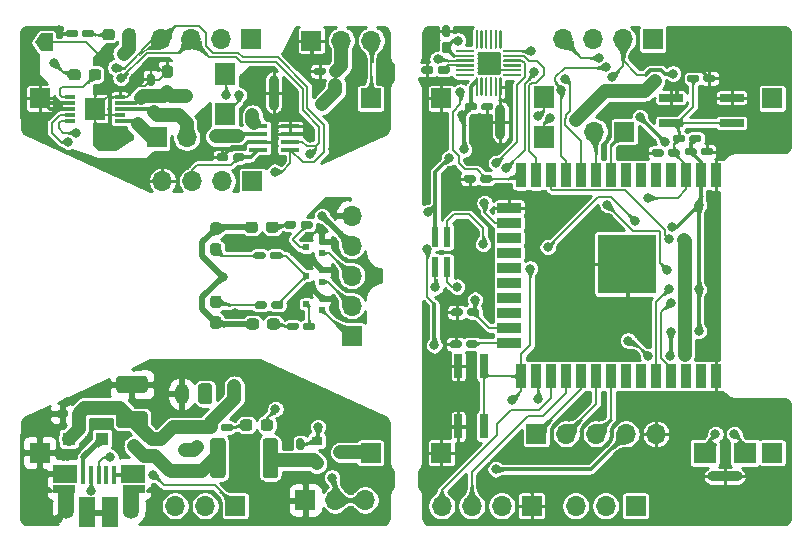
<source format=gtl>
%TF.GenerationSoftware,KiCad,Pcbnew,(5.1.6)-1*%
%TF.CreationDate,2020-11-04T17:06:36+09:00*%
%TF.ProjectId,schematic,73636865-6d61-4746-9963-2e6b69636164,rev?*%
%TF.SameCoordinates,Original*%
%TF.FileFunction,Copper,L1,Top*%
%TF.FilePolarity,Positive*%
%FSLAX46Y46*%
G04 Gerber Fmt 4.6, Leading zero omitted, Abs format (unit mm)*
G04 Created by KiCad (PCBNEW (5.1.6)-1) date 2020-11-04 17:06:36*
%MOMM*%
%LPD*%
G01*
G04 APERTURE LIST*
%TA.AperFunction,ComponentPad*%
%ADD10R,1.700000X1.700000*%
%TD*%
%TA.AperFunction,ComponentPad*%
%ADD11O,1.700000X1.700000*%
%TD*%
%TA.AperFunction,ComponentPad*%
%ADD12O,1.200000X1.750000*%
%TD*%
%TA.AperFunction,SMDPad,CuDef*%
%ADD13R,1.100000X1.100000*%
%TD*%
%TA.AperFunction,SMDPad,CuDef*%
%ADD14R,0.500000X1.750000*%
%TD*%
%TA.AperFunction,SMDPad,CuDef*%
%ADD15R,1.890000X0.305000*%
%TD*%
%TA.AperFunction,SMDPad,CuDef*%
%ADD16R,0.890000X0.305000*%
%TD*%
%TA.AperFunction,SMDPad,CuDef*%
%ADD17R,2.890000X0.305000*%
%TD*%
%TA.AperFunction,SMDPad,CuDef*%
%ADD18R,1.680000X1.880000*%
%TD*%
%TA.AperFunction,ComponentPad*%
%ADD19C,1.500000*%
%TD*%
%TA.AperFunction,SMDPad,CuDef*%
%ADD20C,0.100000*%
%TD*%
%TA.AperFunction,SMDPad,CuDef*%
%ADD21R,1.800000X1.900000*%
%TD*%
%TA.AperFunction,SMDPad,CuDef*%
%ADD22R,1.900000X1.800000*%
%TD*%
%TA.AperFunction,SMDPad,CuDef*%
%ADD23R,0.900000X0.800000*%
%TD*%
%TA.AperFunction,SMDPad,CuDef*%
%ADD24R,0.600000X0.500000*%
%TD*%
%TA.AperFunction,SMDPad,CuDef*%
%ADD25R,2.050000X0.650000*%
%TD*%
%TA.AperFunction,SMDPad,CuDef*%
%ADD26R,0.650000X2.050000*%
%TD*%
%TA.AperFunction,ComponentPad*%
%ADD27O,0.840000X3.000000*%
%TD*%
%TA.AperFunction,ComponentPad*%
%ADD28O,3.000000X0.840000*%
%TD*%
%TA.AperFunction,SMDPad,CuDef*%
%ADD29R,1.560000X0.400000*%
%TD*%
%TA.AperFunction,SMDPad,CuDef*%
%ADD30R,5.000000X5.000000*%
%TD*%
%TA.AperFunction,SMDPad,CuDef*%
%ADD31R,0.900000X2.000000*%
%TD*%
%TA.AperFunction,SMDPad,CuDef*%
%ADD32R,2.000000X0.900000*%
%TD*%
%TA.AperFunction,ComponentPad*%
%ADD33C,2.500000*%
%TD*%
%TA.AperFunction,SMDPad,CuDef*%
%ADD34R,1.350000X2.000000*%
%TD*%
%TA.AperFunction,SMDPad,CuDef*%
%ADD35R,1.825000X0.700000*%
%TD*%
%TA.AperFunction,SMDPad,CuDef*%
%ADD36R,2.000000X1.500000*%
%TD*%
%TA.AperFunction,SMDPad,CuDef*%
%ADD37R,0.400000X1.650000*%
%TD*%
%TA.AperFunction,ComponentPad*%
%ADD38O,1.100000X1.500000*%
%TD*%
%TA.AperFunction,ComponentPad*%
%ADD39O,1.350000X1.700000*%
%TD*%
%TA.AperFunction,SMDPad,CuDef*%
%ADD40R,1.430000X2.500000*%
%TD*%
%TA.AperFunction,ViaPad*%
%ADD41C,0.800000*%
%TD*%
%TA.AperFunction,Conductor*%
%ADD42C,1.200000*%
%TD*%
%TA.AperFunction,Conductor*%
%ADD43C,0.500000*%
%TD*%
%TA.AperFunction,Conductor*%
%ADD44C,0.300000*%
%TD*%
%TA.AperFunction,Conductor*%
%ADD45C,0.200000*%
%TD*%
%TA.AperFunction,Conductor*%
%ADD46C,0.254000*%
%TD*%
%TA.AperFunction,Conductor*%
%ADD47C,0.025400*%
%TD*%
G04 APERTURE END LIST*
D10*
%TO.P,J5,1*%
%TO.N,I2C_SDA_5V*%
X74000000Y-72000000D03*
D11*
%TO.P,J5,2*%
%TO.N,I2C_SCL_5V*%
X71460000Y-72000000D03*
%TO.P,J5,3*%
%TO.N,+5V*%
X68920000Y-72000000D03*
%TO.P,J5,4*%
%TO.N,GNDD*%
X66380000Y-72000000D03*
%TD*%
%TO.P,BT1,1*%
%TO.N,VBAT*%
%TA.AperFunction,ComponentPad*%
G36*
G01*
X70600000Y-89374999D02*
X70600000Y-90625001D01*
G75*
G02*
X70350001Y-90875000I-249999J0D01*
G01*
X69649999Y-90875000D01*
G75*
G02*
X69400000Y-90625001I0J249999D01*
G01*
X69400000Y-89374999D01*
G75*
G02*
X69649999Y-89125000I249999J0D01*
G01*
X70350001Y-89125000D01*
G75*
G02*
X70600000Y-89374999I0J-249999D01*
G01*
G37*
%TD.AperFunction*%
D12*
%TO.P,BT1,2*%
%TO.N,GNDD*%
X68000000Y-90000000D03*
%TD*%
%TO.P,C3,1*%
%TO.N,VBUS*%
%TA.AperFunction,SMDPad,CuDef*%
G36*
G01*
X64875000Y-92900000D02*
X62725000Y-92900000D01*
G75*
G02*
X62475000Y-92650000I0J250000D01*
G01*
X62475000Y-91725000D01*
G75*
G02*
X62725000Y-91475000I250000J0D01*
G01*
X64875000Y-91475000D01*
G75*
G02*
X65125000Y-91725000I0J-250000D01*
G01*
X65125000Y-92650000D01*
G75*
G02*
X64875000Y-92900000I-250000J0D01*
G01*
G37*
%TD.AperFunction*%
%TO.P,C3,2*%
%TO.N,GNDD*%
%TA.AperFunction,SMDPad,CuDef*%
G36*
G01*
X64875000Y-89925000D02*
X62725000Y-89925000D01*
G75*
G02*
X62475000Y-89675000I0J250000D01*
G01*
X62475000Y-88750000D01*
G75*
G02*
X62725000Y-88500000I250000J0D01*
G01*
X64875000Y-88500000D01*
G75*
G02*
X65125000Y-88750000I0J-250000D01*
G01*
X65125000Y-89675000D01*
G75*
G02*
X64875000Y-89925000I-250000J0D01*
G01*
G37*
%TD.AperFunction*%
%TD*%
%TO.P,C4,2*%
%TO.N,+5V*%
%TA.AperFunction,SMDPad,CuDef*%
G36*
G01*
X80590000Y-62860000D02*
X80590000Y-62540000D01*
G75*
G02*
X80750000Y-62380000I160000J0D01*
G01*
X81430000Y-62380000D01*
G75*
G02*
X81590000Y-62540000I0J-160000D01*
G01*
X81590000Y-62860000D01*
G75*
G02*
X81430000Y-63020000I-160000J0D01*
G01*
X80750000Y-63020000D01*
G75*
G02*
X80590000Y-62860000I0J160000D01*
G01*
G37*
%TD.AperFunction*%
%TO.P,C4,1*%
%TO.N,GNDD*%
%TA.AperFunction,SMDPad,CuDef*%
G36*
G01*
X79210000Y-62860000D02*
X79210000Y-62540000D01*
G75*
G02*
X79370000Y-62380000I160000J0D01*
G01*
X80050000Y-62380000D01*
G75*
G02*
X80210000Y-62540000I0J-160000D01*
G01*
X80210000Y-62860000D01*
G75*
G02*
X80050000Y-63020000I-160000J0D01*
G01*
X79370000Y-63020000D01*
G75*
G02*
X79210000Y-62860000I0J160000D01*
G01*
G37*
%TD.AperFunction*%
%TD*%
%TO.P,C5,2*%
%TO.N,GNDD*%
%TA.AperFunction,SMDPad,CuDef*%
G36*
G01*
X90560000Y-59810000D02*
X90240000Y-59810000D01*
G75*
G02*
X90080000Y-59650000I0J160000D01*
G01*
X90080000Y-58970000D01*
G75*
G02*
X90240000Y-58810000I160000J0D01*
G01*
X90560000Y-58810000D01*
G75*
G02*
X90720000Y-58970000I0J-160000D01*
G01*
X90720000Y-59650000D01*
G75*
G02*
X90560000Y-59810000I-160000J0D01*
G01*
G37*
%TD.AperFunction*%
%TO.P,C5,1*%
%TO.N,+3V3*%
%TA.AperFunction,SMDPad,CuDef*%
G36*
G01*
X90560000Y-61190000D02*
X90240000Y-61190000D01*
G75*
G02*
X90080000Y-61030000I0J160000D01*
G01*
X90080000Y-60350000D01*
G75*
G02*
X90240000Y-60190000I160000J0D01*
G01*
X90560000Y-60190000D01*
G75*
G02*
X90720000Y-60350000I0J-160000D01*
G01*
X90720000Y-61030000D01*
G75*
G02*
X90560000Y-61190000I-160000J0D01*
G01*
G37*
%TD.AperFunction*%
%TD*%
%TO.P,C6,1*%
%TO.N,GNDD*%
%TA.AperFunction,SMDPad,CuDef*%
G36*
G01*
X94390000Y-65540000D02*
X94390000Y-65860000D01*
G75*
G02*
X94230000Y-66020000I-160000J0D01*
G01*
X93550000Y-66020000D01*
G75*
G02*
X93390000Y-65860000I0J160000D01*
G01*
X93390000Y-65540000D01*
G75*
G02*
X93550000Y-65380000I160000J0D01*
G01*
X94230000Y-65380000D01*
G75*
G02*
X94390000Y-65540000I0J-160000D01*
G01*
G37*
%TD.AperFunction*%
%TO.P,C6,2*%
%TO.N,+3V3*%
%TA.AperFunction,SMDPad,CuDef*%
G36*
G01*
X93010000Y-65540000D02*
X93010000Y-65860000D01*
G75*
G02*
X92850000Y-66020000I-160000J0D01*
G01*
X92170000Y-66020000D01*
G75*
G02*
X92010000Y-65860000I0J160000D01*
G01*
X92010000Y-65540000D01*
G75*
G02*
X92170000Y-65380000I160000J0D01*
G01*
X92850000Y-65380000D01*
G75*
G02*
X93010000Y-65540000I0J-160000D01*
G01*
G37*
%TD.AperFunction*%
%TD*%
%TO.P,C8,2*%
%TO.N,GNDD*%
%TA.AperFunction,SMDPad,CuDef*%
G36*
G01*
X89310000Y-62440000D02*
X89310000Y-62760000D01*
G75*
G02*
X89150000Y-62920000I-160000J0D01*
G01*
X88470000Y-62920000D01*
G75*
G02*
X88310000Y-62760000I0J160000D01*
G01*
X88310000Y-62440000D01*
G75*
G02*
X88470000Y-62280000I160000J0D01*
G01*
X89150000Y-62280000D01*
G75*
G02*
X89310000Y-62440000I0J-160000D01*
G01*
G37*
%TD.AperFunction*%
%TO.P,C8,1*%
%TO.N,Net-(C8-Pad1)*%
%TA.AperFunction,SMDPad,CuDef*%
G36*
G01*
X90690000Y-62440000D02*
X90690000Y-62760000D01*
G75*
G02*
X90530000Y-62920000I-160000J0D01*
G01*
X89850000Y-62920000D01*
G75*
G02*
X89690000Y-62760000I0J160000D01*
G01*
X89690000Y-62440000D01*
G75*
G02*
X89850000Y-62280000I160000J0D01*
G01*
X90530000Y-62280000D01*
G75*
G02*
X90690000Y-62440000I0J-160000D01*
G01*
G37*
%TD.AperFunction*%
%TD*%
%TO.P,C11,2*%
%TO.N,GNDD*%
%TA.AperFunction,SMDPad,CuDef*%
G36*
G01*
X112190000Y-63460000D02*
X112190000Y-63140000D01*
G75*
G02*
X112350000Y-62980000I160000J0D01*
G01*
X113030000Y-62980000D01*
G75*
G02*
X113190000Y-63140000I0J-160000D01*
G01*
X113190000Y-63460000D01*
G75*
G02*
X113030000Y-63620000I-160000J0D01*
G01*
X112350000Y-63620000D01*
G75*
G02*
X112190000Y-63460000I0J160000D01*
G01*
G37*
%TD.AperFunction*%
%TO.P,C11,1*%
%TO.N,EN*%
%TA.AperFunction,SMDPad,CuDef*%
G36*
G01*
X110810000Y-63460000D02*
X110810000Y-63140000D01*
G75*
G02*
X110970000Y-62980000I160000J0D01*
G01*
X111650000Y-62980000D01*
G75*
G02*
X111810000Y-63140000I0J-160000D01*
G01*
X111810000Y-63460000D01*
G75*
G02*
X111650000Y-63620000I-160000J0D01*
G01*
X110970000Y-63620000D01*
G75*
G02*
X110810000Y-63460000I0J160000D01*
G01*
G37*
%TD.AperFunction*%
%TD*%
%TO.P,C22,1*%
%TO.N,+5V*%
%TA.AperFunction,SMDPad,CuDef*%
G36*
G01*
X73340000Y-69820000D02*
X73340000Y-70140000D01*
G75*
G02*
X73180000Y-70300000I-160000J0D01*
G01*
X72500000Y-70300000D01*
G75*
G02*
X72340000Y-70140000I0J160000D01*
G01*
X72340000Y-69820000D01*
G75*
G02*
X72500000Y-69660000I160000J0D01*
G01*
X73180000Y-69660000D01*
G75*
G02*
X73340000Y-69820000I0J-160000D01*
G01*
G37*
%TD.AperFunction*%
%TO.P,C22,2*%
%TO.N,GNDD*%
%TA.AperFunction,SMDPad,CuDef*%
G36*
G01*
X71960000Y-69820000D02*
X71960000Y-70140000D01*
G75*
G02*
X71800000Y-70300000I-160000J0D01*
G01*
X71120000Y-70300000D01*
G75*
G02*
X70960000Y-70140000I0J160000D01*
G01*
X70960000Y-69820000D01*
G75*
G02*
X71120000Y-69660000I160000J0D01*
G01*
X71800000Y-69660000D01*
G75*
G02*
X71960000Y-69820000I0J-160000D01*
G01*
G37*
%TD.AperFunction*%
%TD*%
%TO.P,C23,2*%
%TO.N,GNDD*%
%TA.AperFunction,SMDPad,CuDef*%
G36*
G01*
X108810000Y-69440000D02*
X108810000Y-69760000D01*
G75*
G02*
X108650000Y-69920000I-160000J0D01*
G01*
X107970000Y-69920000D01*
G75*
G02*
X107810000Y-69760000I0J160000D01*
G01*
X107810000Y-69440000D01*
G75*
G02*
X107970000Y-69280000I160000J0D01*
G01*
X108650000Y-69280000D01*
G75*
G02*
X108810000Y-69440000I0J-160000D01*
G01*
G37*
%TD.AperFunction*%
%TO.P,C23,1*%
%TO.N,EN*%
%TA.AperFunction,SMDPad,CuDef*%
G36*
G01*
X110190000Y-69440000D02*
X110190000Y-69760000D01*
G75*
G02*
X110030000Y-69920000I-160000J0D01*
G01*
X109350000Y-69920000D01*
G75*
G02*
X109190000Y-69760000I0J160000D01*
G01*
X109190000Y-69440000D01*
G75*
G02*
X109350000Y-69280000I160000J0D01*
G01*
X110030000Y-69280000D01*
G75*
G02*
X110190000Y-69440000I0J-160000D01*
G01*
G37*
%TD.AperFunction*%
%TD*%
%TO.P,C24,1*%
%TO.N,GND*%
%TA.AperFunction,SMDPad,CuDef*%
G36*
G01*
X65240000Y-62910000D02*
X65560000Y-62910000D01*
G75*
G02*
X65720000Y-63070000I0J-160000D01*
G01*
X65720000Y-63750000D01*
G75*
G02*
X65560000Y-63910000I-160000J0D01*
G01*
X65240000Y-63910000D01*
G75*
G02*
X65080000Y-63750000I0J160000D01*
G01*
X65080000Y-63070000D01*
G75*
G02*
X65240000Y-62910000I160000J0D01*
G01*
G37*
%TD.AperFunction*%
%TO.P,C24,2*%
%TO.N,MD_VM*%
%TA.AperFunction,SMDPad,CuDef*%
G36*
G01*
X65240000Y-64290000D02*
X65560000Y-64290000D01*
G75*
G02*
X65720000Y-64450000I0J-160000D01*
G01*
X65720000Y-65130000D01*
G75*
G02*
X65560000Y-65290000I-160000J0D01*
G01*
X65240000Y-65290000D01*
G75*
G02*
X65080000Y-65130000I0J160000D01*
G01*
X65080000Y-64450000D01*
G75*
G02*
X65240000Y-64290000I160000J0D01*
G01*
G37*
%TD.AperFunction*%
%TD*%
%TO.P,C25,1*%
%TO.N,GND*%
%TA.AperFunction,SMDPad,CuDef*%
G36*
G01*
X66562500Y-62200000D02*
X67037500Y-62200000D01*
G75*
G02*
X67275000Y-62437500I0J-237500D01*
G01*
X67275000Y-63012500D01*
G75*
G02*
X67037500Y-63250000I-237500J0D01*
G01*
X66562500Y-63250000D01*
G75*
G02*
X66325000Y-63012500I0J237500D01*
G01*
X66325000Y-62437500D01*
G75*
G02*
X66562500Y-62200000I237500J0D01*
G01*
G37*
%TD.AperFunction*%
%TO.P,C25,2*%
%TO.N,MD_VM*%
%TA.AperFunction,SMDPad,CuDef*%
G36*
G01*
X66562500Y-63950000D02*
X67037500Y-63950000D01*
G75*
G02*
X67275000Y-64187500I0J-237500D01*
G01*
X67275000Y-64762500D01*
G75*
G02*
X67037500Y-65000000I-237500J0D01*
G01*
X66562500Y-65000000D01*
G75*
G02*
X66325000Y-64762500I0J237500D01*
G01*
X66325000Y-64187500D01*
G75*
G02*
X66562500Y-63950000I237500J0D01*
G01*
G37*
%TD.AperFunction*%
%TD*%
%TO.P,C27,1*%
%TO.N,+3.3VA*%
%TA.AperFunction,SMDPad,CuDef*%
G36*
G01*
X110610000Y-69660000D02*
X110610000Y-69340000D01*
G75*
G02*
X110770000Y-69180000I160000J0D01*
G01*
X111450000Y-69180000D01*
G75*
G02*
X111610000Y-69340000I0J-160000D01*
G01*
X111610000Y-69660000D01*
G75*
G02*
X111450000Y-69820000I-160000J0D01*
G01*
X110770000Y-69820000D01*
G75*
G02*
X110610000Y-69660000I0J160000D01*
G01*
G37*
%TD.AperFunction*%
%TO.P,C27,2*%
%TO.N,GNDD*%
%TA.AperFunction,SMDPad,CuDef*%
G36*
G01*
X111990000Y-69660000D02*
X111990000Y-69340000D01*
G75*
G02*
X112150000Y-69180000I160000J0D01*
G01*
X112830000Y-69180000D01*
G75*
G02*
X112990000Y-69340000I0J-160000D01*
G01*
X112990000Y-69660000D01*
G75*
G02*
X112830000Y-69820000I-160000J0D01*
G01*
X112150000Y-69820000D01*
G75*
G02*
X111990000Y-69660000I0J160000D01*
G01*
G37*
%TD.AperFunction*%
%TD*%
D13*
%TO.P,D1,2*%
%TO.N,Net-(D1-Pad2)*%
X61250000Y-93800000D03*
%TO.P,D1,1*%
%TO.N,VBUS*%
X58450000Y-93800000D03*
%TD*%
%TO.P,D3,2*%
%TO.N,+3V3*%
%TA.AperFunction,SMDPad,CuDef*%
G36*
G01*
X71137500Y-76550000D02*
X70662500Y-76550000D01*
G75*
G02*
X70425000Y-76312500I0J237500D01*
G01*
X70425000Y-75737500D01*
G75*
G02*
X70662500Y-75500000I237500J0D01*
G01*
X71137500Y-75500000D01*
G75*
G02*
X71375000Y-75737500I0J-237500D01*
G01*
X71375000Y-76312500D01*
G75*
G02*
X71137500Y-76550000I-237500J0D01*
G01*
G37*
%TD.AperFunction*%
%TO.P,D3,1*%
%TO.N,Net-(D3-Pad1)*%
%TA.AperFunction,SMDPad,CuDef*%
G36*
G01*
X71137500Y-78300000D02*
X70662500Y-78300000D01*
G75*
G02*
X70425000Y-78062500I0J237500D01*
G01*
X70425000Y-77487500D01*
G75*
G02*
X70662500Y-77250000I237500J0D01*
G01*
X71137500Y-77250000D01*
G75*
G02*
X71375000Y-77487500I0J-237500D01*
G01*
X71375000Y-78062500D01*
G75*
G02*
X71137500Y-78300000I-237500J0D01*
G01*
G37*
%TD.AperFunction*%
%TD*%
%TO.P,D4,2*%
%TO.N,Net-(D4-Pad2)*%
%TA.AperFunction,SMDPad,CuDef*%
G36*
G01*
X74000000Y-92412500D02*
X74000000Y-92887500D01*
G75*
G02*
X73762500Y-93125000I-237500J0D01*
G01*
X73187500Y-93125000D01*
G75*
G02*
X72950000Y-92887500I0J237500D01*
G01*
X72950000Y-92412500D01*
G75*
G02*
X73187500Y-92175000I237500J0D01*
G01*
X73762500Y-92175000D01*
G75*
G02*
X74000000Y-92412500I0J-237500D01*
G01*
G37*
%TD.AperFunction*%
%TO.P,D4,1*%
%TO.N,STAT*%
%TA.AperFunction,SMDPad,CuDef*%
G36*
G01*
X75750000Y-92412500D02*
X75750000Y-92887500D01*
G75*
G02*
X75512500Y-93125000I-237500J0D01*
G01*
X74937500Y-93125000D01*
G75*
G02*
X74700000Y-92887500I0J237500D01*
G01*
X74700000Y-92412500D01*
G75*
G02*
X74937500Y-92175000I237500J0D01*
G01*
X75512500Y-92175000D01*
G75*
G02*
X75750000Y-92412500I0J-237500D01*
G01*
G37*
%TD.AperFunction*%
%TD*%
%TO.P,D5,1*%
%TO.N,Net-(D5-Pad1)*%
%TA.AperFunction,SMDPad,CuDef*%
G36*
G01*
X70662500Y-81700000D02*
X71137500Y-81700000D01*
G75*
G02*
X71375000Y-81937500I0J-237500D01*
G01*
X71375000Y-82512500D01*
G75*
G02*
X71137500Y-82750000I-237500J0D01*
G01*
X70662500Y-82750000D01*
G75*
G02*
X70425000Y-82512500I0J237500D01*
G01*
X70425000Y-81937500D01*
G75*
G02*
X70662500Y-81700000I237500J0D01*
G01*
G37*
%TD.AperFunction*%
%TO.P,D5,2*%
%TO.N,+3V3*%
%TA.AperFunction,SMDPad,CuDef*%
G36*
G01*
X70662500Y-83450000D02*
X71137500Y-83450000D01*
G75*
G02*
X71375000Y-83687500I0J-237500D01*
G01*
X71375000Y-84262500D01*
G75*
G02*
X71137500Y-84500000I-237500J0D01*
G01*
X70662500Y-84500000D01*
G75*
G02*
X70425000Y-84262500I0J237500D01*
G01*
X70425000Y-83687500D01*
G75*
G02*
X70662500Y-83450000I237500J0D01*
G01*
G37*
%TD.AperFunction*%
%TD*%
D14*
%TO.P,D6,1*%
%TO.N,+3V3*%
X89500000Y-76725000D03*
%TO.P,D6,2*%
%TO.N,Net-(D6-Pad2)*%
X90500000Y-76725000D03*
%TO.P,D6,3*%
%TO.N,Net-(D6-Pad3)*%
X89500000Y-79275000D03*
%TO.P,D6,4*%
%TO.N,Net-(D6-Pad4)*%
X90500000Y-79275000D03*
%TD*%
%TO.P,D7,2*%
%TO.N,+3V3*%
%TA.AperFunction,SMDPad,CuDef*%
G36*
G01*
X74550000Y-83862500D02*
X74550000Y-84337500D01*
G75*
G02*
X74312500Y-84575000I-237500J0D01*
G01*
X73737500Y-84575000D01*
G75*
G02*
X73500000Y-84337500I0J237500D01*
G01*
X73500000Y-83862500D01*
G75*
G02*
X73737500Y-83625000I237500J0D01*
G01*
X74312500Y-83625000D01*
G75*
G02*
X74550000Y-83862500I0J-237500D01*
G01*
G37*
%TD.AperFunction*%
%TO.P,D7,1*%
%TO.N,Net-(D7-Pad1)*%
%TA.AperFunction,SMDPad,CuDef*%
G36*
G01*
X76300000Y-83862500D02*
X76300000Y-84337500D01*
G75*
G02*
X76062500Y-84575000I-237500J0D01*
G01*
X75487500Y-84575000D01*
G75*
G02*
X75250000Y-84337500I0J237500D01*
G01*
X75250000Y-83862500D01*
G75*
G02*
X75487500Y-83625000I237500J0D01*
G01*
X76062500Y-83625000D01*
G75*
G02*
X76300000Y-83862500I0J-237500D01*
G01*
G37*
%TD.AperFunction*%
%TD*%
%TO.P,D8,1*%
%TO.N,FAULTn*%
%TA.AperFunction,SMDPad,CuDef*%
G36*
G01*
X61200000Y-62762500D02*
X61200000Y-63237500D01*
G75*
G02*
X60962500Y-63475000I-237500J0D01*
G01*
X60387500Y-63475000D01*
G75*
G02*
X60150000Y-63237500I0J237500D01*
G01*
X60150000Y-62762500D01*
G75*
G02*
X60387500Y-62525000I237500J0D01*
G01*
X60962500Y-62525000D01*
G75*
G02*
X61200000Y-62762500I0J-237500D01*
G01*
G37*
%TD.AperFunction*%
%TO.P,D8,2*%
%TO.N,Net-(D8-Pad2)*%
%TA.AperFunction,SMDPad,CuDef*%
G36*
G01*
X59450000Y-62762500D02*
X59450000Y-63237500D01*
G75*
G02*
X59212500Y-63475000I-237500J0D01*
G01*
X58637500Y-63475000D01*
G75*
G02*
X58400000Y-63237500I0J237500D01*
G01*
X58400000Y-62762500D01*
G75*
G02*
X58637500Y-62525000I237500J0D01*
G01*
X59212500Y-62525000D01*
G75*
G02*
X59450000Y-62762500I0J-237500D01*
G01*
G37*
%TD.AperFunction*%
%TD*%
%TO.P,D9,1*%
%TO.N,Net-(D9-Pad1)*%
%TA.AperFunction,SMDPad,CuDef*%
G36*
G01*
X61300000Y-59837500D02*
X61300000Y-59362500D01*
G75*
G02*
X61537500Y-59125000I237500J0D01*
G01*
X62112500Y-59125000D01*
G75*
G02*
X62350000Y-59362500I0J-237500D01*
G01*
X62350000Y-59837500D01*
G75*
G02*
X62112500Y-60075000I-237500J0D01*
G01*
X61537500Y-60075000D01*
G75*
G02*
X61300000Y-59837500I0J237500D01*
G01*
G37*
%TD.AperFunction*%
%TO.P,D9,2*%
%TO.N,+5V*%
%TA.AperFunction,SMDPad,CuDef*%
G36*
G01*
X63050000Y-59837500D02*
X63050000Y-59362500D01*
G75*
G02*
X63287500Y-59125000I237500J0D01*
G01*
X63862500Y-59125000D01*
G75*
G02*
X64100000Y-59362500I0J-237500D01*
G01*
X64100000Y-59837500D01*
G75*
G02*
X63862500Y-60075000I-237500J0D01*
G01*
X63287500Y-60075000D01*
G75*
G02*
X63050000Y-59837500I0J237500D01*
G01*
G37*
%TD.AperFunction*%
%TD*%
%TO.P,D10,1*%
%TO.N,Net-(D10-Pad1)*%
%TA.AperFunction,SMDPad,CuDef*%
G36*
G01*
X76200000Y-75662500D02*
X76200000Y-76137500D01*
G75*
G02*
X75962500Y-76375000I-237500J0D01*
G01*
X75387500Y-76375000D01*
G75*
G02*
X75150000Y-76137500I0J237500D01*
G01*
X75150000Y-75662500D01*
G75*
G02*
X75387500Y-75425000I237500J0D01*
G01*
X75962500Y-75425000D01*
G75*
G02*
X76200000Y-75662500I0J-237500D01*
G01*
G37*
%TD.AperFunction*%
%TO.P,D10,2*%
%TO.N,+3V3*%
%TA.AperFunction,SMDPad,CuDef*%
G36*
G01*
X74450000Y-75662500D02*
X74450000Y-76137500D01*
G75*
G02*
X74212500Y-76375000I-237500J0D01*
G01*
X73637500Y-76375000D01*
G75*
G02*
X73400000Y-76137500I0J237500D01*
G01*
X73400000Y-75662500D01*
G75*
G02*
X73637500Y-75425000I237500J0D01*
G01*
X74212500Y-75425000D01*
G75*
G02*
X74450000Y-75662500I0J-237500D01*
G01*
G37*
%TD.AperFunction*%
%TD*%
%TO.P,F1,1*%
%TO.N,Net-(D2-Pad1)*%
%TA.AperFunction,SMDPad,CuDef*%
G36*
G01*
X70425000Y-96900000D02*
X70425000Y-94000000D01*
G75*
G02*
X70675000Y-93750000I250000J0D01*
G01*
X71475000Y-93750000D01*
G75*
G02*
X71725000Y-94000000I0J-250000D01*
G01*
X71725000Y-96900000D01*
G75*
G02*
X71475000Y-97150000I-250000J0D01*
G01*
X70675000Y-97150000D01*
G75*
G02*
X70425000Y-96900000I0J250000D01*
G01*
G37*
%TD.AperFunction*%
%TO.P,F1,2*%
%TO.N,Net-(F1-Pad2)*%
%TA.AperFunction,SMDPad,CuDef*%
G36*
G01*
X74875000Y-96900000D02*
X74875000Y-94000000D01*
G75*
G02*
X75125000Y-93750000I250000J0D01*
G01*
X75925000Y-93750000D01*
G75*
G02*
X76175000Y-94000000I0J-250000D01*
G01*
X76175000Y-96900000D01*
G75*
G02*
X75925000Y-97150000I-250000J0D01*
G01*
X75125000Y-97150000D01*
G75*
G02*
X74875000Y-96900000I0J250000D01*
G01*
G37*
%TD.AperFunction*%
%TD*%
D15*
%TO.P,IC1,1*%
%TO.N,Net-(IC1-Pad1)*%
X63305000Y-66900000D03*
D16*
%TO.P,IC1,2*%
%TO.N,GND*%
X62805000Y-66400000D03*
D17*
%TO.P,IC1,3*%
%TO.N,Net-(IC1-Pad3)*%
X63805000Y-65900000D03*
D15*
%TO.P,IC1,4*%
%TO.N,MD_VM*%
X63305000Y-65400000D03*
D16*
%TO.P,IC1,5*%
%TO.N,GND*%
X62805000Y-64900000D03*
%TO.P,IC1,6*%
%TO.N,FAULTn*%
X58595000Y-64900000D03*
%TO.P,IC1,7*%
%TO.N,GNDD*%
X58595000Y-65400000D03*
%TO.P,IC1,8*%
X58595000Y-65900000D03*
%TO.P,IC1,9*%
%TO.N,I2C_SDA_5V*%
X58595000Y-66400000D03*
%TO.P,IC1,10*%
%TO.N,I2C_SCL_5V*%
X58595000Y-66900000D03*
D18*
%TO.P,IC1,11*%
%TO.N,GND*%
X60700000Y-65900000D03*
D19*
X60700000Y-65900000D03*
%TD*%
D10*
%TO.P,J1,1*%
%TO.N,GNDD*%
X79000000Y-60100000D03*
D11*
%TO.P,J1,2*%
%TO.N,+5V*%
X81540000Y-60100000D03*
%TO.P,J1,3*%
%TO.N,PWM0_5V*%
X84080000Y-60100000D03*
%TD*%
D10*
%TO.P,J3,1*%
%TO.N,D+*%
X72540000Y-99500000D03*
D11*
%TO.P,J3,2*%
%TO.N,D-*%
X70000000Y-99500000D03*
%TO.P,J3,3*%
%TO.N,ADC1_Batt*%
X67460000Y-99500000D03*
%TD*%
D10*
%TO.P,J4,1*%
%TO.N,GNDD*%
X97640000Y-99500000D03*
D11*
%TO.P,J4,2*%
%TO.N,N/C*%
X95100000Y-99500000D03*
%TO.P,J4,3*%
%TO.N,ESP32_TX*%
X92560000Y-99500000D03*
%TO.P,J4,4*%
%TO.N,ESP32_RX*%
X90020000Y-99500000D03*
%TD*%
%TO.P,J6,5*%
%TO.N,GNDD*%
X108180000Y-93400000D03*
%TO.P,J6,4*%
%TO.N,+3V3*%
X105640000Y-93400000D03*
%TO.P,J6,3*%
%TO.N,LED_LEFT*%
X103100000Y-93400000D03*
%TO.P,J6,2*%
%TO.N,LED_BRAKE*%
X100560000Y-93400000D03*
D10*
%TO.P,J6,1*%
%TO.N,LED_RIGHT*%
X98020000Y-93400000D03*
%TD*%
%TO.P,J7,1*%
%TO.N,LED_RIGHT*%
X82400000Y-85080000D03*
D11*
%TO.P,J7,2*%
%TO.N,LED_BRAKE*%
X82400000Y-82540000D03*
%TO.P,J7,3*%
%TO.N,LED_LEFT*%
X82400000Y-80000000D03*
%TO.P,J7,4*%
%TO.N,+3V3*%
X82400000Y-77460000D03*
%TO.P,J7,5*%
%TO.N,GNDD*%
X82400000Y-74920000D03*
%TD*%
%TO.P,J8,3*%
%TO.N,ADC1_Batt*%
X101360000Y-99500000D03*
%TO.P,J8,2*%
%TO.N,D-*%
X103900000Y-99500000D03*
D10*
%TO.P,J8,1*%
%TO.N,D+*%
X106440000Y-99500000D03*
%TD*%
%TO.P,J9,1*%
%TO.N,GNDD*%
X90000000Y-65000000D03*
%TD*%
%TO.P,J10,1*%
%TO.N,GNDD*%
X56000000Y-65000000D03*
%TD*%
%TO.P,J11,1*%
%TO.N,GNDD*%
X55990000Y-94990000D03*
%TD*%
%TO.P,J12,1*%
%TO.N,+BATT*%
X84000000Y-95000000D03*
%TD*%
%TO.P,J13,1*%
%TO.N,+BATT*%
X118000000Y-95000000D03*
%TD*%
%TO.P,J14,1*%
%TO.N,GNDD*%
X90000000Y-95000000D03*
%TD*%
%TO.P,J17,1*%
%TO.N,PWM0_5V*%
X118000000Y-65000000D03*
%TD*%
%TO.P,J18,1*%
%TO.N,PWM0_5V*%
X84000000Y-65000000D03*
%TD*%
%TO.P,J19,1*%
%TO.N,GPIO_32*%
X105500000Y-67800000D03*
D11*
%TO.P,J19,2*%
%TO.N,GPIO_33*%
X102960000Y-67800000D03*
%TD*%
%TA.AperFunction,SMDPad,CuDef*%
D20*
%TO.P,JP1,2*%
%TO.N,GNDD*%
G36*
X54625000Y-59500000D02*
G01*
X55775000Y-59500000D01*
X55275000Y-60250000D01*
X55775000Y-61000000D01*
X54625000Y-61000000D01*
X54625000Y-59500000D01*
G37*
%TD.AperFunction*%
%TA.AperFunction,SMDPad,CuDef*%
%TO.P,JP1,1*%
%TO.N,GND*%
G36*
X55575000Y-60250000D02*
G01*
X56075000Y-59500000D01*
X57075000Y-59500000D01*
X57075000Y-61000000D01*
X56075000Y-61000000D01*
X55575000Y-60250000D01*
G37*
%TD.AperFunction*%
%TD*%
D21*
%TO.P,L1,1*%
%TO.N,Net-(L1-Pad1)*%
X71690000Y-62920000D03*
%TO.P,L1,2*%
%TO.N,Net-(L1-Pad2)*%
X71690000Y-66320000D03*
%TD*%
D22*
%TO.P,L2,2*%
%TO.N,Net-(L2-Pad2)*%
X112300000Y-95000000D03*
%TO.P,L2,1*%
%TO.N,Net-(L2-Pad1)*%
X115700000Y-95000000D03*
%TD*%
D21*
%TO.P,L3,1*%
%TO.N,Net-(L3-Pad1)*%
X98670000Y-68300000D03*
%TO.P,L3,2*%
%TO.N,Net-(L3-Pad2)*%
X98670000Y-64900000D03*
%TD*%
D10*
%TO.P,M1,1*%
%TO.N,Net-(IC1-Pad1)*%
X65900000Y-68300000D03*
D11*
%TO.P,M1,2*%
%TO.N,Net-(IC1-Pad3)*%
X68440000Y-68300000D03*
%TD*%
D23*
%TO.P,Q1,3*%
%TO.N,VBAT*%
X68270000Y-94800000D03*
%TO.P,Q1,2*%
%TO.N,Net-(D2-Pad1)*%
X66270000Y-95750000D03*
%TO.P,Q1,1*%
%TO.N,VBUS*%
X66270000Y-93850000D03*
%TD*%
D24*
%TO.P,Q4,1*%
%TO.N,LED_BRAKE*%
X79850000Y-80500000D03*
%TO.P,Q4,2*%
%TO.N,GNDD*%
X79850000Y-79500000D03*
%TO.P,Q4,3*%
%TO.N,Net-(Q4-Pad3)*%
X78550000Y-80000000D03*
%TD*%
D23*
%TO.P,Q5,1*%
%TO.N,Net-(Q5-Pad1)*%
X79450000Y-94000000D03*
%TO.P,Q5,2*%
%TO.N,Net-(F1-Pad2)*%
X79450000Y-95900000D03*
%TO.P,Q5,3*%
%TO.N,+BATT*%
X81450000Y-94950000D03*
%TD*%
D24*
%TO.P,Q6,3*%
%TO.N,Net-(Q6-Pad3)*%
X78550000Y-82400000D03*
%TO.P,Q6,2*%
%TO.N,GNDD*%
X79850000Y-81900000D03*
%TO.P,Q6,1*%
%TO.N,LED_RIGHT*%
X79850000Y-82900000D03*
%TD*%
%TO.P,Q7,1*%
%TO.N,LED_LEFT*%
X79850000Y-78100000D03*
%TO.P,Q7,2*%
%TO.N,GNDD*%
X79850000Y-77100000D03*
%TO.P,Q7,3*%
%TO.N,Net-(Q7-Pad3)*%
X78550000Y-77600000D03*
%TD*%
%TO.P,R1,2*%
%TO.N,VBUS*%
%TA.AperFunction,SMDPad,CuDef*%
G36*
G01*
X58780000Y-91860000D02*
X58780000Y-91540000D01*
G75*
G02*
X58940000Y-91380000I160000J0D01*
G01*
X59620000Y-91380000D01*
G75*
G02*
X59780000Y-91540000I0J-160000D01*
G01*
X59780000Y-91860000D01*
G75*
G02*
X59620000Y-92020000I-160000J0D01*
G01*
X58940000Y-92020000D01*
G75*
G02*
X58780000Y-91860000I0J160000D01*
G01*
G37*
%TD.AperFunction*%
%TO.P,R1,1*%
%TO.N,GNDD*%
%TA.AperFunction,SMDPad,CuDef*%
G36*
G01*
X57400000Y-91860000D02*
X57400000Y-91540000D01*
G75*
G02*
X57560000Y-91380000I160000J0D01*
G01*
X58240000Y-91380000D01*
G75*
G02*
X58400000Y-91540000I0J-160000D01*
G01*
X58400000Y-91860000D01*
G75*
G02*
X58240000Y-92020000I-160000J0D01*
G01*
X57560000Y-92020000D01*
G75*
G02*
X57400000Y-91860000I0J160000D01*
G01*
G37*
%TD.AperFunction*%
%TD*%
%TO.P,R9,1*%
%TO.N,Net-(D3-Pad1)*%
%TA.AperFunction,SMDPad,CuDef*%
G36*
G01*
X74110000Y-78460000D02*
X74110000Y-78140000D01*
G75*
G02*
X74270000Y-77980000I160000J0D01*
G01*
X74950000Y-77980000D01*
G75*
G02*
X75110000Y-78140000I0J-160000D01*
G01*
X75110000Y-78460000D01*
G75*
G02*
X74950000Y-78620000I-160000J0D01*
G01*
X74270000Y-78620000D01*
G75*
G02*
X74110000Y-78460000I0J160000D01*
G01*
G37*
%TD.AperFunction*%
%TO.P,R9,2*%
%TO.N,Net-(Q4-Pad3)*%
%TA.AperFunction,SMDPad,CuDef*%
G36*
G01*
X75490000Y-78460000D02*
X75490000Y-78140000D01*
G75*
G02*
X75650000Y-77980000I160000J0D01*
G01*
X76330000Y-77980000D01*
G75*
G02*
X76490000Y-78140000I0J-160000D01*
G01*
X76490000Y-78460000D01*
G75*
G02*
X76330000Y-78620000I-160000J0D01*
G01*
X75650000Y-78620000D01*
G75*
G02*
X75490000Y-78460000I0J160000D01*
G01*
G37*
%TD.AperFunction*%
%TD*%
%TO.P,R10,1*%
%TO.N,Net-(F1-Pad2)*%
%TA.AperFunction,SMDPad,CuDef*%
G36*
G01*
X78210000Y-96140000D02*
X77890000Y-96140000D01*
G75*
G02*
X77730000Y-95980000I0J160000D01*
G01*
X77730000Y-95300000D01*
G75*
G02*
X77890000Y-95140000I160000J0D01*
G01*
X78210000Y-95140000D01*
G75*
G02*
X78370000Y-95300000I0J-160000D01*
G01*
X78370000Y-95980000D01*
G75*
G02*
X78210000Y-96140000I-160000J0D01*
G01*
G37*
%TD.AperFunction*%
%TO.P,R10,2*%
%TO.N,Net-(Q5-Pad1)*%
%TA.AperFunction,SMDPad,CuDef*%
G36*
G01*
X78210000Y-94760000D02*
X77890000Y-94760000D01*
G75*
G02*
X77730000Y-94600000I0J160000D01*
G01*
X77730000Y-93920000D01*
G75*
G02*
X77890000Y-93760000I160000J0D01*
G01*
X78210000Y-93760000D01*
G75*
G02*
X78370000Y-93920000I0J-160000D01*
G01*
X78370000Y-94600000D01*
G75*
G02*
X78210000Y-94760000I-160000J0D01*
G01*
G37*
%TD.AperFunction*%
%TD*%
%TO.P,R14,1*%
%TO.N,VBUS*%
%TA.AperFunction,SMDPad,CuDef*%
G36*
G01*
X69960000Y-93010000D02*
X69960000Y-92690000D01*
G75*
G02*
X70120000Y-92530000I160000J0D01*
G01*
X70800000Y-92530000D01*
G75*
G02*
X70960000Y-92690000I0J-160000D01*
G01*
X70960000Y-93010000D01*
G75*
G02*
X70800000Y-93170000I-160000J0D01*
G01*
X70120000Y-93170000D01*
G75*
G02*
X69960000Y-93010000I0J160000D01*
G01*
G37*
%TD.AperFunction*%
%TO.P,R14,2*%
%TO.N,Net-(D4-Pad2)*%
%TA.AperFunction,SMDPad,CuDef*%
G36*
G01*
X71340000Y-93010000D02*
X71340000Y-92690000D01*
G75*
G02*
X71500000Y-92530000I160000J0D01*
G01*
X72180000Y-92530000D01*
G75*
G02*
X72340000Y-92690000I0J-160000D01*
G01*
X72340000Y-93010000D01*
G75*
G02*
X72180000Y-93170000I-160000J0D01*
G01*
X71500000Y-93170000D01*
G75*
G02*
X71340000Y-93010000I0J160000D01*
G01*
G37*
%TD.AperFunction*%
%TD*%
%TO.P,R15,1*%
%TO.N,Net-(D5-Pad1)*%
%TA.AperFunction,SMDPad,CuDef*%
G36*
G01*
X74210000Y-82660000D02*
X74210000Y-82340000D01*
G75*
G02*
X74370000Y-82180000I160000J0D01*
G01*
X75050000Y-82180000D01*
G75*
G02*
X75210000Y-82340000I0J-160000D01*
G01*
X75210000Y-82660000D01*
G75*
G02*
X75050000Y-82820000I-160000J0D01*
G01*
X74370000Y-82820000D01*
G75*
G02*
X74210000Y-82660000I0J160000D01*
G01*
G37*
%TD.AperFunction*%
%TO.P,R15,2*%
%TO.N,Net-(Q4-Pad3)*%
%TA.AperFunction,SMDPad,CuDef*%
G36*
G01*
X75590000Y-82660000D02*
X75590000Y-82340000D01*
G75*
G02*
X75750000Y-82180000I160000J0D01*
G01*
X76430000Y-82180000D01*
G75*
G02*
X76590000Y-82340000I0J-160000D01*
G01*
X76590000Y-82660000D01*
G75*
G02*
X76430000Y-82820000I-160000J0D01*
G01*
X75750000Y-82820000D01*
G75*
G02*
X75590000Y-82660000I0J160000D01*
G01*
G37*
%TD.AperFunction*%
%TD*%
%TO.P,R16,2*%
%TO.N,Net-(Q6-Pad3)*%
%TA.AperFunction,SMDPad,CuDef*%
G36*
G01*
X78290000Y-84460000D02*
X78290000Y-84140000D01*
G75*
G02*
X78450000Y-83980000I160000J0D01*
G01*
X79130000Y-83980000D01*
G75*
G02*
X79290000Y-84140000I0J-160000D01*
G01*
X79290000Y-84460000D01*
G75*
G02*
X79130000Y-84620000I-160000J0D01*
G01*
X78450000Y-84620000D01*
G75*
G02*
X78290000Y-84460000I0J160000D01*
G01*
G37*
%TD.AperFunction*%
%TO.P,R16,1*%
%TO.N,Net-(D7-Pad1)*%
%TA.AperFunction,SMDPad,CuDef*%
G36*
G01*
X76910000Y-84460000D02*
X76910000Y-84140000D01*
G75*
G02*
X77070000Y-83980000I160000J0D01*
G01*
X77750000Y-83980000D01*
G75*
G02*
X77910000Y-84140000I0J-160000D01*
G01*
X77910000Y-84460000D01*
G75*
G02*
X77750000Y-84620000I-160000J0D01*
G01*
X77070000Y-84620000D01*
G75*
G02*
X76910000Y-84460000I0J160000D01*
G01*
G37*
%TD.AperFunction*%
%TD*%
%TO.P,R21,1*%
%TO.N,Net-(D9-Pad1)*%
%TA.AperFunction,SMDPad,CuDef*%
G36*
G01*
X60590000Y-59340000D02*
X60590000Y-59660000D01*
G75*
G02*
X60430000Y-59820000I-160000J0D01*
G01*
X59750000Y-59820000D01*
G75*
G02*
X59590000Y-59660000I0J160000D01*
G01*
X59590000Y-59340000D01*
G75*
G02*
X59750000Y-59180000I160000J0D01*
G01*
X60430000Y-59180000D01*
G75*
G02*
X60590000Y-59340000I0J-160000D01*
G01*
G37*
%TD.AperFunction*%
%TO.P,R21,2*%
%TO.N,GNDD*%
%TA.AperFunction,SMDPad,CuDef*%
G36*
G01*
X59210000Y-59340000D02*
X59210000Y-59660000D01*
G75*
G02*
X59050000Y-59820000I-160000J0D01*
G01*
X58370000Y-59820000D01*
G75*
G02*
X58210000Y-59660000I0J160000D01*
G01*
X58210000Y-59340000D01*
G75*
G02*
X58370000Y-59180000I160000J0D01*
G01*
X59050000Y-59180000D01*
G75*
G02*
X59210000Y-59340000I0J-160000D01*
G01*
G37*
%TD.AperFunction*%
%TD*%
%TO.P,R23,1*%
%TO.N,Net-(D10-Pad1)*%
%TA.AperFunction,SMDPad,CuDef*%
G36*
G01*
X76710000Y-75860000D02*
X76710000Y-75540000D01*
G75*
G02*
X76870000Y-75380000I160000J0D01*
G01*
X77550000Y-75380000D01*
G75*
G02*
X77710000Y-75540000I0J-160000D01*
G01*
X77710000Y-75860000D01*
G75*
G02*
X77550000Y-76020000I-160000J0D01*
G01*
X76870000Y-76020000D01*
G75*
G02*
X76710000Y-75860000I0J160000D01*
G01*
G37*
%TD.AperFunction*%
%TO.P,R23,2*%
%TO.N,Net-(Q7-Pad3)*%
%TA.AperFunction,SMDPad,CuDef*%
G36*
G01*
X78090000Y-75860000D02*
X78090000Y-75540000D01*
G75*
G02*
X78250000Y-75380000I160000J0D01*
G01*
X78930000Y-75380000D01*
G75*
G02*
X79090000Y-75540000I0J-160000D01*
G01*
X79090000Y-75860000D01*
G75*
G02*
X78930000Y-76020000I-160000J0D01*
G01*
X78250000Y-76020000D01*
G75*
G02*
X78090000Y-75860000I0J160000D01*
G01*
G37*
%TD.AperFunction*%
%TD*%
%TO.P,R25,1*%
%TO.N,GNDD*%
%TA.AperFunction,SMDPad,CuDef*%
G36*
G01*
X91910000Y-71960000D02*
X91910000Y-71640000D01*
G75*
G02*
X92070000Y-71480000I160000J0D01*
G01*
X92750000Y-71480000D01*
G75*
G02*
X92910000Y-71640000I0J-160000D01*
G01*
X92910000Y-71960000D01*
G75*
G02*
X92750000Y-72120000I-160000J0D01*
G01*
X92070000Y-72120000D01*
G75*
G02*
X91910000Y-71960000I0J160000D01*
G01*
G37*
%TD.AperFunction*%
%TO.P,R25,2*%
%TO.N,SPI_MISO*%
%TA.AperFunction,SMDPad,CuDef*%
G36*
G01*
X93290000Y-71960000D02*
X93290000Y-71640000D01*
G75*
G02*
X93450000Y-71480000I160000J0D01*
G01*
X94130000Y-71480000D01*
G75*
G02*
X94290000Y-71640000I0J-160000D01*
G01*
X94290000Y-71960000D01*
G75*
G02*
X94130000Y-72120000I-160000J0D01*
G01*
X93450000Y-72120000D01*
G75*
G02*
X93290000Y-71960000I0J160000D01*
G01*
G37*
%TD.AperFunction*%
%TD*%
%TO.P,R27,1*%
%TO.N,+3.3VA*%
%TA.AperFunction,SMDPad,CuDef*%
G36*
G01*
X111990000Y-68240000D02*
X111990000Y-68560000D01*
G75*
G02*
X111830000Y-68720000I-160000J0D01*
G01*
X111150000Y-68720000D01*
G75*
G02*
X110990000Y-68560000I0J160000D01*
G01*
X110990000Y-68240000D01*
G75*
G02*
X111150000Y-68080000I160000J0D01*
G01*
X111830000Y-68080000D01*
G75*
G02*
X111990000Y-68240000I0J-160000D01*
G01*
G37*
%TD.AperFunction*%
%TO.P,R27,2*%
%TO.N,EN*%
%TA.AperFunction,SMDPad,CuDef*%
G36*
G01*
X110610000Y-68240000D02*
X110610000Y-68560000D01*
G75*
G02*
X110450000Y-68720000I-160000J0D01*
G01*
X109770000Y-68720000D01*
G75*
G02*
X109610000Y-68560000I0J160000D01*
G01*
X109610000Y-68240000D01*
G75*
G02*
X109770000Y-68080000I160000J0D01*
G01*
X110450000Y-68080000D01*
G75*
G02*
X110610000Y-68240000I0J-160000D01*
G01*
G37*
%TD.AperFunction*%
%TD*%
%TO.P,R31,1*%
%TO.N,GNDD*%
%TA.AperFunction,SMDPad,CuDef*%
G36*
G01*
X90710000Y-85960000D02*
X90710000Y-85640000D01*
G75*
G02*
X90870000Y-85480000I160000J0D01*
G01*
X91550000Y-85480000D01*
G75*
G02*
X91710000Y-85640000I0J-160000D01*
G01*
X91710000Y-85960000D01*
G75*
G02*
X91550000Y-86120000I-160000J0D01*
G01*
X90870000Y-86120000D01*
G75*
G02*
X90710000Y-85960000I0J160000D01*
G01*
G37*
%TD.AperFunction*%
%TO.P,R31,2*%
%TO.N,Net-(R31-Pad2)*%
%TA.AperFunction,SMDPad,CuDef*%
G36*
G01*
X92090000Y-85960000D02*
X92090000Y-85640000D01*
G75*
G02*
X92250000Y-85480000I160000J0D01*
G01*
X92930000Y-85480000D01*
G75*
G02*
X93090000Y-85640000I0J-160000D01*
G01*
X93090000Y-85960000D01*
G75*
G02*
X92930000Y-86120000I-160000J0D01*
G01*
X92250000Y-86120000D01*
G75*
G02*
X92090000Y-85960000I0J160000D01*
G01*
G37*
%TD.AperFunction*%
%TD*%
%TO.P,R32,2*%
%TO.N,IMU_CS*%
%TA.AperFunction,SMDPad,CuDef*%
G36*
G01*
X92190000Y-83260000D02*
X92190000Y-82940000D01*
G75*
G02*
X92350000Y-82780000I160000J0D01*
G01*
X93030000Y-82780000D01*
G75*
G02*
X93190000Y-82940000I0J-160000D01*
G01*
X93190000Y-83260000D01*
G75*
G02*
X93030000Y-83420000I-160000J0D01*
G01*
X92350000Y-83420000D01*
G75*
G02*
X92190000Y-83260000I0J160000D01*
G01*
G37*
%TD.AperFunction*%
%TO.P,R32,1*%
%TO.N,GNDD*%
%TA.AperFunction,SMDPad,CuDef*%
G36*
G01*
X90810000Y-83260000D02*
X90810000Y-82940000D01*
G75*
G02*
X90970000Y-82780000I160000J0D01*
G01*
X91650000Y-82780000D01*
G75*
G02*
X91810000Y-82940000I0J-160000D01*
G01*
X91810000Y-83260000D01*
G75*
G02*
X91650000Y-83420000I-160000J0D01*
G01*
X90970000Y-83420000D01*
G75*
G02*
X90810000Y-83260000I0J160000D01*
G01*
G37*
%TD.AperFunction*%
%TD*%
D25*
%TO.P,SW1,2*%
%TO.N,GNDD*%
X109425000Y-64925000D03*
X114575000Y-64925000D03*
%TO.P,SW1,1*%
%TO.N,EN*%
X109425000Y-67075000D03*
X114575000Y-67075000D03*
%TD*%
D26*
%TO.P,SW2,1*%
%TO.N,IO0*%
X93575000Y-87625000D03*
X93575000Y-92775000D03*
%TO.P,SW2,2*%
%TO.N,GNDD*%
X91425000Y-87625000D03*
X91425000Y-92775000D03*
%TD*%
D10*
%TO.P,SW3,1*%
%TO.N,GNDD*%
X78460000Y-99000000D03*
D11*
%TO.P,SW3,2*%
%TO.N,Net-(Q5-Pad1)*%
X81000000Y-99000000D03*
%TO.P,SW3,3*%
X83540000Y-99000000D03*
%TD*%
D27*
%TO.P,U1,11*%
%TO.N,GNDD*%
X75800000Y-64500000D03*
%TD*%
%TO.P,U2,1*%
%TO.N,N/C*%
%TA.AperFunction,SMDPad,CuDef*%
G36*
G01*
X94950000Y-59225000D02*
X95050000Y-59225000D01*
G75*
G02*
X95100000Y-59275000I0J-50000D01*
G01*
X95100000Y-60725000D01*
G75*
G02*
X95050000Y-60775000I-50000J0D01*
G01*
X94950000Y-60775000D01*
G75*
G02*
X94900000Y-60725000I0J50000D01*
G01*
X94900000Y-59275000D01*
G75*
G02*
X94950000Y-59225000I50000J0D01*
G01*
G37*
%TD.AperFunction*%
%TO.P,U2,2*%
%TA.AperFunction,SMDPad,CuDef*%
G36*
G01*
X94550000Y-59225000D02*
X94650000Y-59225000D01*
G75*
G02*
X94700000Y-59275000I0J-50000D01*
G01*
X94700000Y-60725000D01*
G75*
G02*
X94650000Y-60775000I-50000J0D01*
G01*
X94550000Y-60775000D01*
G75*
G02*
X94500000Y-60725000I0J50000D01*
G01*
X94500000Y-59275000D01*
G75*
G02*
X94550000Y-59225000I50000J0D01*
G01*
G37*
%TD.AperFunction*%
%TO.P,U2,3*%
%TA.AperFunction,SMDPad,CuDef*%
G36*
G01*
X94150000Y-59225000D02*
X94250000Y-59225000D01*
G75*
G02*
X94300000Y-59275000I0J-50000D01*
G01*
X94300000Y-60725000D01*
G75*
G02*
X94250000Y-60775000I-50000J0D01*
G01*
X94150000Y-60775000D01*
G75*
G02*
X94100000Y-60725000I0J50000D01*
G01*
X94100000Y-59275000D01*
G75*
G02*
X94150000Y-59225000I50000J0D01*
G01*
G37*
%TD.AperFunction*%
%TO.P,U2,4*%
%TA.AperFunction,SMDPad,CuDef*%
G36*
G01*
X93750000Y-59225000D02*
X93850000Y-59225000D01*
G75*
G02*
X93900000Y-59275000I0J-50000D01*
G01*
X93900000Y-60725000D01*
G75*
G02*
X93850000Y-60775000I-50000J0D01*
G01*
X93750000Y-60775000D01*
G75*
G02*
X93700000Y-60725000I0J50000D01*
G01*
X93700000Y-59275000D01*
G75*
G02*
X93750000Y-59225000I50000J0D01*
G01*
G37*
%TD.AperFunction*%
%TO.P,U2,5*%
%TA.AperFunction,SMDPad,CuDef*%
G36*
G01*
X93350000Y-59225000D02*
X93450000Y-59225000D01*
G75*
G02*
X93500000Y-59275000I0J-50000D01*
G01*
X93500000Y-60725000D01*
G75*
G02*
X93450000Y-60775000I-50000J0D01*
G01*
X93350000Y-60775000D01*
G75*
G02*
X93300000Y-60725000I0J50000D01*
G01*
X93300000Y-59275000D01*
G75*
G02*
X93350000Y-59225000I50000J0D01*
G01*
G37*
%TD.AperFunction*%
%TO.P,U2,6*%
%TA.AperFunction,SMDPad,CuDef*%
G36*
G01*
X92950000Y-59225000D02*
X93050000Y-59225000D01*
G75*
G02*
X93100000Y-59275000I0J-50000D01*
G01*
X93100000Y-60725000D01*
G75*
G02*
X93050000Y-60775000I-50000J0D01*
G01*
X92950000Y-60775000D01*
G75*
G02*
X92900000Y-60725000I0J50000D01*
G01*
X92900000Y-59275000D01*
G75*
G02*
X92950000Y-59225000I50000J0D01*
G01*
G37*
%TD.AperFunction*%
%TO.P,U2,7*%
%TA.AperFunction,SMDPad,CuDef*%
G36*
G01*
X91225000Y-61050000D02*
X91225000Y-60950000D01*
G75*
G02*
X91275000Y-60900000I50000J0D01*
G01*
X92725000Y-60900000D01*
G75*
G02*
X92775000Y-60950000I0J-50000D01*
G01*
X92775000Y-61050000D01*
G75*
G02*
X92725000Y-61100000I-50000J0D01*
G01*
X91275000Y-61100000D01*
G75*
G02*
X91225000Y-61050000I0J50000D01*
G01*
G37*
%TD.AperFunction*%
%TO.P,U2,8*%
%TO.N,+3V3*%
%TA.AperFunction,SMDPad,CuDef*%
G36*
G01*
X91225000Y-61450000D02*
X91225000Y-61350000D01*
G75*
G02*
X91275000Y-61300000I50000J0D01*
G01*
X92725000Y-61300000D01*
G75*
G02*
X92775000Y-61350000I0J-50000D01*
G01*
X92775000Y-61450000D01*
G75*
G02*
X92725000Y-61500000I-50000J0D01*
G01*
X91275000Y-61500000D01*
G75*
G02*
X91225000Y-61450000I0J50000D01*
G01*
G37*
%TD.AperFunction*%
%TO.P,U2,9*%
%TO.N,SPI_MISO*%
%TA.AperFunction,SMDPad,CuDef*%
G36*
G01*
X91225000Y-61850000D02*
X91225000Y-61750000D01*
G75*
G02*
X91275000Y-61700000I50000J0D01*
G01*
X92725000Y-61700000D01*
G75*
G02*
X92775000Y-61750000I0J-50000D01*
G01*
X92775000Y-61850000D01*
G75*
G02*
X92725000Y-61900000I-50000J0D01*
G01*
X91275000Y-61900000D01*
G75*
G02*
X91225000Y-61850000I0J50000D01*
G01*
G37*
%TD.AperFunction*%
%TO.P,U2,10*%
%TO.N,Net-(C8-Pad1)*%
%TA.AperFunction,SMDPad,CuDef*%
G36*
G01*
X91225000Y-62250000D02*
X91225000Y-62150000D01*
G75*
G02*
X91275000Y-62100000I50000J0D01*
G01*
X92725000Y-62100000D01*
G75*
G02*
X92775000Y-62150000I0J-50000D01*
G01*
X92775000Y-62250000D01*
G75*
G02*
X92725000Y-62300000I-50000J0D01*
G01*
X91275000Y-62300000D01*
G75*
G02*
X91225000Y-62250000I0J50000D01*
G01*
G37*
%TD.AperFunction*%
%TO.P,U2,11*%
%TO.N,N/C*%
%TA.AperFunction,SMDPad,CuDef*%
G36*
G01*
X91225000Y-62650000D02*
X91225000Y-62550000D01*
G75*
G02*
X91275000Y-62500000I50000J0D01*
G01*
X92725000Y-62500000D01*
G75*
G02*
X92775000Y-62550000I0J-50000D01*
G01*
X92775000Y-62650000D01*
G75*
G02*
X92725000Y-62700000I-50000J0D01*
G01*
X91275000Y-62700000D01*
G75*
G02*
X91225000Y-62650000I0J50000D01*
G01*
G37*
%TD.AperFunction*%
%TO.P,U2,12*%
%TA.AperFunction,SMDPad,CuDef*%
G36*
G01*
X91225000Y-63050000D02*
X91225000Y-62950000D01*
G75*
G02*
X91275000Y-62900000I50000J0D01*
G01*
X92725000Y-62900000D01*
G75*
G02*
X92775000Y-62950000I0J-50000D01*
G01*
X92775000Y-63050000D01*
G75*
G02*
X92725000Y-63100000I-50000J0D01*
G01*
X91275000Y-63100000D01*
G75*
G02*
X91225000Y-63050000I0J50000D01*
G01*
G37*
%TD.AperFunction*%
%TO.P,U2,13*%
%TO.N,+3V3*%
%TA.AperFunction,SMDPad,CuDef*%
G36*
G01*
X92950000Y-63225000D02*
X93050000Y-63225000D01*
G75*
G02*
X93100000Y-63275000I0J-50000D01*
G01*
X93100000Y-64725000D01*
G75*
G02*
X93050000Y-64775000I-50000J0D01*
G01*
X92950000Y-64775000D01*
G75*
G02*
X92900000Y-64725000I0J50000D01*
G01*
X92900000Y-63275000D01*
G75*
G02*
X92950000Y-63225000I50000J0D01*
G01*
G37*
%TD.AperFunction*%
%TO.P,U2,14*%
%TO.N,N/C*%
%TA.AperFunction,SMDPad,CuDef*%
G36*
G01*
X93350000Y-63225000D02*
X93450000Y-63225000D01*
G75*
G02*
X93500000Y-63275000I0J-50000D01*
G01*
X93500000Y-64725000D01*
G75*
G02*
X93450000Y-64775000I-50000J0D01*
G01*
X93350000Y-64775000D01*
G75*
G02*
X93300000Y-64725000I0J50000D01*
G01*
X93300000Y-63275000D01*
G75*
G02*
X93350000Y-63225000I50000J0D01*
G01*
G37*
%TD.AperFunction*%
%TO.P,U2,15*%
%TA.AperFunction,SMDPad,CuDef*%
G36*
G01*
X93750000Y-63225000D02*
X93850000Y-63225000D01*
G75*
G02*
X93900000Y-63275000I0J-50000D01*
G01*
X93900000Y-64725000D01*
G75*
G02*
X93850000Y-64775000I-50000J0D01*
G01*
X93750000Y-64775000D01*
G75*
G02*
X93700000Y-64725000I0J50000D01*
G01*
X93700000Y-63275000D01*
G75*
G02*
X93750000Y-63225000I50000J0D01*
G01*
G37*
%TD.AperFunction*%
%TO.P,U2,16*%
%TA.AperFunction,SMDPad,CuDef*%
G36*
G01*
X94150000Y-63225000D02*
X94250000Y-63225000D01*
G75*
G02*
X94300000Y-63275000I0J-50000D01*
G01*
X94300000Y-64725000D01*
G75*
G02*
X94250000Y-64775000I-50000J0D01*
G01*
X94150000Y-64775000D01*
G75*
G02*
X94100000Y-64725000I0J50000D01*
G01*
X94100000Y-63275000D01*
G75*
G02*
X94150000Y-63225000I50000J0D01*
G01*
G37*
%TD.AperFunction*%
%TO.P,U2,17*%
%TA.AperFunction,SMDPad,CuDef*%
G36*
G01*
X94550000Y-63225000D02*
X94650000Y-63225000D01*
G75*
G02*
X94700000Y-63275000I0J-50000D01*
G01*
X94700000Y-64725000D01*
G75*
G02*
X94650000Y-64775000I-50000J0D01*
G01*
X94550000Y-64775000D01*
G75*
G02*
X94500000Y-64725000I0J50000D01*
G01*
X94500000Y-63275000D01*
G75*
G02*
X94550000Y-63225000I50000J0D01*
G01*
G37*
%TD.AperFunction*%
%TO.P,U2,18*%
%TO.N,GNDD*%
%TA.AperFunction,SMDPad,CuDef*%
G36*
G01*
X94950000Y-63225000D02*
X95050000Y-63225000D01*
G75*
G02*
X95100000Y-63275000I0J-50000D01*
G01*
X95100000Y-64725000D01*
G75*
G02*
X95050000Y-64775000I-50000J0D01*
G01*
X94950000Y-64775000D01*
G75*
G02*
X94900000Y-64725000I0J50000D01*
G01*
X94900000Y-63275000D01*
G75*
G02*
X94950000Y-63225000I50000J0D01*
G01*
G37*
%TD.AperFunction*%
%TO.P,U2,19*%
%TO.N,N/C*%
%TA.AperFunction,SMDPad,CuDef*%
G36*
G01*
X95225000Y-63050000D02*
X95225000Y-62950000D01*
G75*
G02*
X95275000Y-62900000I50000J0D01*
G01*
X96725000Y-62900000D01*
G75*
G02*
X96775000Y-62950000I0J-50000D01*
G01*
X96775000Y-63050000D01*
G75*
G02*
X96725000Y-63100000I-50000J0D01*
G01*
X95275000Y-63100000D01*
G75*
G02*
X95225000Y-63050000I0J50000D01*
G01*
G37*
%TD.AperFunction*%
%TO.P,U2,20*%
%TO.N,GNDD*%
%TA.AperFunction,SMDPad,CuDef*%
G36*
G01*
X95225000Y-62650000D02*
X95225000Y-62550000D01*
G75*
G02*
X95275000Y-62500000I50000J0D01*
G01*
X96725000Y-62500000D01*
G75*
G02*
X96775000Y-62550000I0J-50000D01*
G01*
X96775000Y-62650000D01*
G75*
G02*
X96725000Y-62700000I-50000J0D01*
G01*
X95275000Y-62700000D01*
G75*
G02*
X95225000Y-62650000I0J50000D01*
G01*
G37*
%TD.AperFunction*%
%TO.P,U2,21*%
%TO.N,N/C*%
%TA.AperFunction,SMDPad,CuDef*%
G36*
G01*
X95225000Y-62250000D02*
X95225000Y-62150000D01*
G75*
G02*
X95275000Y-62100000I50000J0D01*
G01*
X96725000Y-62100000D01*
G75*
G02*
X96775000Y-62150000I0J-50000D01*
G01*
X96775000Y-62250000D01*
G75*
G02*
X96725000Y-62300000I-50000J0D01*
G01*
X95275000Y-62300000D01*
G75*
G02*
X95225000Y-62250000I0J50000D01*
G01*
G37*
%TD.AperFunction*%
%TO.P,U2,22*%
%TO.N,IMU_CS*%
%TA.AperFunction,SMDPad,CuDef*%
G36*
G01*
X95225000Y-61850000D02*
X95225000Y-61750000D01*
G75*
G02*
X95275000Y-61700000I50000J0D01*
G01*
X96725000Y-61700000D01*
G75*
G02*
X96775000Y-61750000I0J-50000D01*
G01*
X96775000Y-61850000D01*
G75*
G02*
X96725000Y-61900000I-50000J0D01*
G01*
X95275000Y-61900000D01*
G75*
G02*
X95225000Y-61850000I0J50000D01*
G01*
G37*
%TD.AperFunction*%
%TO.P,U2,23*%
%TO.N,SPI_CLK*%
%TA.AperFunction,SMDPad,CuDef*%
G36*
G01*
X95225000Y-61450000D02*
X95225000Y-61350000D01*
G75*
G02*
X95275000Y-61300000I50000J0D01*
G01*
X96725000Y-61300000D01*
G75*
G02*
X96775000Y-61350000I0J-50000D01*
G01*
X96775000Y-61450000D01*
G75*
G02*
X96725000Y-61500000I-50000J0D01*
G01*
X95275000Y-61500000D01*
G75*
G02*
X95225000Y-61450000I0J50000D01*
G01*
G37*
%TD.AperFunction*%
%TO.P,U2,24*%
%TO.N,SPI_MOSI*%
%TA.AperFunction,SMDPad,CuDef*%
G36*
G01*
X95225000Y-61050000D02*
X95225000Y-60950000D01*
G75*
G02*
X95275000Y-60900000I50000J0D01*
G01*
X96725000Y-60900000D01*
G75*
G02*
X96775000Y-60950000I0J-50000D01*
G01*
X96775000Y-61050000D01*
G75*
G02*
X96725000Y-61100000I-50000J0D01*
G01*
X95275000Y-61100000D01*
G75*
G02*
X95225000Y-61050000I0J50000D01*
G01*
G37*
%TD.AperFunction*%
%TD*%
D28*
%TO.P,U4,11*%
%TO.N,GNDD*%
X114000000Y-97000000D03*
%TD*%
D27*
%TO.P,U6,11*%
%TO.N,GNDD*%
X95000000Y-67000000D03*
%TD*%
D29*
%TO.P,U7,1*%
%TO.N,+5V*%
X74500000Y-67370000D03*
%TO.P,U7,2*%
%TO.N,MD_VM*%
X74500000Y-68020000D03*
%TO.P,U7,3*%
%TO.N,GNDD*%
X74500000Y-68680000D03*
%TO.P,U7,4*%
%TO.N,+5V*%
X74500000Y-69330000D03*
%TO.P,U7,5*%
%TO.N,I2C_SCL_5V*%
X77200000Y-69330000D03*
%TO.P,U7,6*%
%TO.N,I2C_SDA_5V*%
X77200000Y-68680000D03*
%TO.P,U7,7*%
%TO.N,GNDD*%
X77200000Y-68020000D03*
%TO.P,U7,8*%
X77200000Y-67370000D03*
%TD*%
D30*
%TO.P,U8,39*%
%TO.N,GNDD*%
X105755000Y-79000000D03*
D31*
%TO.P,U8,1*%
X113255000Y-71500000D03*
%TO.P,U8,2*%
%TO.N,+3.3VA*%
X111985000Y-71500000D03*
%TO.P,U8,3*%
%TO.N,EN*%
X110715000Y-71500000D03*
%TO.P,U8,4*%
%TO.N,N/C*%
X109445000Y-71500000D03*
%TO.P,U8,5*%
X108175000Y-71500000D03*
%TO.P,U8,6*%
X106905000Y-71500000D03*
%TO.P,U8,7*%
X105635000Y-71500000D03*
%TO.P,U8,8*%
%TO.N,GPIO_32*%
X104365000Y-71500000D03*
%TO.P,U8,9*%
%TO.N,GPIO_33*%
X103095000Y-71500000D03*
%TO.P,U8,10*%
%TO.N,I2C_SDA*%
X101825000Y-71500000D03*
%TO.P,U8,11*%
%TO.N,I2C_SCL*%
X100555000Y-71500000D03*
%TO.P,U8,12*%
%TO.N,PWM0*%
X99285000Y-71500000D03*
%TO.P,U8,13*%
%TO.N,SPI_CLK*%
X98015000Y-71500000D03*
%TO.P,U8,14*%
%TO.N,SPI_MISO*%
X96745000Y-71500000D03*
D32*
%TO.P,U8,15*%
%TO.N,GNDD*%
X95745000Y-74285000D03*
%TO.P,U8,16*%
%TO.N,SPI_MOSI*%
X95745000Y-75555000D03*
%TO.P,U8,17*%
%TO.N,N/C*%
X95745000Y-76825000D03*
%TO.P,U8,18*%
X95745000Y-78095000D03*
%TO.P,U8,19*%
X95745000Y-79365000D03*
%TO.P,U8,20*%
X95745000Y-80635000D03*
%TO.P,U8,21*%
X95745000Y-81905000D03*
%TO.P,U8,22*%
X95745000Y-83175000D03*
%TO.P,U8,23*%
%TO.N,IMU_CS*%
X95745000Y-84445000D03*
%TO.P,U8,24*%
%TO.N,Net-(R31-Pad2)*%
X95745000Y-85715000D03*
D31*
%TO.P,U8,25*%
%TO.N,IO0*%
X96745000Y-88500000D03*
%TO.P,U8,26*%
%TO.N,ADC1_Batt*%
X98015000Y-88500000D03*
%TO.P,U8,27*%
%TO.N,ESP32_RX*%
X99285000Y-88500000D03*
%TO.P,U8,28*%
%TO.N,ESP32_TX*%
X100555000Y-88500000D03*
%TO.P,U8,29*%
%TO.N,LED_RIGHT*%
X101825000Y-88500000D03*
%TO.P,U8,30*%
%TO.N,LED_BRAKE*%
X103095000Y-88500000D03*
%TO.P,U8,31*%
%TO.N,LED_LEFT*%
X104365000Y-88500000D03*
%TO.P,U8,32*%
%TO.N,N/C*%
X105635000Y-88500000D03*
%TO.P,U8,33*%
X106905000Y-88500000D03*
%TO.P,U8,34*%
%TO.N,UART_RX*%
X108175000Y-88500000D03*
%TO.P,U8,35*%
%TO.N,UART_TX*%
X109445000Y-88500000D03*
%TO.P,U8,36*%
%TO.N,N/C*%
X110715000Y-88500000D03*
%TO.P,U8,37*%
X111985000Y-88500000D03*
%TO.P,U8,38*%
%TO.N,GNDD*%
X113255000Y-88500000D03*
D33*
%TO.P,U8,39*%
X105755000Y-79000000D03*
%TD*%
D11*
%TO.P,J15,4*%
%TO.N,I2C_SCL_5V*%
X66280000Y-60000000D03*
%TO.P,J15,3*%
%TO.N,I2C_SDA_5V*%
X68820000Y-60000000D03*
%TO.P,J15,2*%
%TO.N,+5V*%
X71360000Y-60000000D03*
D10*
%TO.P,J15,1*%
%TO.N,+BATT*%
X73900000Y-60000000D03*
%TD*%
%TO.P,J16,1*%
%TO.N,+BATT*%
X107900000Y-60000000D03*
D11*
%TO.P,J16,2*%
%TO.N,+5V*%
X105360000Y-60000000D03*
%TO.P,J16,3*%
%TO.N,I2C_SDA_5V*%
X102820000Y-60000000D03*
%TO.P,J16,4*%
%TO.N,I2C_SCL_5V*%
X100280000Y-60000000D03*
%TD*%
D34*
%TO.P,J2,6*%
%TO.N,GNDD*%
X63735000Y-98845000D03*
X58255000Y-98845000D03*
D35*
X58035000Y-98095000D03*
X63985000Y-98095000D03*
D36*
X58135000Y-96795000D03*
X63885000Y-96775000D03*
D37*
%TO.P,J2,1*%
%TO.N,Net-(D1-Pad2)*%
X59685000Y-96895000D03*
%TO.P,J2,2*%
%TO.N,D-*%
X60335000Y-96895000D03*
%TO.P,J2,3*%
%TO.N,D+*%
X60985000Y-96895000D03*
%TO.P,J2,4*%
%TO.N,N/C*%
X61635000Y-96895000D03*
%TO.P,J2,5*%
%TO.N,GNDD*%
X62285000Y-96895000D03*
D38*
%TO.P,J2,6*%
X58565000Y-96775000D03*
X63405000Y-96775000D03*
D39*
X58255000Y-99775000D03*
X63715000Y-99775000D03*
D40*
X60025000Y-100045000D03*
X61945000Y-100045000D03*
%TD*%
D41*
%TO.N,VBAT*%
X69350000Y-94500000D03*
%TO.N,GNDD*%
X78700000Y-81200000D03*
X78700000Y-78800000D03*
X72500000Y-83200000D03*
X78700000Y-76700000D03*
X72600000Y-77200000D03*
X74800000Y-77100000D03*
X78910000Y-68360000D03*
X82450000Y-68120000D03*
X80860000Y-69320000D03*
X84680000Y-67550000D03*
X85180000Y-62820000D03*
X83050000Y-62900000D03*
X80180000Y-61650000D03*
X75870000Y-70030000D03*
X63370000Y-71330000D03*
X55450000Y-67540000D03*
X55050000Y-61940000D03*
X55200000Y-59460000D03*
X69330000Y-69670000D03*
X67380000Y-69410000D03*
X79780000Y-63830000D03*
X105600000Y-69600000D03*
X113000000Y-78600000D03*
X99000000Y-80000000D03*
X99100000Y-81800000D03*
X105100000Y-82200000D03*
X99300000Y-84500000D03*
X102000000Y-84400000D03*
X102300000Y-81900000D03*
X102100000Y-79800000D03*
X97600000Y-77800000D03*
X101400000Y-73800000D03*
X97900000Y-73700000D03*
X94000000Y-61900000D03*
X92100000Y-59300000D03*
X108100000Y-90900000D03*
X92600000Y-70200000D03*
X90900000Y-71400000D03*
X90700000Y-73600000D03*
X91900000Y-73200000D03*
X118700000Y-59900000D03*
X118700000Y-62600000D03*
X118700000Y-68500000D03*
X115500000Y-68500000D03*
X115200000Y-59900000D03*
X111900000Y-59900000D03*
X112500000Y-65900000D03*
X109800000Y-59900000D03*
X115200000Y-62500000D03*
X113900000Y-69500000D03*
X113100000Y-75100000D03*
X100100000Y-78600000D03*
X93700000Y-79300000D03*
X94000000Y-82900000D03*
X92000000Y-76500000D03*
X92300000Y-84300000D03*
X90300000Y-87500000D03*
X90400000Y-90700000D03*
X89400000Y-92700000D03*
X91800000Y-94900000D03*
X92500000Y-92900000D03*
X96400000Y-95400000D03*
X100800000Y-95500000D03*
X103000000Y-97300000D03*
X105500000Y-95100000D03*
X105500000Y-97300000D03*
X108000000Y-97400000D03*
X109600000Y-100300000D03*
X113700000Y-100600000D03*
X118500000Y-100500000D03*
X118700000Y-91100000D03*
X111400000Y-61900000D03*
X112400000Y-64500000D03*
X101900000Y-86500000D03*
X97900000Y-86700000D03*
X105100000Y-86700000D03*
X105200000Y-91000000D03*
X103400000Y-91800000D03*
X102200000Y-90400000D03*
X74900000Y-87800000D03*
X77500000Y-89000000D03*
X80000000Y-90000000D03*
X83000000Y-91400000D03*
X85100000Y-92400000D03*
X85200000Y-97100000D03*
X85100000Y-100600000D03*
X74300000Y-100600000D03*
X73300000Y-96200000D03*
X77000000Y-94000000D03*
X70500000Y-87700000D03*
X65800000Y-87700000D03*
X55000000Y-92400000D03*
X58300000Y-90700000D03*
X61400000Y-89400000D03*
X54900000Y-100600000D03*
X57500000Y-100600000D03*
X54900000Y-97700000D03*
X82100000Y-65700000D03*
X57600000Y-59200000D03*
X89100000Y-59600000D03*
X88900000Y-69100000D03*
X110800000Y-90400000D03*
X111900000Y-92900000D03*
X112900000Y-91800000D03*
X104760000Y-65860000D03*
%TO.N,+BATT*%
X110600000Y-86700000D03*
X110500000Y-77000000D03*
X108063107Y-63536893D03*
X101408238Y-66836214D03*
%TO.N,+5V*%
X74000000Y-66400000D03*
X63110000Y-61250000D03*
X79900000Y-65500000D03*
X109600000Y-62900000D03*
X81020000Y-63840000D03*
X104484990Y-63158723D03*
%TO.N,VBUS*%
X72450000Y-89350000D03*
X60850000Y-91200000D03*
%TO.N,+3V3*%
X79895736Y-74936130D03*
X71500000Y-80100000D03*
X91708744Y-66431032D03*
X90650000Y-70040000D03*
X91920000Y-69310000D03*
X94600000Y-96400000D03*
X89400000Y-85900000D03*
X88900000Y-74600000D03*
X91400000Y-60100000D03*
X88810000Y-77760000D03*
%TO.N,+3.3VA*%
X109400000Y-84800000D03*
X109375853Y-86785170D03*
X106801179Y-66585513D03*
X108900010Y-68709376D03*
X111806303Y-74033697D03*
X109544674Y-75861807D03*
X111800000Y-84680000D03*
X111800000Y-81167490D03*
%TO.N,EN*%
X107520000Y-73410000D03*
%TO.N,IO0*%
X99000000Y-77600000D03*
X96000000Y-90500000D03*
X106400835Y-75389155D03*
X97500000Y-79400000D03*
%TO.N,ADC1_Batt*%
X98200000Y-90410000D03*
%TO.N,MD_VM*%
X70900000Y-68200000D03*
X68400000Y-64800000D03*
%TO.N,GND*%
X60935000Y-64165000D03*
%TO.N,Net-(D2-Pad1)*%
X63980000Y-94410000D03*
%TO.N,STAT*%
X75950000Y-91300000D03*
%TO.N,Net-(D6-Pad2)*%
X93540000Y-77340000D03*
%TO.N,Net-(D6-Pad3)*%
X89500000Y-80990000D03*
%TO.N,Net-(D6-Pad4)*%
X91340000Y-80940000D03*
%TO.N,Net-(D8-Pad2)*%
X57200000Y-62000000D03*
%TO.N,I2C_SDA_5V*%
X62900000Y-63300000D03*
X78880000Y-69720000D03*
X58420000Y-68680000D03*
%TO.N,I2C_SCL_5V*%
X62465927Y-62421362D03*
X75890000Y-71200000D03*
X59080000Y-67900000D03*
X103304703Y-61559261D03*
%TO.N,D+*%
X65600000Y-96840000D03*
X61970000Y-95360000D03*
%TO.N,D-*%
X60320000Y-98214998D03*
%TO.N,Net-(L1-Pad1)*%
X71750000Y-64700000D03*
%TO.N,Net-(L1-Pad2)*%
X72850000Y-64700000D03*
%TO.N,Net-(L2-Pad2)*%
X113200000Y-93400000D03*
%TO.N,Net-(L2-Pad1)*%
X114800000Y-93400000D03*
%TO.N,Net-(L3-Pad1)*%
X99156823Y-66636354D03*
%TO.N,Net-(L3-Pad2)*%
X98184707Y-66500000D03*
%TO.N,RTS*%
X109100000Y-79500000D03*
X104060000Y-74030002D03*
%TO.N,Net-(Q5-Pad1)*%
X80750000Y-97100000D03*
X79550000Y-92800000D03*
%TO.N,PWM0*%
X109246340Y-76926645D03*
%TO.N,CBUS2*%
X107494990Y-86806680D03*
X105795608Y-85496210D03*
%TO.N,I2C_SCL*%
X100150002Y-64270011D03*
X103930000Y-62330000D03*
%TO.N,SPI_MISO*%
X91610000Y-64420000D03*
X89680000Y-61650000D03*
%TO.N,I2C_SDA*%
X100457748Y-63339573D03*
%TO.N,IMU_CS*%
X92850000Y-82040000D03*
X94610620Y-70460011D03*
%TO.N,SPI_MOSI*%
X93640000Y-73880000D03*
X95500619Y-70870285D03*
X97870000Y-62790000D03*
X97570000Y-61000000D03*
%TO.N,UART_TX*%
X109417430Y-82285039D03*
%TO.N,UART_RX*%
X109300000Y-81100000D03*
%TD*%
D42*
%TO.N,VBAT*%
X69050000Y-94800000D02*
X69350000Y-94500000D01*
X68270000Y-94800000D02*
X69050000Y-94800000D01*
D43*
%TO.N,GNDD*%
X79150000Y-78800000D02*
X79850000Y-79500000D01*
X78700000Y-78800000D02*
X79150000Y-78800000D01*
X79150000Y-81200000D02*
X79850000Y-81900000D01*
X78700000Y-81200000D02*
X79150000Y-81200000D01*
D44*
X56400000Y-65400000D02*
X56000000Y-65000000D01*
X58595000Y-65400000D02*
X56400000Y-65400000D01*
X56900000Y-65900000D02*
X56000000Y-65000000D01*
X58595000Y-65900000D02*
X56900000Y-65900000D01*
X78570000Y-68020000D02*
X78910000Y-68360000D01*
X77200000Y-68020000D02*
X78570000Y-68020000D01*
X72309990Y-69130010D02*
X71460000Y-69980000D01*
X73185222Y-69130010D02*
X72309990Y-69130010D01*
X73635232Y-68680000D02*
X73185222Y-69130010D01*
X74500000Y-68680000D02*
X73635232Y-68680000D01*
X109925000Y-64925000D02*
X109925000Y-64175000D01*
X112039990Y-62649990D02*
X112690000Y-63300000D01*
X110767030Y-62649990D02*
X112039990Y-62649990D01*
X110479990Y-62937030D02*
X110767030Y-62649990D01*
X110479990Y-63620010D02*
X110479990Y-62937030D01*
X109925000Y-64175000D02*
X110479990Y-63620010D01*
D45*
X95500000Y-62600000D02*
X94700000Y-62600000D01*
X94700000Y-62600000D02*
X94000000Y-61900000D01*
X95000000Y-63500000D02*
X95000000Y-67000000D01*
D42*
%TO.N,+BATT*%
X83950000Y-94950000D02*
X84000000Y-95000000D01*
X81450000Y-94950000D02*
X83950000Y-94950000D01*
X110600000Y-86700000D02*
X110600000Y-77100000D01*
X110600000Y-77100000D02*
X110500000Y-77000000D01*
X107236152Y-64363848D02*
X103880604Y-64363848D01*
X103880604Y-64363848D02*
X101408238Y-66836214D01*
X108063107Y-63536893D02*
X107236152Y-64363848D01*
%TO.N,+5V*%
X74000000Y-66870000D02*
X74169999Y-67039999D01*
X74000000Y-66400000D02*
X74000000Y-66870000D01*
X81540000Y-62250000D02*
X81090000Y-62700000D01*
X81540000Y-60100000D02*
X81540000Y-62250000D01*
X63575000Y-60785000D02*
X63110000Y-61250000D01*
X63575000Y-59600000D02*
X63575000Y-60785000D01*
D44*
X105360000Y-61760000D02*
X105360000Y-60000000D01*
X107677884Y-62606884D02*
X108606884Y-62606884D01*
X107284768Y-63000000D02*
X107677884Y-62606884D01*
X108606884Y-62606884D02*
X108900000Y-62900000D01*
X108900000Y-62900000D02*
X109600000Y-62900000D01*
D42*
X81020000Y-64380000D02*
X79900000Y-65500000D01*
X81020000Y-63840000D02*
X81020000Y-64380000D01*
D44*
X73850000Y-69980000D02*
X74500000Y-69330000D01*
X72840000Y-69980000D02*
X73850000Y-69980000D01*
D45*
X106600000Y-63000000D02*
X105360000Y-61760000D01*
X107284768Y-63000000D02*
X106600000Y-63000000D01*
X72189990Y-70630010D02*
X72840000Y-69980000D01*
X69329990Y-70630010D02*
X72189990Y-70630010D01*
X68920000Y-72000000D02*
X68920000Y-71040000D01*
X68920000Y-71040000D02*
X69329990Y-70630010D01*
X105360000Y-62283713D02*
X104484990Y-63158723D01*
X105360000Y-61760000D02*
X105360000Y-62283713D01*
D42*
%TO.N,VBUS*%
X63800000Y-92187500D02*
X63800000Y-92250000D01*
X72450000Y-89981656D02*
X72450000Y-89350000D01*
X59780000Y-91200000D02*
X59280000Y-91700000D01*
X60850000Y-91200000D02*
X59780000Y-91200000D01*
X62812500Y-91200000D02*
X63800000Y-92187500D01*
X60850000Y-91200000D02*
X62812500Y-91200000D01*
X72450000Y-90410624D02*
X72450000Y-89350000D01*
X70460000Y-92400624D02*
X72450000Y-90410624D01*
X70460000Y-92850000D02*
X70460000Y-92400624D01*
X59280000Y-92970000D02*
X58450000Y-93800000D01*
X59280000Y-91700000D02*
X59280000Y-92970000D01*
X67270000Y-92850000D02*
X66270000Y-93850000D01*
X70460000Y-92850000D02*
X67270000Y-92850000D01*
X65462500Y-93850000D02*
X63800000Y-92187500D01*
X66270000Y-93850000D02*
X65462500Y-93850000D01*
D43*
%TO.N,+3V3*%
X82400000Y-77440394D02*
X79895736Y-74936130D01*
X82400000Y-77460000D02*
X82400000Y-77440394D01*
X71025000Y-84100000D02*
X70900000Y-83975000D01*
X74025000Y-84100000D02*
X71025000Y-84100000D01*
X71025000Y-75900000D02*
X70900000Y-76025000D01*
X73925000Y-75900000D02*
X71025000Y-75900000D01*
X70900000Y-83975000D02*
X69750000Y-82825000D01*
X69750000Y-77175000D02*
X70900000Y-76025000D01*
X69750000Y-81850000D02*
X69750000Y-82825000D01*
X71500000Y-80100000D02*
X69750000Y-81850000D01*
X69750000Y-78350000D02*
X69750000Y-77175000D01*
X71500000Y-80100000D02*
X69750000Y-78350000D01*
D44*
X90400000Y-60690000D02*
X90400000Y-60720000D01*
X90400000Y-60720000D02*
X91049990Y-61369990D01*
X91049990Y-61369990D02*
X91057574Y-61369990D01*
X92510000Y-63990000D02*
X92969990Y-63530010D01*
X92510000Y-65700000D02*
X92510000Y-63990000D01*
X92510000Y-65700000D02*
X92439776Y-65700000D01*
X92439776Y-65700000D02*
X91708744Y-66431032D01*
X90990000Y-60100000D02*
X90400000Y-60690000D01*
X89500000Y-71190000D02*
X90650000Y-70040000D01*
X91920000Y-66642288D02*
X91708744Y-66431032D01*
X91920000Y-69310000D02*
X91920000Y-66642288D01*
X105640000Y-93400000D02*
X102640000Y-96400000D01*
X102640000Y-96400000D02*
X94600000Y-96400000D01*
X89400000Y-85900000D02*
X89400000Y-82400000D01*
X88900000Y-74600000D02*
X89500000Y-74000000D01*
X89500000Y-76725000D02*
X89500000Y-74000000D01*
X89500000Y-74000000D02*
X89500000Y-71190000D01*
D45*
X91080000Y-61400000D02*
X91049990Y-61369990D01*
X92500000Y-61400000D02*
X91080000Y-61400000D01*
D44*
X90990000Y-60100000D02*
X91400000Y-60100000D01*
D45*
X88810000Y-81810000D02*
X89400000Y-82400000D01*
X88810000Y-77760000D02*
X88810000Y-81810000D01*
%TO.N,Net-(C8-Pad1)*%
X90590000Y-62200000D02*
X90190000Y-62600000D01*
X92500000Y-62200000D02*
X90590000Y-62200000D01*
D44*
%TO.N,+3.3VA*%
X109400000Y-86761023D02*
X109375853Y-86785170D01*
X109400000Y-84800000D02*
X109400000Y-86761023D01*
X111985000Y-70375000D02*
X111110000Y-69500000D01*
X111985000Y-71500000D02*
X111985000Y-70375000D01*
X111110000Y-68780000D02*
X111490000Y-68400000D01*
X111110000Y-69500000D02*
X111110000Y-68780000D01*
X108900010Y-68684344D02*
X108900010Y-68709376D01*
X106801179Y-66585513D02*
X108900010Y-68684344D01*
X111985000Y-71500000D02*
X111985000Y-73855000D01*
X111985000Y-73855000D02*
X111806303Y-74033697D01*
X111806303Y-74033697D02*
X109978193Y-75861807D01*
X109978193Y-75861807D02*
X109544674Y-75861807D01*
X111806303Y-74033697D02*
X111806303Y-81161187D01*
X111806303Y-81161187D02*
X111800000Y-81167490D01*
X111800000Y-84680000D02*
X111800000Y-81167490D01*
D45*
%TO.N,EN*%
X110715000Y-70625000D02*
X109690000Y-69600000D01*
X110715000Y-71500000D02*
X110715000Y-70625000D01*
X109690000Y-68820000D02*
X110110000Y-68400000D01*
X109690000Y-69600000D02*
X109690000Y-68820000D01*
X110110000Y-67260000D02*
X109925000Y-67075000D01*
X110110000Y-68400000D02*
X110110000Y-67260000D01*
X109925000Y-67075000D02*
X114075000Y-67075000D01*
X111310000Y-65690000D02*
X109925000Y-67075000D01*
X111310000Y-63300000D02*
X111310000Y-65690000D01*
X110715000Y-72700000D02*
X110005000Y-73410000D01*
X110005000Y-73410000D02*
X107520000Y-73410000D01*
X110715000Y-71500000D02*
X110715000Y-72700000D01*
%TO.N,IO0*%
X96745000Y-86655000D02*
X96745000Y-88500000D01*
X97500000Y-85900000D02*
X96745000Y-86655000D01*
X93950000Y-88500000D02*
X93575000Y-88125000D01*
X96745000Y-88500000D02*
X93950000Y-88500000D01*
X96745000Y-89755000D02*
X96745000Y-88500000D01*
X96000000Y-90500000D02*
X96745000Y-89755000D01*
X93575000Y-92275000D02*
X93575000Y-88125000D01*
X103250000Y-73350000D02*
X104361680Y-73350000D01*
X99000000Y-77600000D02*
X103250000Y-73350000D01*
X104361680Y-73350000D02*
X106400835Y-75389155D01*
X97500000Y-85900000D02*
X97500000Y-79400000D01*
X97500000Y-79400000D02*
X97500000Y-79100000D01*
%TO.N,ADC1_Batt*%
X98200000Y-88685000D02*
X98015000Y-88500000D01*
X98200000Y-90410000D02*
X98200000Y-88685000D01*
D42*
%TO.N,MD_VM*%
X67125000Y-64800000D02*
X66800000Y-64475000D01*
X68400000Y-64800000D02*
X67125000Y-64800000D01*
X66485000Y-64790000D02*
X65400000Y-64790000D01*
X66800000Y-64475000D02*
X66485000Y-64790000D01*
D44*
X72980000Y-68020000D02*
X72800000Y-68200000D01*
X74500000Y-68020000D02*
X72980000Y-68020000D01*
X62805000Y-65400000D02*
X64100000Y-65400000D01*
X64100000Y-65400000D02*
X64500000Y-65000000D01*
D42*
X64710000Y-64790000D02*
X64532501Y-64967499D01*
X65400000Y-64790000D02*
X64710000Y-64790000D01*
X70900000Y-68200000D02*
X72800000Y-68200000D01*
D45*
%TO.N,GND*%
X61700000Y-64900000D02*
X60700000Y-65900000D01*
X62805000Y-64900000D02*
X61700000Y-64900000D01*
X61200000Y-66400000D02*
X60700000Y-65900000D01*
X62805000Y-66400000D02*
X61200000Y-66400000D01*
X63355478Y-64900000D02*
X64345487Y-63909991D01*
X64900009Y-63909991D02*
X65400000Y-63410000D01*
X64345487Y-63909991D02*
X64900009Y-63909991D01*
X62805000Y-64900000D02*
X63355478Y-64900000D01*
X66115000Y-63410000D02*
X66800000Y-62725000D01*
X65400000Y-63410000D02*
X66115000Y-63410000D01*
X60700000Y-65900000D02*
X60700000Y-64300000D01*
X56575000Y-60250000D02*
X57950000Y-60250000D01*
X66800000Y-62725000D02*
X66725000Y-62725000D01*
X66800000Y-62725000D02*
X66425000Y-62725000D01*
X66425000Y-62725000D02*
X65600000Y-61900000D01*
X60700000Y-65900000D02*
X60700000Y-64800000D01*
X60700000Y-65900000D02*
X60700000Y-64400000D01*
X60700000Y-64400000D02*
X60935000Y-64165000D01*
X61200000Y-63900000D02*
X61500000Y-63900000D01*
X61500000Y-63900000D02*
X61700000Y-63700000D01*
X61700000Y-63700000D02*
X61700000Y-62000000D01*
X59950000Y-60250000D02*
X57950000Y-60250000D01*
X61700000Y-62000000D02*
X59950000Y-60250000D01*
X60935000Y-64165000D02*
X61200000Y-63900000D01*
X60700000Y-65900000D02*
X60700000Y-67370000D01*
D43*
%TO.N,Net-(D1-Pad2)*%
X59685000Y-95365000D02*
X61250000Y-93800000D01*
D44*
X59685000Y-96895000D02*
X59685000Y-95365000D01*
D42*
%TO.N,Net-(D2-Pad1)*%
X66270000Y-95750000D02*
X65764999Y-95244999D01*
X66880009Y-96360009D02*
X66270000Y-95750000D01*
X67070000Y-96550000D02*
X66880009Y-96360009D01*
X69750000Y-96550000D02*
X67070000Y-96550000D01*
X71075000Y-95450000D02*
X70850000Y-95450000D01*
X70850000Y-95450000D02*
X69750000Y-96550000D01*
X64814999Y-95244999D02*
X65764999Y-95244999D01*
X63980000Y-94410000D02*
X64814999Y-95244999D01*
D45*
%TO.N,Net-(D3-Pad1)*%
X71275000Y-77400000D02*
X70900000Y-77775000D01*
X71425000Y-78300000D02*
X70900000Y-77775000D01*
X74610000Y-78300000D02*
X71425000Y-78300000D01*
%TO.N,Net-(D4-Pad2)*%
X73275000Y-92850000D02*
X73475000Y-92650000D01*
X71840000Y-92850000D02*
X73275000Y-92850000D01*
%TO.N,STAT*%
X75225000Y-92650000D02*
X75225000Y-92025000D01*
X75225000Y-92025000D02*
X75950000Y-91300000D01*
%TO.N,Net-(D5-Pad1)*%
X71175000Y-82500000D02*
X70900000Y-82225000D01*
X74710000Y-82500000D02*
X71175000Y-82500000D01*
%TO.N,Net-(D6-Pad2)*%
X93540000Y-77340000D02*
X93540000Y-75990000D01*
X93540000Y-75990000D02*
X92350000Y-74800000D01*
X92350000Y-74800000D02*
X91100000Y-74800000D01*
X90500000Y-75400000D02*
X90500000Y-76725000D01*
X91100000Y-74800000D02*
X90500000Y-75400000D01*
%TO.N,Net-(D6-Pad3)*%
X89500000Y-80990000D02*
X89500000Y-79275000D01*
%TO.N,Net-(D6-Pad4)*%
X90500000Y-79275000D02*
X90500000Y-80570000D01*
X90500000Y-80570000D02*
X90870000Y-80940000D01*
X90870000Y-80940000D02*
X91340000Y-80940000D01*
%TO.N,Net-(D7-Pad1)*%
X75975000Y-84300000D02*
X75775000Y-84100000D01*
X77410000Y-84300000D02*
X75975000Y-84300000D01*
%TO.N,FAULTn*%
X58595000Y-64900000D02*
X57900000Y-64900000D01*
X57900000Y-64900000D02*
X57700000Y-64700000D01*
X57700000Y-64700000D02*
X57700000Y-64200000D01*
X57700000Y-64200000D02*
X57900000Y-64000000D01*
X59675000Y-64000000D02*
X60675000Y-63000000D01*
X57900000Y-64000000D02*
X59675000Y-64000000D01*
%TO.N,Net-(D8-Pad2)*%
X57925000Y-62725000D02*
X57200000Y-62000000D01*
X58650000Y-62725000D02*
X58925000Y-63000000D01*
X57925000Y-62725000D02*
X58650000Y-62725000D01*
%TO.N,Net-(D9-Pad1)*%
X60190000Y-59600000D02*
X60090000Y-59500000D01*
X61825000Y-59600000D02*
X60190000Y-59600000D01*
%TO.N,Net-(D10-Pad1)*%
X75875000Y-75700000D02*
X75675000Y-75900000D01*
X77210000Y-75700000D02*
X75875000Y-75700000D01*
D42*
%TO.N,Net-(F1-Pad2)*%
X75715000Y-95640000D02*
X78050000Y-95640000D01*
X75525000Y-95450000D02*
X75715000Y-95640000D01*
X79190000Y-95640000D02*
X79450000Y-95900000D01*
X78050000Y-95640000D02*
X79190000Y-95640000D01*
D45*
%TO.N,Net-(IC1-Pad1)*%
X62805000Y-66900000D02*
X64000000Y-66900000D01*
X64000000Y-66900000D02*
X64300000Y-67200000D01*
D42*
X65400000Y-68300000D02*
X64300000Y-67200000D01*
X65900000Y-68300000D02*
X65400000Y-68300000D01*
D45*
%TO.N,Net-(IC1-Pad3)*%
X62805000Y-65900000D02*
X65400000Y-65900000D01*
D42*
X68440000Y-67097919D02*
X67742081Y-66400000D01*
X68440000Y-68300000D02*
X68440000Y-67097919D01*
X65900000Y-66400000D02*
X65670010Y-66170010D01*
X67742081Y-66400000D02*
X65900000Y-66400000D01*
D45*
%TO.N,I2C_SDA_5V*%
X74000000Y-72000000D02*
X74400000Y-72000000D01*
X68820000Y-60000000D02*
X67689999Y-61130001D01*
X67689999Y-61130001D02*
X66461368Y-61130001D01*
X57800000Y-68700000D02*
X57000000Y-67900000D01*
X57000000Y-67900000D02*
X57000000Y-67100000D01*
X57700000Y-66400000D02*
X58595000Y-66400000D01*
X57000000Y-67100000D02*
X57700000Y-66400000D01*
X66461368Y-61130001D02*
X65269999Y-61130001D01*
X65069999Y-61130001D02*
X62900000Y-63300000D01*
X65269999Y-61130001D02*
X65069999Y-61130001D01*
X78583598Y-69040002D02*
X79369998Y-69040002D01*
X78223596Y-68680000D02*
X78583598Y-69040002D01*
X77200000Y-68680000D02*
X78223596Y-68680000D01*
X79369998Y-69230002D02*
X78880000Y-69720000D01*
X79369998Y-69040002D02*
X79369998Y-69230002D01*
X79369998Y-69040002D02*
X79650000Y-68760000D01*
X79650000Y-68760000D02*
X79650000Y-67410000D01*
X70330012Y-61510012D02*
X68820000Y-60000000D01*
X73014013Y-61890011D02*
X72634014Y-61510012D01*
X72634014Y-61510012D02*
X70330012Y-61510012D01*
X79650000Y-67410000D02*
X78249989Y-66009989D01*
X75972594Y-61890012D02*
X73014013Y-61890011D01*
X78249989Y-64167407D02*
X75972594Y-61890012D01*
X78249989Y-66009989D02*
X78249989Y-64167407D01*
X57820000Y-68680000D02*
X57800000Y-68700000D01*
X58420000Y-68680000D02*
X57820000Y-68680000D01*
%TO.N,I2C_SCL_5V*%
X58000000Y-67900000D02*
X57600000Y-67500000D01*
X57600000Y-67500000D02*
X57600000Y-67100000D01*
X57800000Y-66900000D02*
X58595000Y-66900000D01*
X57600000Y-67100000D02*
X57800000Y-66900000D01*
X66280000Y-60000000D02*
X65693596Y-60000000D01*
X65604522Y-60000000D02*
X63183160Y-62421362D01*
X63183160Y-62421362D02*
X62465927Y-62421362D01*
X66280000Y-60000000D02*
X65604522Y-60000000D01*
X76470000Y-71200000D02*
X75890000Y-71200000D01*
X77200000Y-70470000D02*
X76470000Y-71200000D01*
X77200000Y-69330000D02*
X77200000Y-70470000D01*
X78270002Y-70400002D02*
X77200000Y-69330000D01*
X79176402Y-70400002D02*
X78270002Y-70400002D01*
X80070000Y-69506404D02*
X79176402Y-70400002D01*
X80070000Y-67220000D02*
X80070000Y-69506404D01*
X67410001Y-58869999D02*
X69469999Y-58869999D01*
X70100000Y-59500000D02*
X70100000Y-60600000D01*
X69469999Y-58869999D02*
X70100000Y-59500000D01*
X66280000Y-60000000D02*
X67410001Y-58869999D01*
X72791419Y-61130001D02*
X73171419Y-61510001D01*
X73171419Y-61510001D02*
X76150002Y-61510002D01*
X70100000Y-60600000D02*
X70630001Y-61130001D01*
X76150002Y-61510002D02*
X78630000Y-63990000D01*
X70630001Y-61130001D02*
X72791419Y-61130001D01*
X78630000Y-63990000D02*
X78630000Y-65780000D01*
X78630000Y-65780000D02*
X80070000Y-67220000D01*
X59080000Y-67900000D02*
X58000000Y-67900000D01*
X101839261Y-61559261D02*
X103304703Y-61559261D01*
X100280000Y-60000000D02*
X101839261Y-61559261D01*
%TO.N,PWM0_5V*%
X84080000Y-64920000D02*
X84000000Y-65000000D01*
X84080000Y-60100000D02*
X84080000Y-64920000D01*
%TO.N,D+*%
X72540000Y-99500000D02*
X70800000Y-97760000D01*
X70800000Y-97760000D02*
X66520000Y-97760000D01*
X66520000Y-97760000D02*
X65600000Y-96840000D01*
X60985000Y-95779315D02*
X60985000Y-96895000D01*
X61404315Y-95360000D02*
X60985000Y-95779315D01*
X61970000Y-95360000D02*
X61404315Y-95360000D01*
%TO.N,D-*%
X60320000Y-96910000D02*
X60335000Y-96895000D01*
X60320000Y-98214998D02*
X60320000Y-96910000D01*
%TO.N,ESP32_TX*%
X92560000Y-96655998D02*
X97295998Y-91920000D01*
X92560000Y-99500000D02*
X92560000Y-96655998D01*
X97295998Y-91920000D02*
X98600000Y-91920000D01*
X100555000Y-89965000D02*
X100555000Y-88500000D01*
X98600000Y-91920000D02*
X100555000Y-89965000D01*
%TO.N,ESP32_RX*%
X99285000Y-88500000D02*
X99285000Y-90345000D01*
X99285000Y-90345000D02*
X98250000Y-91380000D01*
X98250000Y-91380000D02*
X95910000Y-91380000D01*
X95910000Y-91380000D02*
X94690000Y-92600000D01*
X94690000Y-93514002D02*
X90020000Y-98184002D01*
X90020000Y-98184002D02*
X90020000Y-99500000D01*
X94690000Y-92600000D02*
X94690000Y-93514002D01*
%TO.N,LED_LEFT*%
X80500000Y-78100000D02*
X79850000Y-78100000D01*
X82400000Y-80000000D02*
X80500000Y-78100000D01*
X104365000Y-92135000D02*
X103100000Y-93400000D01*
X104365000Y-88500000D02*
X104365000Y-92135000D01*
%TO.N,LED_BRAKE*%
X80360000Y-80500000D02*
X79850000Y-80500000D01*
X82400000Y-82540000D02*
X80360000Y-80500000D01*
X103095000Y-90865000D02*
X100560000Y-93400000D01*
X103095000Y-88500000D02*
X103095000Y-90865000D01*
%TO.N,LED_RIGHT*%
X82030000Y-85080000D02*
X79850000Y-82900000D01*
X82400000Y-85080000D02*
X82030000Y-85080000D01*
X101825000Y-89595000D02*
X101825000Y-88500000D01*
X98020000Y-93400000D02*
X101825000Y-89595000D01*
%TO.N,GPIO_32*%
X104365000Y-68935000D02*
X104365000Y-71500000D01*
X105500000Y-67800000D02*
X104365000Y-68935000D01*
%TO.N,GPIO_33*%
X103095000Y-67935000D02*
X102960000Y-67800000D01*
X103095000Y-71500000D02*
X103095000Y-67935000D01*
%TO.N,Net-(L1-Pad1)*%
X71750000Y-64500000D02*
X71750000Y-64050000D01*
X71750000Y-64050000D02*
X71750000Y-63750000D01*
X71750000Y-64700000D02*
X71750000Y-64050000D01*
%TO.N,Net-(L1-Pad2)*%
X72850000Y-64700000D02*
X72850000Y-65250000D01*
X72180000Y-65920000D02*
X72850000Y-65250000D01*
X71690000Y-65920000D02*
X72180000Y-65920000D01*
%TO.N,Net-(L2-Pad2)*%
X112700000Y-93900000D02*
X113200000Y-93400000D01*
X112700000Y-95000000D02*
X112700000Y-93900000D01*
%TO.N,Net-(L2-Pad1)*%
X115300000Y-93900000D02*
X114800000Y-93400000D01*
X115300000Y-95000000D02*
X115300000Y-93900000D01*
%TO.N,Net-(L3-Pad1)*%
X98670000Y-67900000D02*
X98670000Y-67123177D01*
X98670000Y-67123177D02*
X99156823Y-66636354D01*
%TO.N,Net-(L3-Pad2)*%
X98600000Y-65300000D02*
X98186613Y-65713387D01*
X98670000Y-65300000D02*
X98670000Y-66014707D01*
X98670000Y-66014707D02*
X98184707Y-66500000D01*
%TO.N,RTS*%
X108535001Y-78935001D02*
X108535001Y-76275999D01*
X109100000Y-79500000D02*
X108535001Y-78935001D01*
X108479001Y-76219999D02*
X106249997Y-76219999D01*
X106249997Y-76219999D02*
X104060000Y-74030002D01*
X108535001Y-76275999D02*
X108479001Y-76219999D01*
%TO.N,Net-(Q4-Pad3)*%
X78550000Y-80040000D02*
X78550000Y-80000000D01*
X76090000Y-82500000D02*
X78550000Y-80040000D01*
X78550000Y-80000000D02*
X78550000Y-79960000D01*
X76850000Y-78300000D02*
X78550000Y-80000000D01*
X75990000Y-78300000D02*
X76850000Y-78300000D01*
%TO.N,Net-(Q5-Pad1)*%
X79190000Y-94260000D02*
X79450000Y-94000000D01*
X78050000Y-94260000D02*
X79190000Y-94260000D01*
X83540000Y-99000000D02*
X81000000Y-99000000D01*
X81000000Y-99000000D02*
X81000000Y-97350000D01*
X81000000Y-97350000D02*
X80750000Y-97100000D01*
X79550000Y-93900000D02*
X79450000Y-94000000D01*
X79550000Y-92800000D02*
X79550000Y-93900000D01*
%TO.N,Net-(Q6-Pad3)*%
X78790000Y-82640000D02*
X78550000Y-82400000D01*
X78790000Y-84300000D02*
X78790000Y-82640000D01*
%TO.N,Net-(Q7-Pad3)*%
X78550000Y-75740000D02*
X78590000Y-75700000D01*
X78550000Y-77600000D02*
X78000000Y-77600000D01*
X78000000Y-77600000D02*
X77400000Y-77000000D01*
X77400000Y-76890000D02*
X78590000Y-75700000D01*
X77400000Y-77000000D02*
X77400000Y-76890000D01*
%TO.N,PWM0*%
X108915012Y-76118594D02*
X108915012Y-76595317D01*
X99285000Y-72700000D02*
X99365001Y-72780001D01*
X105576419Y-72780001D02*
X108915012Y-76118594D01*
X99285000Y-71500000D02*
X99285000Y-72700000D01*
X108915012Y-76595317D02*
X109246340Y-76926645D01*
X99365001Y-72780001D02*
X105576419Y-72780001D01*
%TO.N,CBUS2*%
X107494990Y-86806680D02*
X106184520Y-85496210D01*
X106184520Y-85496210D02*
X105795608Y-85496210D01*
%TO.N,I2C_SCL*%
X100555000Y-71500000D02*
X100555000Y-70300000D01*
X99620000Y-63560000D02*
X99599998Y-63252710D01*
X100150002Y-64090002D02*
X99620000Y-63560000D01*
X100150002Y-64270011D02*
X100150002Y-64090002D01*
X100096393Y-66533608D02*
X100096393Y-69841393D01*
X100150002Y-66479999D02*
X100096393Y-66533608D01*
X100150002Y-64270011D02*
X100150002Y-66479999D01*
X100096393Y-69841393D02*
X100392500Y-70137500D01*
X100555000Y-70300000D02*
X100392500Y-70137500D01*
X99620000Y-63214087D02*
X99620000Y-63560000D01*
X100428590Y-62405497D02*
X99620000Y-63214087D01*
X103930000Y-62330000D02*
X103854503Y-62405497D01*
X103854503Y-62405497D02*
X100428590Y-62405497D01*
%TO.N,SPI_MISO*%
X89830000Y-61800000D02*
X92500000Y-61800000D01*
X89680000Y-61650000D02*
X89830000Y-61800000D01*
X96445000Y-71800000D02*
X93790000Y-71800000D01*
X96745000Y-71500000D02*
X96445000Y-71800000D01*
X90989998Y-69376400D02*
X90989998Y-66130001D01*
X91610000Y-65509999D02*
X91610000Y-64420000D01*
X90989998Y-66130001D02*
X91610000Y-65509999D01*
X93790000Y-71800000D02*
X92990000Y-71000000D01*
X92990000Y-71000000D02*
X92000000Y-71000000D01*
X91456799Y-70456799D02*
X91456799Y-69843201D01*
X92000000Y-71000000D02*
X91456799Y-70456799D01*
X91456799Y-69843201D02*
X90989998Y-69376400D01*
%TO.N,I2C_SDA*%
X100476403Y-67276403D02*
X100476403Y-66691013D01*
X101825000Y-68625000D02*
X100476403Y-67276403D01*
X100476403Y-66691013D02*
X100530013Y-66637403D01*
X100857747Y-63739572D02*
X100457748Y-63339573D01*
X100530013Y-66407403D02*
X100857747Y-66079669D01*
X101825000Y-71500000D02*
X101825000Y-68625000D01*
X100530013Y-66637403D02*
X100530013Y-66407403D01*
X100857747Y-66079669D02*
X100857747Y-63739572D01*
%TO.N,Net-(R31-Pad2)*%
X92675000Y-85715000D02*
X92590000Y-85800000D01*
X95745000Y-85715000D02*
X92675000Y-85715000D01*
%TO.N,IMU_CS*%
X92850000Y-82940000D02*
X92690000Y-83100000D01*
X92850000Y-82040000D02*
X92850000Y-82940000D01*
X94035000Y-84445000D02*
X95745000Y-84445000D01*
X92690000Y-83100000D02*
X94035000Y-84445000D01*
X96841706Y-61800000D02*
X97055010Y-62013304D01*
X96389989Y-63851717D02*
X96389989Y-68680642D01*
X96389989Y-68680642D02*
X94610620Y-70460011D01*
X95500000Y-61800000D02*
X96841706Y-61800000D01*
X97055010Y-63186696D02*
X96389989Y-63851717D01*
X97055010Y-62013304D02*
X97055010Y-63186696D01*
%TO.N,SPI_CLK*%
X98015000Y-70069002D02*
X98015000Y-71500000D01*
X97419999Y-69474001D02*
X98015000Y-70069002D01*
X97646539Y-63669999D02*
X97419999Y-63896539D01*
X98030001Y-63669999D02*
X97646539Y-63669999D01*
X98680000Y-63020000D02*
X98030001Y-63669999D01*
X95500000Y-61400000D02*
X96979122Y-61400000D01*
X97435021Y-61855899D02*
X98115899Y-61855899D01*
X98680000Y-62420000D02*
X98680000Y-63020000D01*
X97419999Y-63896539D02*
X97419999Y-69474001D01*
X96979122Y-61400000D02*
X97435021Y-61855899D01*
X98115899Y-61855899D02*
X98680000Y-62420000D01*
%TO.N,SPI_MOSI*%
X95500000Y-61000000D02*
X97570000Y-61000000D01*
X93640000Y-74650000D02*
X93640000Y-73880000D01*
X95745000Y-75555000D02*
X94545000Y-75555000D01*
X94545000Y-75555000D02*
X93640000Y-74650000D01*
X95500619Y-70870285D02*
X97039989Y-69330915D01*
X97039989Y-69330915D02*
X97039989Y-63769989D01*
X97870000Y-62909122D02*
X97870000Y-62790000D01*
X97039989Y-63769989D02*
X97039989Y-63739133D01*
X97039989Y-63739133D02*
X97870000Y-62909122D01*
%TO.N,UART_TX*%
X109445000Y-88500000D02*
X109445000Y-87815998D01*
X108600000Y-83102469D02*
X109417430Y-82285039D01*
X108600000Y-86970998D02*
X108600000Y-83102469D01*
X109445000Y-87815998D02*
X108600000Y-86970998D01*
%TO.N,UART_RX*%
X109300000Y-81100000D02*
X108175000Y-82225000D01*
X108175000Y-82225000D02*
X108175000Y-88500000D01*
%TD*%
%TO.N,GND*%
G36*
X62621001Y-60389841D02*
G01*
X62402288Y-60608553D01*
X62312941Y-60717423D01*
X62224356Y-60883154D01*
X62169805Y-61062984D01*
X62151386Y-61250000D01*
X62169805Y-61437016D01*
X62224356Y-61616846D01*
X62264841Y-61692589D01*
X62245993Y-61696338D01*
X62108774Y-61753176D01*
X61985280Y-61835692D01*
X61880257Y-61940715D01*
X61797741Y-62064209D01*
X61740903Y-62201428D01*
X61711927Y-62347100D01*
X61711927Y-62495624D01*
X61740903Y-62641296D01*
X61797741Y-62778515D01*
X61880257Y-62902009D01*
X61985280Y-63007032D01*
X62108774Y-63089548D01*
X62168194Y-63114161D01*
X62146000Y-63225738D01*
X62146000Y-63374262D01*
X62174976Y-63519934D01*
X62231814Y-63657153D01*
X62314330Y-63780647D01*
X62419353Y-63885670D01*
X62542847Y-63968186D01*
X62680066Y-64025024D01*
X62825738Y-64054000D01*
X62974262Y-64054000D01*
X63119934Y-64025024D01*
X63257153Y-63968186D01*
X63380647Y-63885670D01*
X63485670Y-63780647D01*
X63568186Y-63657153D01*
X63625024Y-63519934D01*
X63654000Y-63374262D01*
X63654000Y-63225738D01*
X63651170Y-63211511D01*
X63655881Y-63202811D01*
X63667148Y-63185487D01*
X63683652Y-63163627D01*
X63705689Y-63137874D01*
X63736196Y-63105856D01*
X63932052Y-62910000D01*
X64724287Y-62910000D01*
X64726000Y-63294500D01*
X64814500Y-63383000D01*
X65373000Y-63383000D01*
X65373000Y-62644500D01*
X65284500Y-62556000D01*
X65080000Y-62554287D01*
X65010604Y-62561122D01*
X64943875Y-62581364D01*
X64882376Y-62614235D01*
X64828473Y-62658473D01*
X64784235Y-62712376D01*
X64751364Y-62773875D01*
X64731122Y-62840604D01*
X64724287Y-62910000D01*
X63932052Y-62910000D01*
X65258052Y-61584001D01*
X66942579Y-61584001D01*
X67203207Y-61844629D01*
X66915500Y-61846000D01*
X66827000Y-61934500D01*
X66827000Y-62698000D01*
X66847000Y-62698000D01*
X66847000Y-62752000D01*
X66827000Y-62752000D01*
X66827000Y-62772000D01*
X66773000Y-62772000D01*
X66773000Y-62752000D01*
X66753000Y-62752000D01*
X66753000Y-62698000D01*
X66773000Y-62698000D01*
X66773000Y-61934500D01*
X66684500Y-61846000D01*
X66325000Y-61844287D01*
X66255604Y-61851122D01*
X66188875Y-61871364D01*
X66127376Y-61904235D01*
X66073473Y-61948473D01*
X66029235Y-62002376D01*
X65996364Y-62063875D01*
X65976122Y-62130604D01*
X65969287Y-62200000D01*
X65971000Y-62609500D01*
X66059498Y-62697998D01*
X66003965Y-62697998D01*
X65971527Y-62658473D01*
X65917624Y-62614235D01*
X65856125Y-62581364D01*
X65789396Y-62561122D01*
X65720000Y-62554287D01*
X65515500Y-62556000D01*
X65427000Y-62644500D01*
X65427000Y-63383000D01*
X65447000Y-63383000D01*
X65447000Y-63400000D01*
X65000000Y-63400000D01*
X64980491Y-63401921D01*
X64961732Y-63407612D01*
X64944443Y-63416853D01*
X64929289Y-63429289D01*
X64921578Y-63437000D01*
X64814500Y-63437000D01*
X64726000Y-63525500D01*
X64725521Y-63633057D01*
X64502586Y-63855992D01*
X64343154Y-63904355D01*
X64177422Y-63992941D01*
X64032157Y-64112157D01*
X64002288Y-64148553D01*
X63824789Y-64326052D01*
X63735442Y-64434922D01*
X63646857Y-64600653D01*
X63604879Y-64739035D01*
X63598878Y-64678104D01*
X63578636Y-64611375D01*
X63545765Y-64549876D01*
X63501527Y-64495973D01*
X63447624Y-64451735D01*
X63386125Y-64418864D01*
X63319396Y-64398622D01*
X63250000Y-64391787D01*
X62920500Y-64393500D01*
X62832000Y-64482000D01*
X62832000Y-64873000D01*
X62852000Y-64873000D01*
X62852000Y-64891788D01*
X62360000Y-64891788D01*
X62290604Y-64898623D01*
X62223875Y-64918865D01*
X62208655Y-64927000D01*
X62094500Y-64927000D01*
X62006000Y-65015500D01*
X62004287Y-65052500D01*
X62011122Y-65121896D01*
X62019648Y-65150002D01*
X62011123Y-65178104D01*
X62004288Y-65247500D01*
X62004288Y-65552500D01*
X62011123Y-65621896D01*
X62019648Y-65650000D01*
X62011123Y-65678104D01*
X62004288Y-65747500D01*
X62004288Y-66052500D01*
X62011123Y-66121896D01*
X62019648Y-66149998D01*
X62011122Y-66178104D01*
X62004287Y-66247500D01*
X62006000Y-66284500D01*
X62094500Y-66373000D01*
X62208655Y-66373000D01*
X62223875Y-66381135D01*
X62286065Y-66400000D01*
X62223875Y-66418865D01*
X62208655Y-66427000D01*
X62094500Y-66427000D01*
X62006000Y-66515500D01*
X62004287Y-66552500D01*
X62011122Y-66621896D01*
X62019648Y-66650002D01*
X62011123Y-66678104D01*
X62004288Y-66747500D01*
X62004288Y-67052500D01*
X62011123Y-67121896D01*
X62031365Y-67188625D01*
X62064236Y-67250123D01*
X62108474Y-67304026D01*
X62162377Y-67348264D01*
X62223875Y-67381135D01*
X62290604Y-67401377D01*
X62360000Y-67408212D01*
X63366235Y-67408212D01*
X63414356Y-67566846D01*
X63502941Y-67732577D01*
X63592288Y-67841447D01*
X63900000Y-68149159D01*
X63900000Y-68446482D01*
X62469723Y-69400000D01*
X61041422Y-69400000D01*
X60600000Y-68958578D01*
X60600000Y-67178500D01*
X60673000Y-67105500D01*
X60673000Y-67008030D01*
X60683439Y-67009216D01*
X60727000Y-67005581D01*
X60727000Y-67105500D01*
X60815500Y-67194000D01*
X61540000Y-67195713D01*
X61609396Y-67188878D01*
X61676125Y-67168636D01*
X61737624Y-67135765D01*
X61791527Y-67091527D01*
X61835765Y-67037624D01*
X61868636Y-66976125D01*
X61888878Y-66909396D01*
X61895713Y-66840000D01*
X61894000Y-66015500D01*
X61807772Y-65929272D01*
X61809216Y-65916561D01*
X61805575Y-65872925D01*
X61894000Y-65784500D01*
X61895713Y-64960000D01*
X61888878Y-64890604D01*
X61868636Y-64823875D01*
X61835765Y-64762376D01*
X61823557Y-64747500D01*
X62004287Y-64747500D01*
X62006000Y-64784500D01*
X62094500Y-64873000D01*
X62778000Y-64873000D01*
X62778000Y-64482000D01*
X62689500Y-64393500D01*
X62360000Y-64391787D01*
X62290604Y-64398622D01*
X62223875Y-64418864D01*
X62162376Y-64451735D01*
X62108473Y-64495973D01*
X62064235Y-64549876D01*
X62031364Y-64611375D01*
X62011122Y-64678104D01*
X62004287Y-64747500D01*
X61823557Y-64747500D01*
X61791527Y-64708473D01*
X61737624Y-64664235D01*
X61676125Y-64631364D01*
X61609396Y-64611122D01*
X61540000Y-64604287D01*
X60815500Y-64606000D01*
X60727000Y-64694500D01*
X60727000Y-64791970D01*
X60716561Y-64790784D01*
X60673000Y-64794419D01*
X60673000Y-64694500D01*
X60600000Y-64621500D01*
X60600000Y-63830712D01*
X60962500Y-63830712D01*
X61078230Y-63819314D01*
X61189512Y-63785556D01*
X61292071Y-63730738D01*
X61381964Y-63656964D01*
X61455738Y-63567071D01*
X61510556Y-63464512D01*
X61544314Y-63353230D01*
X61555712Y-63237500D01*
X61555712Y-62762500D01*
X61544314Y-62646770D01*
X61510556Y-62535488D01*
X61455738Y-62432929D01*
X61381964Y-62343036D01*
X61292071Y-62269262D01*
X61189512Y-62214444D01*
X61078230Y-62180686D01*
X60962500Y-62169288D01*
X60600000Y-62169288D01*
X60600000Y-61541422D01*
X61710710Y-60430712D01*
X62112500Y-60430712D01*
X62228230Y-60419314D01*
X62339512Y-60385556D01*
X62442071Y-60330738D01*
X62531964Y-60256964D01*
X62605738Y-60167071D01*
X62621000Y-60138516D01*
X62621001Y-60389841D01*
G37*
X62621001Y-60389841D02*
X62402288Y-60608553D01*
X62312941Y-60717423D01*
X62224356Y-60883154D01*
X62169805Y-61062984D01*
X62151386Y-61250000D01*
X62169805Y-61437016D01*
X62224356Y-61616846D01*
X62264841Y-61692589D01*
X62245993Y-61696338D01*
X62108774Y-61753176D01*
X61985280Y-61835692D01*
X61880257Y-61940715D01*
X61797741Y-62064209D01*
X61740903Y-62201428D01*
X61711927Y-62347100D01*
X61711927Y-62495624D01*
X61740903Y-62641296D01*
X61797741Y-62778515D01*
X61880257Y-62902009D01*
X61985280Y-63007032D01*
X62108774Y-63089548D01*
X62168194Y-63114161D01*
X62146000Y-63225738D01*
X62146000Y-63374262D01*
X62174976Y-63519934D01*
X62231814Y-63657153D01*
X62314330Y-63780647D01*
X62419353Y-63885670D01*
X62542847Y-63968186D01*
X62680066Y-64025024D01*
X62825738Y-64054000D01*
X62974262Y-64054000D01*
X63119934Y-64025024D01*
X63257153Y-63968186D01*
X63380647Y-63885670D01*
X63485670Y-63780647D01*
X63568186Y-63657153D01*
X63625024Y-63519934D01*
X63654000Y-63374262D01*
X63654000Y-63225738D01*
X63651170Y-63211511D01*
X63655881Y-63202811D01*
X63667148Y-63185487D01*
X63683652Y-63163627D01*
X63705689Y-63137874D01*
X63736196Y-63105856D01*
X63932052Y-62910000D01*
X64724287Y-62910000D01*
X64726000Y-63294500D01*
X64814500Y-63383000D01*
X65373000Y-63383000D01*
X65373000Y-62644500D01*
X65284500Y-62556000D01*
X65080000Y-62554287D01*
X65010604Y-62561122D01*
X64943875Y-62581364D01*
X64882376Y-62614235D01*
X64828473Y-62658473D01*
X64784235Y-62712376D01*
X64751364Y-62773875D01*
X64731122Y-62840604D01*
X64724287Y-62910000D01*
X63932052Y-62910000D01*
X65258052Y-61584001D01*
X66942579Y-61584001D01*
X67203207Y-61844629D01*
X66915500Y-61846000D01*
X66827000Y-61934500D01*
X66827000Y-62698000D01*
X66847000Y-62698000D01*
X66847000Y-62752000D01*
X66827000Y-62752000D01*
X66827000Y-62772000D01*
X66773000Y-62772000D01*
X66773000Y-62752000D01*
X66753000Y-62752000D01*
X66753000Y-62698000D01*
X66773000Y-62698000D01*
X66773000Y-61934500D01*
X66684500Y-61846000D01*
X66325000Y-61844287D01*
X66255604Y-61851122D01*
X66188875Y-61871364D01*
X66127376Y-61904235D01*
X66073473Y-61948473D01*
X66029235Y-62002376D01*
X65996364Y-62063875D01*
X65976122Y-62130604D01*
X65969287Y-62200000D01*
X65971000Y-62609500D01*
X66059498Y-62697998D01*
X66003965Y-62697998D01*
X65971527Y-62658473D01*
X65917624Y-62614235D01*
X65856125Y-62581364D01*
X65789396Y-62561122D01*
X65720000Y-62554287D01*
X65515500Y-62556000D01*
X65427000Y-62644500D01*
X65427000Y-63383000D01*
X65447000Y-63383000D01*
X65447000Y-63400000D01*
X65000000Y-63400000D01*
X64980491Y-63401921D01*
X64961732Y-63407612D01*
X64944443Y-63416853D01*
X64929289Y-63429289D01*
X64921578Y-63437000D01*
X64814500Y-63437000D01*
X64726000Y-63525500D01*
X64725521Y-63633057D01*
X64502586Y-63855992D01*
X64343154Y-63904355D01*
X64177422Y-63992941D01*
X64032157Y-64112157D01*
X64002288Y-64148553D01*
X63824789Y-64326052D01*
X63735442Y-64434922D01*
X63646857Y-64600653D01*
X63604879Y-64739035D01*
X63598878Y-64678104D01*
X63578636Y-64611375D01*
X63545765Y-64549876D01*
X63501527Y-64495973D01*
X63447624Y-64451735D01*
X63386125Y-64418864D01*
X63319396Y-64398622D01*
X63250000Y-64391787D01*
X62920500Y-64393500D01*
X62832000Y-64482000D01*
X62832000Y-64873000D01*
X62852000Y-64873000D01*
X62852000Y-64891788D01*
X62360000Y-64891788D01*
X62290604Y-64898623D01*
X62223875Y-64918865D01*
X62208655Y-64927000D01*
X62094500Y-64927000D01*
X62006000Y-65015500D01*
X62004287Y-65052500D01*
X62011122Y-65121896D01*
X62019648Y-65150002D01*
X62011123Y-65178104D01*
X62004288Y-65247500D01*
X62004288Y-65552500D01*
X62011123Y-65621896D01*
X62019648Y-65650000D01*
X62011123Y-65678104D01*
X62004288Y-65747500D01*
X62004288Y-66052500D01*
X62011123Y-66121896D01*
X62019648Y-66149998D01*
X62011122Y-66178104D01*
X62004287Y-66247500D01*
X62006000Y-66284500D01*
X62094500Y-66373000D01*
X62208655Y-66373000D01*
X62223875Y-66381135D01*
X62286065Y-66400000D01*
X62223875Y-66418865D01*
X62208655Y-66427000D01*
X62094500Y-66427000D01*
X62006000Y-66515500D01*
X62004287Y-66552500D01*
X62011122Y-66621896D01*
X62019648Y-66650002D01*
X62011123Y-66678104D01*
X62004288Y-66747500D01*
X62004288Y-67052500D01*
X62011123Y-67121896D01*
X62031365Y-67188625D01*
X62064236Y-67250123D01*
X62108474Y-67304026D01*
X62162377Y-67348264D01*
X62223875Y-67381135D01*
X62290604Y-67401377D01*
X62360000Y-67408212D01*
X63366235Y-67408212D01*
X63414356Y-67566846D01*
X63502941Y-67732577D01*
X63592288Y-67841447D01*
X63900000Y-68149159D01*
X63900000Y-68446482D01*
X62469723Y-69400000D01*
X61041422Y-69400000D01*
X60600000Y-68958578D01*
X60600000Y-67178500D01*
X60673000Y-67105500D01*
X60673000Y-67008030D01*
X60683439Y-67009216D01*
X60727000Y-67005581D01*
X60727000Y-67105500D01*
X60815500Y-67194000D01*
X61540000Y-67195713D01*
X61609396Y-67188878D01*
X61676125Y-67168636D01*
X61737624Y-67135765D01*
X61791527Y-67091527D01*
X61835765Y-67037624D01*
X61868636Y-66976125D01*
X61888878Y-66909396D01*
X61895713Y-66840000D01*
X61894000Y-66015500D01*
X61807772Y-65929272D01*
X61809216Y-65916561D01*
X61805575Y-65872925D01*
X61894000Y-65784500D01*
X61895713Y-64960000D01*
X61888878Y-64890604D01*
X61868636Y-64823875D01*
X61835765Y-64762376D01*
X61823557Y-64747500D01*
X62004287Y-64747500D01*
X62006000Y-64784500D01*
X62094500Y-64873000D01*
X62778000Y-64873000D01*
X62778000Y-64482000D01*
X62689500Y-64393500D01*
X62360000Y-64391787D01*
X62290604Y-64398622D01*
X62223875Y-64418864D01*
X62162376Y-64451735D01*
X62108473Y-64495973D01*
X62064235Y-64549876D01*
X62031364Y-64611375D01*
X62011122Y-64678104D01*
X62004287Y-64747500D01*
X61823557Y-64747500D01*
X61791527Y-64708473D01*
X61737624Y-64664235D01*
X61676125Y-64631364D01*
X61609396Y-64611122D01*
X61540000Y-64604287D01*
X60815500Y-64606000D01*
X60727000Y-64694500D01*
X60727000Y-64791970D01*
X60716561Y-64790784D01*
X60673000Y-64794419D01*
X60673000Y-64694500D01*
X60600000Y-64621500D01*
X60600000Y-63830712D01*
X60962500Y-63830712D01*
X61078230Y-63819314D01*
X61189512Y-63785556D01*
X61292071Y-63730738D01*
X61381964Y-63656964D01*
X61455738Y-63567071D01*
X61510556Y-63464512D01*
X61544314Y-63353230D01*
X61555712Y-63237500D01*
X61555712Y-62762500D01*
X61544314Y-62646770D01*
X61510556Y-62535488D01*
X61455738Y-62432929D01*
X61381964Y-62343036D01*
X61292071Y-62269262D01*
X61189512Y-62214444D01*
X61078230Y-62180686D01*
X60962500Y-62169288D01*
X60600000Y-62169288D01*
X60600000Y-61541422D01*
X61710710Y-60430712D01*
X62112500Y-60430712D01*
X62228230Y-60419314D01*
X62339512Y-60385556D01*
X62442071Y-60330738D01*
X62531964Y-60256964D01*
X62605738Y-60167071D01*
X62621000Y-60138516D01*
X62621001Y-60389841D01*
G36*
X60727000Y-65860532D02*
G01*
X60727000Y-65873000D01*
X60739468Y-65873000D01*
X60752326Y-65885858D01*
X60738184Y-65900000D01*
X60752326Y-65914142D01*
X60739468Y-65927000D01*
X60727000Y-65927000D01*
X60727000Y-65939468D01*
X60714142Y-65952326D01*
X60700000Y-65938184D01*
X60685858Y-65952326D01*
X60673000Y-65939468D01*
X60673000Y-65927000D01*
X60660532Y-65927000D01*
X60653000Y-65919468D01*
X60653000Y-65908816D01*
X60661816Y-65900000D01*
X60653000Y-65891184D01*
X60653000Y-65880532D01*
X60660532Y-65873000D01*
X60673000Y-65873000D01*
X60673000Y-65860532D01*
X60685858Y-65847674D01*
X60700000Y-65861816D01*
X60714142Y-65847674D01*
X60727000Y-65860532D01*
G37*
X60727000Y-65860532D02*
X60727000Y-65873000D01*
X60739468Y-65873000D01*
X60752326Y-65885858D01*
X60738184Y-65900000D01*
X60752326Y-65914142D01*
X60739468Y-65927000D01*
X60727000Y-65927000D01*
X60727000Y-65939468D01*
X60714142Y-65952326D01*
X60700000Y-65938184D01*
X60685858Y-65952326D01*
X60673000Y-65939468D01*
X60673000Y-65927000D01*
X60660532Y-65927000D01*
X60653000Y-65919468D01*
X60653000Y-65908816D01*
X60661816Y-65900000D01*
X60653000Y-65891184D01*
X60653000Y-65880532D01*
X60660532Y-65873000D01*
X60673000Y-65873000D01*
X60673000Y-65860532D01*
X60685858Y-65847674D01*
X60700000Y-65861816D01*
X60714142Y-65847674D01*
X60727000Y-65860532D01*
D46*
%TO.N,GNDD*%
G36*
X74528331Y-87139874D02*
G01*
X74646837Y-87175580D01*
X74653596Y-87178514D01*
X85206288Y-92002602D01*
X85316937Y-92067001D01*
X85396255Y-92136930D01*
X85460483Y-92220936D01*
X85507170Y-92315816D01*
X85535471Y-92421440D01*
X85544000Y-92525176D01*
X85543999Y-95651223D01*
X85546175Y-95673318D01*
X85564844Y-95865448D01*
X85572800Y-95905814D01*
X85580152Y-95946273D01*
X85581939Y-95952384D01*
X85638022Y-96139318D01*
X85653702Y-96177550D01*
X85668851Y-96216009D01*
X85671790Y-96221653D01*
X85671792Y-96221658D01*
X85671795Y-96221662D01*
X85763116Y-96394138D01*
X85785931Y-96428609D01*
X85808254Y-96463381D01*
X85812233Y-96468347D01*
X85812239Y-96468355D01*
X85873000Y-96543122D01*
X85873000Y-97883944D01*
X85813745Y-97956591D01*
X85790855Y-97991039D01*
X85767521Y-98025113D01*
X85764492Y-98030714D01*
X85672860Y-98203030D01*
X85657111Y-98241234D01*
X85640825Y-98279225D01*
X85638944Y-98285302D01*
X85638941Y-98285309D01*
X85638940Y-98285316D01*
X85582523Y-98472142D01*
X85574487Y-98512715D01*
X85565898Y-98553112D01*
X85565232Y-98559444D01*
X85546178Y-98753677D01*
X85546178Y-98753732D01*
X85544000Y-98775846D01*
X85543999Y-100477693D01*
X85531493Y-100605237D01*
X85500929Y-100706469D01*
X85451287Y-100799834D01*
X85384453Y-100881781D01*
X85302979Y-100949182D01*
X85209962Y-100999476D01*
X85108947Y-101030745D01*
X84982852Y-101043999D01*
X64430084Y-101044000D01*
X64525196Y-100983478D01*
X64711250Y-100805559D01*
X64859019Y-100594761D01*
X64962824Y-100359185D01*
X65018675Y-100107884D01*
X65001129Y-100083817D01*
X65035812Y-99969482D01*
X65048072Y-99845000D01*
X65046067Y-99378757D01*
X66229000Y-99378757D01*
X66229000Y-99621243D01*
X66276307Y-99859069D01*
X66369102Y-100083097D01*
X66503820Y-100284717D01*
X66675283Y-100456180D01*
X66876903Y-100590898D01*
X67100931Y-100683693D01*
X67338757Y-100731000D01*
X67581243Y-100731000D01*
X67819069Y-100683693D01*
X68043097Y-100590898D01*
X68244717Y-100456180D01*
X68416180Y-100284717D01*
X68550898Y-100083097D01*
X68643693Y-99859069D01*
X68691000Y-99621243D01*
X68691000Y-99378757D01*
X68769000Y-99378757D01*
X68769000Y-99621243D01*
X68816307Y-99859069D01*
X68909102Y-100083097D01*
X69043820Y-100284717D01*
X69215283Y-100456180D01*
X69416903Y-100590898D01*
X69640931Y-100683693D01*
X69878757Y-100731000D01*
X70121243Y-100731000D01*
X70359069Y-100683693D01*
X70583097Y-100590898D01*
X70784717Y-100456180D01*
X70956180Y-100284717D01*
X71090898Y-100083097D01*
X71183693Y-99859069D01*
X71231000Y-99621243D01*
X71231000Y-99378757D01*
X71183693Y-99140931D01*
X71090898Y-98916903D01*
X70956180Y-98715283D01*
X70784717Y-98543820D01*
X70583097Y-98409102D01*
X70359069Y-98316307D01*
X70121243Y-98269000D01*
X69878757Y-98269000D01*
X69640931Y-98316307D01*
X69416903Y-98409102D01*
X69215283Y-98543820D01*
X69043820Y-98715283D01*
X68909102Y-98916903D01*
X68816307Y-99140931D01*
X68769000Y-99378757D01*
X68691000Y-99378757D01*
X68643693Y-99140931D01*
X68550898Y-98916903D01*
X68416180Y-98715283D01*
X68244717Y-98543820D01*
X68043097Y-98409102D01*
X67819069Y-98316307D01*
X67581243Y-98269000D01*
X67338757Y-98269000D01*
X67100931Y-98316307D01*
X66876903Y-98409102D01*
X66675283Y-98543820D01*
X66503820Y-98715283D01*
X66369102Y-98916903D01*
X66276307Y-99140931D01*
X66229000Y-99378757D01*
X65046067Y-99378757D01*
X65045000Y-99130750D01*
X64988372Y-99074122D01*
X65021982Y-99070812D01*
X65141680Y-99034502D01*
X65251994Y-98975537D01*
X65348685Y-98896185D01*
X65428037Y-98799494D01*
X65487002Y-98689180D01*
X65523312Y-98569482D01*
X65535572Y-98445000D01*
X65532500Y-98380750D01*
X65373750Y-98222000D01*
X65046451Y-98222000D01*
X65046805Y-98139490D01*
X65129180Y-98114502D01*
X65239494Y-98055537D01*
X65336185Y-97976185D01*
X65342902Y-97968000D01*
X65373750Y-97968000D01*
X65532500Y-97809250D01*
X65535572Y-97745000D01*
X65523359Y-97621000D01*
X65676922Y-97621000D01*
X65684094Y-97619573D01*
X65699001Y-97629268D01*
X65719444Y-97644702D01*
X65744029Y-97665740D01*
X65775262Y-97695499D01*
X66163175Y-98083411D01*
X66178236Y-98101764D01*
X66251478Y-98161872D01*
X66335039Y-98206536D01*
X66425708Y-98234040D01*
X66496374Y-98241000D01*
X66496383Y-98241000D01*
X66519999Y-98243326D01*
X66543615Y-98241000D01*
X70600764Y-98241000D01*
X70916098Y-98556334D01*
X71015160Y-98660624D01*
X71097045Y-98757228D01*
X71165117Y-98848883D01*
X71219779Y-98934973D01*
X71261686Y-99014910D01*
X71291810Y-99088296D01*
X71307157Y-99140577D01*
X71307157Y-100350000D01*
X71314513Y-100424689D01*
X71336299Y-100496508D01*
X71371678Y-100562696D01*
X71419289Y-100620711D01*
X71477304Y-100668322D01*
X71543492Y-100703701D01*
X71615311Y-100725487D01*
X71690000Y-100732843D01*
X73390000Y-100732843D01*
X73464689Y-100725487D01*
X73536508Y-100703701D01*
X73602696Y-100668322D01*
X73660711Y-100620711D01*
X73708322Y-100562696D01*
X73743701Y-100496508D01*
X73765487Y-100424689D01*
X73772843Y-100350000D01*
X73772843Y-99850000D01*
X76971928Y-99850000D01*
X76984188Y-99974482D01*
X77020498Y-100094180D01*
X77079463Y-100204494D01*
X77158815Y-100301185D01*
X77255506Y-100380537D01*
X77365820Y-100439502D01*
X77485518Y-100475812D01*
X77610000Y-100488072D01*
X78174250Y-100485000D01*
X78333000Y-100326250D01*
X78333000Y-99127000D01*
X77133750Y-99127000D01*
X76975000Y-99285750D01*
X76971928Y-99850000D01*
X73772843Y-99850000D01*
X73772843Y-98650000D01*
X73765487Y-98575311D01*
X73743701Y-98503492D01*
X73708322Y-98437304D01*
X73660711Y-98379289D01*
X73602696Y-98331678D01*
X73536508Y-98296299D01*
X73464689Y-98274513D01*
X73390000Y-98267157D01*
X72180577Y-98267157D01*
X72128296Y-98251810D01*
X72054910Y-98221686D01*
X71974973Y-98179779D01*
X71928073Y-98150000D01*
X76971928Y-98150000D01*
X76975000Y-98714250D01*
X77133750Y-98873000D01*
X78333000Y-98873000D01*
X78333000Y-97673750D01*
X78587000Y-97673750D01*
X78587000Y-98873000D01*
X78607000Y-98873000D01*
X78607000Y-99127000D01*
X78587000Y-99127000D01*
X78587000Y-100326250D01*
X78745750Y-100485000D01*
X79310000Y-100488072D01*
X79434482Y-100475812D01*
X79554180Y-100439502D01*
X79664494Y-100380537D01*
X79761185Y-100301185D01*
X79840537Y-100204494D01*
X79899502Y-100094180D01*
X79935812Y-99974482D01*
X79948072Y-99850000D01*
X79946927Y-99639706D01*
X80043820Y-99784717D01*
X80215283Y-99956180D01*
X80416903Y-100090898D01*
X80640931Y-100183693D01*
X80878757Y-100231000D01*
X81121243Y-100231000D01*
X81359069Y-100183693D01*
X81583097Y-100090898D01*
X81784717Y-99956180D01*
X81956180Y-99784717D01*
X81991128Y-99732414D01*
X82020373Y-99698235D01*
X82062112Y-99660439D01*
X82112599Y-99624864D01*
X82173717Y-99591486D01*
X82246913Y-99560894D01*
X82270001Y-99553688D01*
X82293075Y-99560890D01*
X82366279Y-99591485D01*
X82427405Y-99624868D01*
X82477891Y-99660441D01*
X82519627Y-99698235D01*
X82548872Y-99732413D01*
X82583820Y-99784717D01*
X82755283Y-99956180D01*
X82956903Y-100090898D01*
X83180931Y-100183693D01*
X83418757Y-100231000D01*
X83661243Y-100231000D01*
X83899069Y-100183693D01*
X84123097Y-100090898D01*
X84324717Y-99956180D01*
X84496180Y-99784717D01*
X84630898Y-99583097D01*
X84723693Y-99359069D01*
X84771000Y-99121243D01*
X84771000Y-98878757D01*
X84723693Y-98640931D01*
X84630898Y-98416903D01*
X84496180Y-98215283D01*
X84324717Y-98043820D01*
X84123097Y-97909102D01*
X83899069Y-97816307D01*
X83661243Y-97769000D01*
X83418757Y-97769000D01*
X83180931Y-97816307D01*
X82956903Y-97909102D01*
X82755283Y-98043820D01*
X82583820Y-98215283D01*
X82548875Y-98267582D01*
X82519625Y-98301766D01*
X82477891Y-98339558D01*
X82427405Y-98375131D01*
X82366279Y-98408514D01*
X82293075Y-98439109D01*
X82270001Y-98446311D01*
X82246913Y-98439105D01*
X82173717Y-98408513D01*
X82112599Y-98375135D01*
X82062112Y-98339560D01*
X82020375Y-98301766D01*
X81991125Y-98267581D01*
X81956180Y-98215283D01*
X81784717Y-98043820D01*
X81729511Y-98006933D01*
X81691949Y-97975567D01*
X81650755Y-97932925D01*
X81614398Y-97886075D01*
X81582161Y-97833848D01*
X81553741Y-97774961D01*
X81529263Y-97708260D01*
X81509154Y-97632834D01*
X81494015Y-97548091D01*
X81484490Y-97453734D01*
X81481948Y-97373772D01*
X81500987Y-97327809D01*
X81531000Y-97176922D01*
X81531000Y-97023078D01*
X81500987Y-96872191D01*
X81442113Y-96730058D01*
X81356642Y-96602141D01*
X81247859Y-96493358D01*
X81119942Y-96407887D01*
X80977809Y-96349013D01*
X80826922Y-96319000D01*
X80673078Y-96319000D01*
X80522191Y-96349013D01*
X80380058Y-96407887D01*
X80252141Y-96493358D01*
X80143358Y-96602141D01*
X80057887Y-96730058D01*
X79999013Y-96872191D01*
X79969000Y-97023078D01*
X79969000Y-97176922D01*
X79999013Y-97327809D01*
X80057887Y-97469942D01*
X80143358Y-97597859D01*
X80252141Y-97706642D01*
X80276504Y-97722921D01*
X80278602Y-97725222D01*
X80295939Y-97747585D01*
X80320489Y-97783412D01*
X80350377Y-97831504D01*
X80383357Y-97888967D01*
X80349244Y-97932925D01*
X80308047Y-97975570D01*
X80270489Y-98006933D01*
X80215283Y-98043820D01*
X80043820Y-98215283D01*
X79946927Y-98360294D01*
X79948072Y-98150000D01*
X79935812Y-98025518D01*
X79899502Y-97905820D01*
X79840537Y-97795506D01*
X79761185Y-97698815D01*
X79664494Y-97619463D01*
X79554180Y-97560498D01*
X79434482Y-97524188D01*
X79310000Y-97511928D01*
X78745750Y-97515000D01*
X78587000Y-97673750D01*
X78333000Y-97673750D01*
X78174250Y-97515000D01*
X77610000Y-97511928D01*
X77485518Y-97524188D01*
X77365820Y-97560498D01*
X77255506Y-97619463D01*
X77158815Y-97698815D01*
X77079463Y-97795506D01*
X77020498Y-97905820D01*
X76984188Y-98025518D01*
X76971928Y-98150000D01*
X71928073Y-98150000D01*
X71888883Y-98125117D01*
X71797228Y-98057045D01*
X71700624Y-97975160D01*
X71596334Y-97876098D01*
X71253079Y-97532843D01*
X71475000Y-97532843D01*
X71598462Y-97520683D01*
X71717179Y-97484671D01*
X71826589Y-97426190D01*
X71922488Y-97347488D01*
X72001190Y-97251589D01*
X72059671Y-97142179D01*
X72095683Y-97023462D01*
X72107843Y-96900000D01*
X72107843Y-94000000D01*
X72095683Y-93876538D01*
X72059671Y-93757821D01*
X72001190Y-93648411D01*
X71922760Y-93552843D01*
X72180000Y-93552843D01*
X72285903Y-93542412D01*
X72387737Y-93511522D01*
X72481587Y-93461357D01*
X72563848Y-93393848D01*
X72615425Y-93331000D01*
X72754762Y-93331000D01*
X72842856Y-93403296D01*
X72950105Y-93460622D01*
X73066477Y-93495923D01*
X73187500Y-93507843D01*
X73762500Y-93507843D01*
X73883523Y-93495923D01*
X73999895Y-93460622D01*
X74107144Y-93403296D01*
X74201149Y-93326149D01*
X74278296Y-93232144D01*
X74335622Y-93124895D01*
X74350000Y-93077497D01*
X74364378Y-93124895D01*
X74421704Y-93232144D01*
X74498851Y-93326149D01*
X74592856Y-93403296D01*
X74700105Y-93460622D01*
X74765360Y-93480417D01*
X74677512Y-93552512D01*
X74598810Y-93648411D01*
X74540329Y-93757821D01*
X74504317Y-93876538D01*
X74492157Y-94000000D01*
X74492157Y-96900000D01*
X74504317Y-97023462D01*
X74540329Y-97142179D01*
X74598810Y-97251589D01*
X74677512Y-97347488D01*
X74773411Y-97426190D01*
X74882821Y-97484671D01*
X75001538Y-97520683D01*
X75125000Y-97532843D01*
X75925000Y-97532843D01*
X76048462Y-97520683D01*
X76167179Y-97484671D01*
X76276589Y-97426190D01*
X76372488Y-97347488D01*
X76451190Y-97251589D01*
X76509671Y-97142179D01*
X76545683Y-97023462D01*
X76557843Y-96900000D01*
X76557843Y-96621000D01*
X78783657Y-96621000D01*
X78790402Y-96627745D01*
X78902350Y-96719618D01*
X79072772Y-96810711D01*
X79257690Y-96866805D01*
X79450000Y-96885746D01*
X79642310Y-96866805D01*
X79827229Y-96810711D01*
X79997651Y-96719618D01*
X80147028Y-96597028D01*
X80164324Y-96575952D01*
X80170711Y-96570711D01*
X80218322Y-96512696D01*
X80222216Y-96505410D01*
X80269618Y-96447651D01*
X80360711Y-96277229D01*
X80416805Y-96092310D01*
X80435746Y-95900000D01*
X80416805Y-95707690D01*
X80360711Y-95522772D01*
X80269618Y-95352350D01*
X80222218Y-95294593D01*
X80218322Y-95287304D01*
X80170711Y-95229289D01*
X80147966Y-95210623D01*
X79917750Y-94980407D01*
X79892796Y-94950000D01*
X80464254Y-94950000D01*
X80483195Y-95142310D01*
X80539289Y-95327229D01*
X80630382Y-95497651D01*
X80677784Y-95555410D01*
X80681678Y-95562696D01*
X80729289Y-95620711D01*
X80735676Y-95625952D01*
X80752972Y-95647028D01*
X80902349Y-95769618D01*
X81072771Y-95860711D01*
X81257690Y-95916805D01*
X81401813Y-95931000D01*
X82776427Y-95931000D01*
X82796299Y-95996508D01*
X82831678Y-96062696D01*
X82879289Y-96120711D01*
X82937304Y-96168322D01*
X83003492Y-96203701D01*
X83075311Y-96225487D01*
X83150000Y-96232843D01*
X84850000Y-96232843D01*
X84924689Y-96225487D01*
X84996508Y-96203701D01*
X85062696Y-96168322D01*
X85120711Y-96120711D01*
X85168322Y-96062696D01*
X85203701Y-95996508D01*
X85225487Y-95924689D01*
X85232843Y-95850000D01*
X85232843Y-94150000D01*
X85225487Y-94075311D01*
X85203701Y-94003492D01*
X85168322Y-93937304D01*
X85120711Y-93879289D01*
X85062696Y-93831678D01*
X84996508Y-93796299D01*
X84924689Y-93774513D01*
X84850000Y-93767157D01*
X83150000Y-93767157D01*
X83075311Y-93774513D01*
X83003492Y-93796299D01*
X82937304Y-93831678D01*
X82879289Y-93879289D01*
X82831678Y-93937304D01*
X82814736Y-93969000D01*
X81401813Y-93969000D01*
X81257690Y-93983195D01*
X81072771Y-94039289D01*
X80902349Y-94130382D01*
X80752972Y-94252972D01*
X80735676Y-94274048D01*
X80729289Y-94279289D01*
X80681678Y-94337304D01*
X80677784Y-94344590D01*
X80630382Y-94402349D01*
X80539289Y-94572771D01*
X80483195Y-94757690D01*
X80464254Y-94950000D01*
X79892796Y-94950000D01*
X79887028Y-94942972D01*
X79737651Y-94820382D01*
X79667421Y-94782843D01*
X79900000Y-94782843D01*
X79974689Y-94775487D01*
X80046508Y-94753701D01*
X80112696Y-94718322D01*
X80170711Y-94670711D01*
X80218322Y-94612696D01*
X80253701Y-94546508D01*
X80275487Y-94474689D01*
X80282843Y-94400000D01*
X80282843Y-93600000D01*
X80275487Y-93525311D01*
X80253701Y-93453492D01*
X80218322Y-93387304D01*
X80170711Y-93329289D01*
X80145721Y-93308780D01*
X80156642Y-93297859D01*
X80242113Y-93169942D01*
X80300987Y-93027809D01*
X80331000Y-92876922D01*
X80331000Y-92723078D01*
X80300987Y-92572191D01*
X80242113Y-92430058D01*
X80156642Y-92302141D01*
X80047859Y-92193358D01*
X79919942Y-92107887D01*
X79777809Y-92049013D01*
X79626922Y-92019000D01*
X79473078Y-92019000D01*
X79322191Y-92049013D01*
X79180058Y-92107887D01*
X79052141Y-92193358D01*
X78943358Y-92302141D01*
X78857887Y-92430058D01*
X78799013Y-92572191D01*
X78769000Y-92723078D01*
X78769000Y-92876922D01*
X78799013Y-93027809D01*
X78857887Y-93169942D01*
X78899568Y-93232322D01*
X78853492Y-93246299D01*
X78787304Y-93281678D01*
X78729289Y-93329289D01*
X78681678Y-93387304D01*
X78646299Y-93453492D01*
X78624513Y-93525311D01*
X78620274Y-93568352D01*
X78593848Y-93536152D01*
X78511587Y-93468643D01*
X78417737Y-93418478D01*
X78315903Y-93387588D01*
X78210000Y-93377157D01*
X77890000Y-93377157D01*
X77784097Y-93387588D01*
X77682263Y-93418478D01*
X77588413Y-93468643D01*
X77506152Y-93536152D01*
X77438643Y-93618413D01*
X77388478Y-93712263D01*
X77357588Y-93814097D01*
X77347157Y-93920000D01*
X77347157Y-94600000D01*
X77352968Y-94659000D01*
X76557843Y-94659000D01*
X76557843Y-94000000D01*
X76545683Y-93876538D01*
X76509671Y-93757821D01*
X76451190Y-93648411D01*
X76372488Y-93552512D01*
X76276589Y-93473810D01*
X76167179Y-93415329D01*
X76048462Y-93379317D01*
X75925000Y-93367157D01*
X75901180Y-93367157D01*
X75951149Y-93326149D01*
X76028296Y-93232144D01*
X76085622Y-93124895D01*
X76120923Y-93008523D01*
X76132843Y-92887500D01*
X76132843Y-92412500D01*
X76120923Y-92291477D01*
X76085622Y-92175105D01*
X76034514Y-92079490D01*
X76177809Y-92050987D01*
X76319942Y-91992113D01*
X76447859Y-91906642D01*
X76556642Y-91797859D01*
X76642113Y-91669942D01*
X76700987Y-91527809D01*
X76731000Y-91376922D01*
X76731000Y-91223078D01*
X76700987Y-91072191D01*
X76642113Y-90930058D01*
X76556642Y-90802141D01*
X76447859Y-90693358D01*
X76319942Y-90607887D01*
X76177809Y-90549013D01*
X76026922Y-90519000D01*
X75873078Y-90519000D01*
X75722191Y-90549013D01*
X75580058Y-90607887D01*
X75452141Y-90693358D01*
X75343358Y-90802141D01*
X75257887Y-90930058D01*
X75199013Y-91072191D01*
X75169000Y-91223078D01*
X75169000Y-91376922D01*
X75170426Y-91384093D01*
X75160731Y-91399001D01*
X75145297Y-91419444D01*
X75124259Y-91444029D01*
X75094490Y-91475274D01*
X74901589Y-91668175D01*
X74883237Y-91683236D01*
X74853085Y-91719977D01*
X74823129Y-91756478D01*
X74794051Y-91810880D01*
X74700105Y-91839378D01*
X74592856Y-91896704D01*
X74498851Y-91973851D01*
X74421704Y-92067856D01*
X74364378Y-92175105D01*
X74350000Y-92222503D01*
X74335622Y-92175105D01*
X74278296Y-92067856D01*
X74201149Y-91973851D01*
X74107144Y-91896704D01*
X73999895Y-91839378D01*
X73883523Y-91804077D01*
X73762500Y-91792157D01*
X73187500Y-91792157D01*
X73066477Y-91804077D01*
X72950105Y-91839378D01*
X72842856Y-91896704D01*
X72748851Y-91973851D01*
X72671704Y-92067856D01*
X72614378Y-92175105D01*
X72590362Y-92254277D01*
X72532552Y-92280469D01*
X72481587Y-92238643D01*
X72387737Y-92188478D01*
X72285903Y-92157588D01*
X72180000Y-92147157D01*
X72100810Y-92147157D01*
X73109599Y-91138369D01*
X73147028Y-91107652D01*
X73269618Y-90958275D01*
X73360711Y-90787853D01*
X73416805Y-90602934D01*
X73431000Y-90458811D01*
X73431000Y-90458810D01*
X73435746Y-90410624D01*
X73431000Y-90362438D01*
X73431000Y-89301813D01*
X73416805Y-89157690D01*
X73360711Y-88972771D01*
X73269618Y-88802349D01*
X73147028Y-88652972D01*
X72997651Y-88530382D01*
X72827229Y-88439289D01*
X72642310Y-88383195D01*
X72450000Y-88364254D01*
X72257691Y-88383195D01*
X72072772Y-88439289D01*
X71902350Y-88530382D01*
X71752973Y-88652972D01*
X71630383Y-88802349D01*
X71539290Y-88972771D01*
X71483195Y-89157690D01*
X71469000Y-89301813D01*
X71469000Y-90004280D01*
X70982843Y-90490437D01*
X70982843Y-89374999D01*
X70970683Y-89251538D01*
X70934671Y-89132821D01*
X70876190Y-89023411D01*
X70797488Y-88927512D01*
X70701589Y-88848810D01*
X70592179Y-88790329D01*
X70473462Y-88754317D01*
X70350001Y-88742157D01*
X69649999Y-88742157D01*
X69526538Y-88754317D01*
X69407821Y-88790329D01*
X69298411Y-88848810D01*
X69202512Y-88927512D01*
X69123810Y-89023411D01*
X69076628Y-89111682D01*
X68956307Y-88933275D01*
X68783474Y-88761922D01*
X68580533Y-88627579D01*
X68355282Y-88535409D01*
X68317609Y-88531538D01*
X68127000Y-88656269D01*
X68127000Y-89873000D01*
X68147000Y-89873000D01*
X68147000Y-90127000D01*
X68127000Y-90127000D01*
X68127000Y-91343731D01*
X68317609Y-91468462D01*
X68355282Y-91464591D01*
X68580533Y-91372421D01*
X68783474Y-91238078D01*
X68956307Y-91066725D01*
X69076628Y-90888318D01*
X69123810Y-90976589D01*
X69202512Y-91072488D01*
X69298411Y-91151190D01*
X69407821Y-91209671D01*
X69526538Y-91245683D01*
X69649999Y-91257843D01*
X70215438Y-91257843D01*
X69800402Y-91672879D01*
X69762973Y-91703596D01*
X69732256Y-91741025D01*
X69732255Y-91741026D01*
X69640382Y-91852974D01*
X69631816Y-91869000D01*
X67318187Y-91869000D01*
X67270000Y-91864254D01*
X67221813Y-91869000D01*
X67077690Y-91883195D01*
X66892771Y-91939289D01*
X66722349Y-92030382D01*
X66572972Y-92152972D01*
X66542254Y-92190402D01*
X65866250Y-92866406D01*
X65507843Y-92507999D01*
X65507843Y-91725000D01*
X65495683Y-91601538D01*
X65459671Y-91482821D01*
X65401190Y-91373411D01*
X65322488Y-91277512D01*
X65226589Y-91198810D01*
X65117179Y-91140329D01*
X64998462Y-91104317D01*
X64875000Y-91092157D01*
X64092001Y-91092157D01*
X63540250Y-90540407D01*
X63537362Y-90536888D01*
X63673000Y-90401250D01*
X63673000Y-89339500D01*
X63927000Y-89339500D01*
X63927000Y-90401250D01*
X64085750Y-90560000D01*
X65125000Y-90563072D01*
X65249482Y-90550812D01*
X65369180Y-90514502D01*
X65479494Y-90455537D01*
X65576185Y-90376185D01*
X65655537Y-90279494D01*
X65714502Y-90169180D01*
X65727297Y-90127000D01*
X66765000Y-90127000D01*
X66765000Y-90402000D01*
X66813507Y-90640496D01*
X66907610Y-90864946D01*
X67043693Y-91066725D01*
X67216526Y-91238078D01*
X67419467Y-91372421D01*
X67644718Y-91464591D01*
X67682391Y-91468462D01*
X67873000Y-91343731D01*
X67873000Y-90127000D01*
X66765000Y-90127000D01*
X65727297Y-90127000D01*
X65750812Y-90049482D01*
X65763072Y-89925000D01*
X65760719Y-89598000D01*
X66765000Y-89598000D01*
X66765000Y-89873000D01*
X67873000Y-89873000D01*
X67873000Y-88656269D01*
X67682391Y-88531538D01*
X67644718Y-88535409D01*
X67419467Y-88627579D01*
X67216526Y-88761922D01*
X67043693Y-88933275D01*
X66907610Y-89135054D01*
X66813507Y-89359504D01*
X66765000Y-89598000D01*
X65760719Y-89598000D01*
X65760000Y-89498250D01*
X65601250Y-89339500D01*
X63927000Y-89339500D01*
X63673000Y-89339500D01*
X61998750Y-89339500D01*
X61840000Y-89498250D01*
X61836928Y-89925000D01*
X61849188Y-90049482D01*
X61885498Y-90169180D01*
X61912128Y-90219000D01*
X59828186Y-90219000D01*
X59780000Y-90214254D01*
X59731813Y-90219000D01*
X59587690Y-90233195D01*
X59402771Y-90289289D01*
X59232349Y-90380382D01*
X59082972Y-90502972D01*
X59052250Y-90540407D01*
X58747130Y-90845527D01*
X58644180Y-90790498D01*
X58524482Y-90754188D01*
X58400000Y-90741928D01*
X58185750Y-90745000D01*
X58027000Y-90903750D01*
X58027000Y-91573000D01*
X58047000Y-91573000D01*
X58047000Y-91827000D01*
X58027000Y-91827000D01*
X58027000Y-92496250D01*
X58185750Y-92655000D01*
X58207347Y-92655310D01*
X57995500Y-92867157D01*
X57900000Y-92867157D01*
X57825311Y-92874513D01*
X57753492Y-92896299D01*
X57687304Y-92931678D01*
X57629289Y-92979289D01*
X57581678Y-93037304D01*
X57546299Y-93103492D01*
X57524513Y-93175311D01*
X57517157Y-93250000D01*
X57517157Y-93495732D01*
X57483195Y-93607691D01*
X57464254Y-93800000D01*
X57483195Y-93992309D01*
X57517157Y-94104268D01*
X57517157Y-94350000D01*
X57524513Y-94424689D01*
X57546299Y-94496508D01*
X57581678Y-94562696D01*
X57629289Y-94620711D01*
X57687304Y-94668322D01*
X57753492Y-94703701D01*
X57825311Y-94725487D01*
X57900000Y-94732843D01*
X58145732Y-94732843D01*
X58257691Y-94766805D01*
X58450000Y-94785746D01*
X58642309Y-94766805D01*
X58754268Y-94732843D01*
X59000000Y-94732843D01*
X59074689Y-94725487D01*
X59146508Y-94703701D01*
X59212696Y-94668322D01*
X59270711Y-94620711D01*
X59318322Y-94562696D01*
X59353701Y-94496508D01*
X59375487Y-94424689D01*
X59382843Y-94350000D01*
X59382843Y-94254500D01*
X59939593Y-93697750D01*
X59977028Y-93667028D01*
X60099618Y-93517651D01*
X60190711Y-93347229D01*
X60246805Y-93162310D01*
X60261000Y-93018187D01*
X60265746Y-92970001D01*
X60261000Y-92921814D01*
X60261000Y-92181000D01*
X62092157Y-92181000D01*
X62092157Y-92650000D01*
X62104317Y-92773462D01*
X62140329Y-92892179D01*
X62198810Y-93001589D01*
X62277512Y-93097488D01*
X62373411Y-93176190D01*
X62482821Y-93234671D01*
X62601538Y-93270683D01*
X62725000Y-93282843D01*
X63508000Y-93282843D01*
X63696127Y-93470970D01*
X63602772Y-93499289D01*
X63432350Y-93590382D01*
X63282973Y-93712973D01*
X63160382Y-93862350D01*
X63069289Y-94032772D01*
X63013195Y-94217691D01*
X62994254Y-94410000D01*
X63013195Y-94602309D01*
X63069289Y-94787228D01*
X63160382Y-94957650D01*
X63252255Y-95069598D01*
X63572542Y-95389885D01*
X62885000Y-95386928D01*
X62760518Y-95399188D01*
X62751000Y-95402075D01*
X62751000Y-95283078D01*
X62720987Y-95132191D01*
X62662113Y-94990058D01*
X62576642Y-94862141D01*
X62467859Y-94753358D01*
X62339942Y-94667887D01*
X62197809Y-94609013D01*
X62096800Y-94588921D01*
X62118322Y-94562696D01*
X62153701Y-94496508D01*
X62175487Y-94424689D01*
X62182843Y-94350000D01*
X62182843Y-93250000D01*
X62175487Y-93175311D01*
X62153701Y-93103492D01*
X62118322Y-93037304D01*
X62070711Y-92979289D01*
X62012696Y-92931678D01*
X61946508Y-92896299D01*
X61874689Y-92874513D01*
X61800000Y-92867157D01*
X60700000Y-92867157D01*
X60625311Y-92874513D01*
X60553492Y-92896299D01*
X60487304Y-92931678D01*
X60429289Y-92979289D01*
X60381678Y-93037304D01*
X60346299Y-93103492D01*
X60324513Y-93175311D01*
X60317157Y-93250000D01*
X60317157Y-93838885D01*
X60311237Y-93845562D01*
X60289193Y-93868438D01*
X59216897Y-94940735D01*
X59157804Y-95012740D01*
X59099211Y-95122359D01*
X59063130Y-95241303D01*
X59050948Y-95365000D01*
X59055111Y-95407272D01*
X58420750Y-95410000D01*
X58340819Y-95489931D01*
X58255256Y-95431197D01*
X58216474Y-95435989D01*
X58000961Y-95525869D01*
X57979520Y-95540270D01*
X57849250Y-95410000D01*
X57475722Y-95408393D01*
X57475000Y-95275750D01*
X57316250Y-95117000D01*
X56117000Y-95117000D01*
X56117000Y-96316250D01*
X56275750Y-96475000D01*
X56499781Y-96476220D01*
X56500000Y-96509250D01*
X56658750Y-96668000D01*
X58008000Y-96668000D01*
X58008000Y-96648000D01*
X58262000Y-96648000D01*
X58262000Y-96668000D01*
X58282000Y-96668000D01*
X58282000Y-96902000D01*
X57534848Y-96902000D01*
X57518203Y-96922000D01*
X56658750Y-96922000D01*
X56500000Y-97080750D01*
X56496928Y-97545000D01*
X56502484Y-97601412D01*
X56496688Y-97620518D01*
X56484428Y-97745000D01*
X56487500Y-97809250D01*
X56646250Y-97968000D01*
X56660684Y-97968000D01*
X56683815Y-97996185D01*
X56780506Y-98075537D01*
X56890820Y-98134502D01*
X56943242Y-98150404D01*
X56943549Y-98222000D01*
X56646250Y-98222000D01*
X56487500Y-98380750D01*
X56484428Y-98445000D01*
X56496688Y-98569482D01*
X56532998Y-98689180D01*
X56591963Y-98799494D01*
X56671315Y-98896185D01*
X56768006Y-98975537D01*
X56878320Y-99034502D01*
X56998018Y-99070812D01*
X57004318Y-99071432D01*
X56945000Y-99130750D01*
X56941928Y-99845000D01*
X56945000Y-99876192D01*
X56945000Y-99902002D01*
X56947542Y-99902002D01*
X56954188Y-99969482D01*
X56982995Y-100064445D01*
X56951325Y-100107884D01*
X57007176Y-100359185D01*
X57110981Y-100594761D01*
X57258750Y-100805559D01*
X57444804Y-100983478D01*
X57539917Y-101044001D01*
X54958094Y-101044001D01*
X54830510Y-101031510D01*
X54729276Y-101000961D01*
X54635902Y-100951330D01*
X54553949Y-100884511D01*
X54486533Y-100803043D01*
X54436224Y-100710030D01*
X54404941Y-100609022D01*
X54391789Y-100484060D01*
X54431655Y-95840000D01*
X54501928Y-95840000D01*
X54514188Y-95964482D01*
X54550498Y-96084180D01*
X54609463Y-96194494D01*
X54688815Y-96291185D01*
X54785506Y-96370537D01*
X54895820Y-96429502D01*
X55015518Y-96465812D01*
X55140000Y-96478072D01*
X55704250Y-96475000D01*
X55863000Y-96316250D01*
X55863000Y-95117000D01*
X54663750Y-95117000D01*
X54505000Y-95275750D01*
X54501928Y-95840000D01*
X54431655Y-95840000D01*
X54446248Y-94140000D01*
X54501928Y-94140000D01*
X54505000Y-94704250D01*
X54663750Y-94863000D01*
X55863000Y-94863000D01*
X55863000Y-93663750D01*
X56117000Y-93663750D01*
X56117000Y-94863000D01*
X57316250Y-94863000D01*
X57475000Y-94704250D01*
X57478072Y-94140000D01*
X57465812Y-94015518D01*
X57429502Y-93895820D01*
X57370537Y-93785506D01*
X57291185Y-93688815D01*
X57194494Y-93609463D01*
X57084180Y-93550498D01*
X56964482Y-93514188D01*
X56840000Y-93501928D01*
X56275750Y-93505000D01*
X56117000Y-93663750D01*
X55863000Y-93663750D01*
X55704250Y-93505000D01*
X55140000Y-93501928D01*
X55015518Y-93514188D01*
X54895820Y-93550498D01*
X54785506Y-93609463D01*
X54688815Y-93688815D01*
X54609463Y-93785506D01*
X54550498Y-93895820D01*
X54514188Y-94015518D01*
X54501928Y-94140000D01*
X54446248Y-94140000D01*
X54460142Y-92521566D01*
X54473816Y-92394301D01*
X54505320Y-92293358D01*
X54555829Y-92200460D01*
X54623425Y-92119135D01*
X54709105Y-92049586D01*
X54762441Y-92020000D01*
X56761928Y-92020000D01*
X56774188Y-92144482D01*
X56810498Y-92264180D01*
X56869463Y-92374494D01*
X56948815Y-92471185D01*
X57045506Y-92550537D01*
X57155820Y-92609502D01*
X57275518Y-92645812D01*
X57400000Y-92658072D01*
X57614250Y-92655000D01*
X57773000Y-92496250D01*
X57773000Y-91827000D01*
X56923750Y-91827000D01*
X56765000Y-91985750D01*
X56761928Y-92020000D01*
X54762441Y-92020000D01*
X54794259Y-92002351D01*
X56849529Y-91062799D01*
X56810498Y-91135820D01*
X56774188Y-91255518D01*
X56761928Y-91380000D01*
X56765000Y-91414250D01*
X56923750Y-91573000D01*
X57773000Y-91573000D01*
X57773000Y-90903750D01*
X57614250Y-90745000D01*
X57546830Y-90744033D01*
X61838957Y-88781919D01*
X61840000Y-88926750D01*
X61998750Y-89085500D01*
X63673000Y-89085500D01*
X63673000Y-89065500D01*
X63927000Y-89065500D01*
X63927000Y-89085500D01*
X65601250Y-89085500D01*
X65760000Y-88926750D01*
X65763072Y-88500000D01*
X65750812Y-88375518D01*
X65714502Y-88255820D01*
X65655537Y-88145506D01*
X65576185Y-88048815D01*
X65479494Y-87969463D01*
X65369180Y-87910498D01*
X65249482Y-87874188D01*
X65125000Y-87861928D01*
X64085750Y-87865000D01*
X63927002Y-88023748D01*
X63927002Y-87865000D01*
X63844717Y-87865000D01*
X65329753Y-87186127D01*
X65451037Y-87144365D01*
X65573656Y-87127569D01*
X65580981Y-87127428D01*
X74400642Y-87127428D01*
X74528331Y-87139874D01*
G37*
X74528331Y-87139874D02*
X74646837Y-87175580D01*
X74653596Y-87178514D01*
X85206288Y-92002602D01*
X85316937Y-92067001D01*
X85396255Y-92136930D01*
X85460483Y-92220936D01*
X85507170Y-92315816D01*
X85535471Y-92421440D01*
X85544000Y-92525176D01*
X85543999Y-95651223D01*
X85546175Y-95673318D01*
X85564844Y-95865448D01*
X85572800Y-95905814D01*
X85580152Y-95946273D01*
X85581939Y-95952384D01*
X85638022Y-96139318D01*
X85653702Y-96177550D01*
X85668851Y-96216009D01*
X85671790Y-96221653D01*
X85671792Y-96221658D01*
X85671795Y-96221662D01*
X85763116Y-96394138D01*
X85785931Y-96428609D01*
X85808254Y-96463381D01*
X85812233Y-96468347D01*
X85812239Y-96468355D01*
X85873000Y-96543122D01*
X85873000Y-97883944D01*
X85813745Y-97956591D01*
X85790855Y-97991039D01*
X85767521Y-98025113D01*
X85764492Y-98030714D01*
X85672860Y-98203030D01*
X85657111Y-98241234D01*
X85640825Y-98279225D01*
X85638944Y-98285302D01*
X85638941Y-98285309D01*
X85638940Y-98285316D01*
X85582523Y-98472142D01*
X85574487Y-98512715D01*
X85565898Y-98553112D01*
X85565232Y-98559444D01*
X85546178Y-98753677D01*
X85546178Y-98753732D01*
X85544000Y-98775846D01*
X85543999Y-100477693D01*
X85531493Y-100605237D01*
X85500929Y-100706469D01*
X85451287Y-100799834D01*
X85384453Y-100881781D01*
X85302979Y-100949182D01*
X85209962Y-100999476D01*
X85108947Y-101030745D01*
X84982852Y-101043999D01*
X64430084Y-101044000D01*
X64525196Y-100983478D01*
X64711250Y-100805559D01*
X64859019Y-100594761D01*
X64962824Y-100359185D01*
X65018675Y-100107884D01*
X65001129Y-100083817D01*
X65035812Y-99969482D01*
X65048072Y-99845000D01*
X65046067Y-99378757D01*
X66229000Y-99378757D01*
X66229000Y-99621243D01*
X66276307Y-99859069D01*
X66369102Y-100083097D01*
X66503820Y-100284717D01*
X66675283Y-100456180D01*
X66876903Y-100590898D01*
X67100931Y-100683693D01*
X67338757Y-100731000D01*
X67581243Y-100731000D01*
X67819069Y-100683693D01*
X68043097Y-100590898D01*
X68244717Y-100456180D01*
X68416180Y-100284717D01*
X68550898Y-100083097D01*
X68643693Y-99859069D01*
X68691000Y-99621243D01*
X68691000Y-99378757D01*
X68769000Y-99378757D01*
X68769000Y-99621243D01*
X68816307Y-99859069D01*
X68909102Y-100083097D01*
X69043820Y-100284717D01*
X69215283Y-100456180D01*
X69416903Y-100590898D01*
X69640931Y-100683693D01*
X69878757Y-100731000D01*
X70121243Y-100731000D01*
X70359069Y-100683693D01*
X70583097Y-100590898D01*
X70784717Y-100456180D01*
X70956180Y-100284717D01*
X71090898Y-100083097D01*
X71183693Y-99859069D01*
X71231000Y-99621243D01*
X71231000Y-99378757D01*
X71183693Y-99140931D01*
X71090898Y-98916903D01*
X70956180Y-98715283D01*
X70784717Y-98543820D01*
X70583097Y-98409102D01*
X70359069Y-98316307D01*
X70121243Y-98269000D01*
X69878757Y-98269000D01*
X69640931Y-98316307D01*
X69416903Y-98409102D01*
X69215283Y-98543820D01*
X69043820Y-98715283D01*
X68909102Y-98916903D01*
X68816307Y-99140931D01*
X68769000Y-99378757D01*
X68691000Y-99378757D01*
X68643693Y-99140931D01*
X68550898Y-98916903D01*
X68416180Y-98715283D01*
X68244717Y-98543820D01*
X68043097Y-98409102D01*
X67819069Y-98316307D01*
X67581243Y-98269000D01*
X67338757Y-98269000D01*
X67100931Y-98316307D01*
X66876903Y-98409102D01*
X66675283Y-98543820D01*
X66503820Y-98715283D01*
X66369102Y-98916903D01*
X66276307Y-99140931D01*
X66229000Y-99378757D01*
X65046067Y-99378757D01*
X65045000Y-99130750D01*
X64988372Y-99074122D01*
X65021982Y-99070812D01*
X65141680Y-99034502D01*
X65251994Y-98975537D01*
X65348685Y-98896185D01*
X65428037Y-98799494D01*
X65487002Y-98689180D01*
X65523312Y-98569482D01*
X65535572Y-98445000D01*
X65532500Y-98380750D01*
X65373750Y-98222000D01*
X65046451Y-98222000D01*
X65046805Y-98139490D01*
X65129180Y-98114502D01*
X65239494Y-98055537D01*
X65336185Y-97976185D01*
X65342902Y-97968000D01*
X65373750Y-97968000D01*
X65532500Y-97809250D01*
X65535572Y-97745000D01*
X65523359Y-97621000D01*
X65676922Y-97621000D01*
X65684094Y-97619573D01*
X65699001Y-97629268D01*
X65719444Y-97644702D01*
X65744029Y-97665740D01*
X65775262Y-97695499D01*
X66163175Y-98083411D01*
X66178236Y-98101764D01*
X66251478Y-98161872D01*
X66335039Y-98206536D01*
X66425708Y-98234040D01*
X66496374Y-98241000D01*
X66496383Y-98241000D01*
X66519999Y-98243326D01*
X66543615Y-98241000D01*
X70600764Y-98241000D01*
X70916098Y-98556334D01*
X71015160Y-98660624D01*
X71097045Y-98757228D01*
X71165117Y-98848883D01*
X71219779Y-98934973D01*
X71261686Y-99014910D01*
X71291810Y-99088296D01*
X71307157Y-99140577D01*
X71307157Y-100350000D01*
X71314513Y-100424689D01*
X71336299Y-100496508D01*
X71371678Y-100562696D01*
X71419289Y-100620711D01*
X71477304Y-100668322D01*
X71543492Y-100703701D01*
X71615311Y-100725487D01*
X71690000Y-100732843D01*
X73390000Y-100732843D01*
X73464689Y-100725487D01*
X73536508Y-100703701D01*
X73602696Y-100668322D01*
X73660711Y-100620711D01*
X73708322Y-100562696D01*
X73743701Y-100496508D01*
X73765487Y-100424689D01*
X73772843Y-100350000D01*
X73772843Y-99850000D01*
X76971928Y-99850000D01*
X76984188Y-99974482D01*
X77020498Y-100094180D01*
X77079463Y-100204494D01*
X77158815Y-100301185D01*
X77255506Y-100380537D01*
X77365820Y-100439502D01*
X77485518Y-100475812D01*
X77610000Y-100488072D01*
X78174250Y-100485000D01*
X78333000Y-100326250D01*
X78333000Y-99127000D01*
X77133750Y-99127000D01*
X76975000Y-99285750D01*
X76971928Y-99850000D01*
X73772843Y-99850000D01*
X73772843Y-98650000D01*
X73765487Y-98575311D01*
X73743701Y-98503492D01*
X73708322Y-98437304D01*
X73660711Y-98379289D01*
X73602696Y-98331678D01*
X73536508Y-98296299D01*
X73464689Y-98274513D01*
X73390000Y-98267157D01*
X72180577Y-98267157D01*
X72128296Y-98251810D01*
X72054910Y-98221686D01*
X71974973Y-98179779D01*
X71928073Y-98150000D01*
X76971928Y-98150000D01*
X76975000Y-98714250D01*
X77133750Y-98873000D01*
X78333000Y-98873000D01*
X78333000Y-97673750D01*
X78587000Y-97673750D01*
X78587000Y-98873000D01*
X78607000Y-98873000D01*
X78607000Y-99127000D01*
X78587000Y-99127000D01*
X78587000Y-100326250D01*
X78745750Y-100485000D01*
X79310000Y-100488072D01*
X79434482Y-100475812D01*
X79554180Y-100439502D01*
X79664494Y-100380537D01*
X79761185Y-100301185D01*
X79840537Y-100204494D01*
X79899502Y-100094180D01*
X79935812Y-99974482D01*
X79948072Y-99850000D01*
X79946927Y-99639706D01*
X80043820Y-99784717D01*
X80215283Y-99956180D01*
X80416903Y-100090898D01*
X80640931Y-100183693D01*
X80878757Y-100231000D01*
X81121243Y-100231000D01*
X81359069Y-100183693D01*
X81583097Y-100090898D01*
X81784717Y-99956180D01*
X81956180Y-99784717D01*
X81991128Y-99732414D01*
X82020373Y-99698235D01*
X82062112Y-99660439D01*
X82112599Y-99624864D01*
X82173717Y-99591486D01*
X82246913Y-99560894D01*
X82270001Y-99553688D01*
X82293075Y-99560890D01*
X82366279Y-99591485D01*
X82427405Y-99624868D01*
X82477891Y-99660441D01*
X82519627Y-99698235D01*
X82548872Y-99732413D01*
X82583820Y-99784717D01*
X82755283Y-99956180D01*
X82956903Y-100090898D01*
X83180931Y-100183693D01*
X83418757Y-100231000D01*
X83661243Y-100231000D01*
X83899069Y-100183693D01*
X84123097Y-100090898D01*
X84324717Y-99956180D01*
X84496180Y-99784717D01*
X84630898Y-99583097D01*
X84723693Y-99359069D01*
X84771000Y-99121243D01*
X84771000Y-98878757D01*
X84723693Y-98640931D01*
X84630898Y-98416903D01*
X84496180Y-98215283D01*
X84324717Y-98043820D01*
X84123097Y-97909102D01*
X83899069Y-97816307D01*
X83661243Y-97769000D01*
X83418757Y-97769000D01*
X83180931Y-97816307D01*
X82956903Y-97909102D01*
X82755283Y-98043820D01*
X82583820Y-98215283D01*
X82548875Y-98267582D01*
X82519625Y-98301766D01*
X82477891Y-98339558D01*
X82427405Y-98375131D01*
X82366279Y-98408514D01*
X82293075Y-98439109D01*
X82270001Y-98446311D01*
X82246913Y-98439105D01*
X82173717Y-98408513D01*
X82112599Y-98375135D01*
X82062112Y-98339560D01*
X82020375Y-98301766D01*
X81991125Y-98267581D01*
X81956180Y-98215283D01*
X81784717Y-98043820D01*
X81729511Y-98006933D01*
X81691949Y-97975567D01*
X81650755Y-97932925D01*
X81614398Y-97886075D01*
X81582161Y-97833848D01*
X81553741Y-97774961D01*
X81529263Y-97708260D01*
X81509154Y-97632834D01*
X81494015Y-97548091D01*
X81484490Y-97453734D01*
X81481948Y-97373772D01*
X81500987Y-97327809D01*
X81531000Y-97176922D01*
X81531000Y-97023078D01*
X81500987Y-96872191D01*
X81442113Y-96730058D01*
X81356642Y-96602141D01*
X81247859Y-96493358D01*
X81119942Y-96407887D01*
X80977809Y-96349013D01*
X80826922Y-96319000D01*
X80673078Y-96319000D01*
X80522191Y-96349013D01*
X80380058Y-96407887D01*
X80252141Y-96493358D01*
X80143358Y-96602141D01*
X80057887Y-96730058D01*
X79999013Y-96872191D01*
X79969000Y-97023078D01*
X79969000Y-97176922D01*
X79999013Y-97327809D01*
X80057887Y-97469942D01*
X80143358Y-97597859D01*
X80252141Y-97706642D01*
X80276504Y-97722921D01*
X80278602Y-97725222D01*
X80295939Y-97747585D01*
X80320489Y-97783412D01*
X80350377Y-97831504D01*
X80383357Y-97888967D01*
X80349244Y-97932925D01*
X80308047Y-97975570D01*
X80270489Y-98006933D01*
X80215283Y-98043820D01*
X80043820Y-98215283D01*
X79946927Y-98360294D01*
X79948072Y-98150000D01*
X79935812Y-98025518D01*
X79899502Y-97905820D01*
X79840537Y-97795506D01*
X79761185Y-97698815D01*
X79664494Y-97619463D01*
X79554180Y-97560498D01*
X79434482Y-97524188D01*
X79310000Y-97511928D01*
X78745750Y-97515000D01*
X78587000Y-97673750D01*
X78333000Y-97673750D01*
X78174250Y-97515000D01*
X77610000Y-97511928D01*
X77485518Y-97524188D01*
X77365820Y-97560498D01*
X77255506Y-97619463D01*
X77158815Y-97698815D01*
X77079463Y-97795506D01*
X77020498Y-97905820D01*
X76984188Y-98025518D01*
X76971928Y-98150000D01*
X71928073Y-98150000D01*
X71888883Y-98125117D01*
X71797228Y-98057045D01*
X71700624Y-97975160D01*
X71596334Y-97876098D01*
X71253079Y-97532843D01*
X71475000Y-97532843D01*
X71598462Y-97520683D01*
X71717179Y-97484671D01*
X71826589Y-97426190D01*
X71922488Y-97347488D01*
X72001190Y-97251589D01*
X72059671Y-97142179D01*
X72095683Y-97023462D01*
X72107843Y-96900000D01*
X72107843Y-94000000D01*
X72095683Y-93876538D01*
X72059671Y-93757821D01*
X72001190Y-93648411D01*
X71922760Y-93552843D01*
X72180000Y-93552843D01*
X72285903Y-93542412D01*
X72387737Y-93511522D01*
X72481587Y-93461357D01*
X72563848Y-93393848D01*
X72615425Y-93331000D01*
X72754762Y-93331000D01*
X72842856Y-93403296D01*
X72950105Y-93460622D01*
X73066477Y-93495923D01*
X73187500Y-93507843D01*
X73762500Y-93507843D01*
X73883523Y-93495923D01*
X73999895Y-93460622D01*
X74107144Y-93403296D01*
X74201149Y-93326149D01*
X74278296Y-93232144D01*
X74335622Y-93124895D01*
X74350000Y-93077497D01*
X74364378Y-93124895D01*
X74421704Y-93232144D01*
X74498851Y-93326149D01*
X74592856Y-93403296D01*
X74700105Y-93460622D01*
X74765360Y-93480417D01*
X74677512Y-93552512D01*
X74598810Y-93648411D01*
X74540329Y-93757821D01*
X74504317Y-93876538D01*
X74492157Y-94000000D01*
X74492157Y-96900000D01*
X74504317Y-97023462D01*
X74540329Y-97142179D01*
X74598810Y-97251589D01*
X74677512Y-97347488D01*
X74773411Y-97426190D01*
X74882821Y-97484671D01*
X75001538Y-97520683D01*
X75125000Y-97532843D01*
X75925000Y-97532843D01*
X76048462Y-97520683D01*
X76167179Y-97484671D01*
X76276589Y-97426190D01*
X76372488Y-97347488D01*
X76451190Y-97251589D01*
X76509671Y-97142179D01*
X76545683Y-97023462D01*
X76557843Y-96900000D01*
X76557843Y-96621000D01*
X78783657Y-96621000D01*
X78790402Y-96627745D01*
X78902350Y-96719618D01*
X79072772Y-96810711D01*
X79257690Y-96866805D01*
X79450000Y-96885746D01*
X79642310Y-96866805D01*
X79827229Y-96810711D01*
X79997651Y-96719618D01*
X80147028Y-96597028D01*
X80164324Y-96575952D01*
X80170711Y-96570711D01*
X80218322Y-96512696D01*
X80222216Y-96505410D01*
X80269618Y-96447651D01*
X80360711Y-96277229D01*
X80416805Y-96092310D01*
X80435746Y-95900000D01*
X80416805Y-95707690D01*
X80360711Y-95522772D01*
X80269618Y-95352350D01*
X80222218Y-95294593D01*
X80218322Y-95287304D01*
X80170711Y-95229289D01*
X80147966Y-95210623D01*
X79917750Y-94980407D01*
X79892796Y-94950000D01*
X80464254Y-94950000D01*
X80483195Y-95142310D01*
X80539289Y-95327229D01*
X80630382Y-95497651D01*
X80677784Y-95555410D01*
X80681678Y-95562696D01*
X80729289Y-95620711D01*
X80735676Y-95625952D01*
X80752972Y-95647028D01*
X80902349Y-95769618D01*
X81072771Y-95860711D01*
X81257690Y-95916805D01*
X81401813Y-95931000D01*
X82776427Y-95931000D01*
X82796299Y-95996508D01*
X82831678Y-96062696D01*
X82879289Y-96120711D01*
X82937304Y-96168322D01*
X83003492Y-96203701D01*
X83075311Y-96225487D01*
X83150000Y-96232843D01*
X84850000Y-96232843D01*
X84924689Y-96225487D01*
X84996508Y-96203701D01*
X85062696Y-96168322D01*
X85120711Y-96120711D01*
X85168322Y-96062696D01*
X85203701Y-95996508D01*
X85225487Y-95924689D01*
X85232843Y-95850000D01*
X85232843Y-94150000D01*
X85225487Y-94075311D01*
X85203701Y-94003492D01*
X85168322Y-93937304D01*
X85120711Y-93879289D01*
X85062696Y-93831678D01*
X84996508Y-93796299D01*
X84924689Y-93774513D01*
X84850000Y-93767157D01*
X83150000Y-93767157D01*
X83075311Y-93774513D01*
X83003492Y-93796299D01*
X82937304Y-93831678D01*
X82879289Y-93879289D01*
X82831678Y-93937304D01*
X82814736Y-93969000D01*
X81401813Y-93969000D01*
X81257690Y-93983195D01*
X81072771Y-94039289D01*
X80902349Y-94130382D01*
X80752972Y-94252972D01*
X80735676Y-94274048D01*
X80729289Y-94279289D01*
X80681678Y-94337304D01*
X80677784Y-94344590D01*
X80630382Y-94402349D01*
X80539289Y-94572771D01*
X80483195Y-94757690D01*
X80464254Y-94950000D01*
X79892796Y-94950000D01*
X79887028Y-94942972D01*
X79737651Y-94820382D01*
X79667421Y-94782843D01*
X79900000Y-94782843D01*
X79974689Y-94775487D01*
X80046508Y-94753701D01*
X80112696Y-94718322D01*
X80170711Y-94670711D01*
X80218322Y-94612696D01*
X80253701Y-94546508D01*
X80275487Y-94474689D01*
X80282843Y-94400000D01*
X80282843Y-93600000D01*
X80275487Y-93525311D01*
X80253701Y-93453492D01*
X80218322Y-93387304D01*
X80170711Y-93329289D01*
X80145721Y-93308780D01*
X80156642Y-93297859D01*
X80242113Y-93169942D01*
X80300987Y-93027809D01*
X80331000Y-92876922D01*
X80331000Y-92723078D01*
X80300987Y-92572191D01*
X80242113Y-92430058D01*
X80156642Y-92302141D01*
X80047859Y-92193358D01*
X79919942Y-92107887D01*
X79777809Y-92049013D01*
X79626922Y-92019000D01*
X79473078Y-92019000D01*
X79322191Y-92049013D01*
X79180058Y-92107887D01*
X79052141Y-92193358D01*
X78943358Y-92302141D01*
X78857887Y-92430058D01*
X78799013Y-92572191D01*
X78769000Y-92723078D01*
X78769000Y-92876922D01*
X78799013Y-93027809D01*
X78857887Y-93169942D01*
X78899568Y-93232322D01*
X78853492Y-93246299D01*
X78787304Y-93281678D01*
X78729289Y-93329289D01*
X78681678Y-93387304D01*
X78646299Y-93453492D01*
X78624513Y-93525311D01*
X78620274Y-93568352D01*
X78593848Y-93536152D01*
X78511587Y-93468643D01*
X78417737Y-93418478D01*
X78315903Y-93387588D01*
X78210000Y-93377157D01*
X77890000Y-93377157D01*
X77784097Y-93387588D01*
X77682263Y-93418478D01*
X77588413Y-93468643D01*
X77506152Y-93536152D01*
X77438643Y-93618413D01*
X77388478Y-93712263D01*
X77357588Y-93814097D01*
X77347157Y-93920000D01*
X77347157Y-94600000D01*
X77352968Y-94659000D01*
X76557843Y-94659000D01*
X76557843Y-94000000D01*
X76545683Y-93876538D01*
X76509671Y-93757821D01*
X76451190Y-93648411D01*
X76372488Y-93552512D01*
X76276589Y-93473810D01*
X76167179Y-93415329D01*
X76048462Y-93379317D01*
X75925000Y-93367157D01*
X75901180Y-93367157D01*
X75951149Y-93326149D01*
X76028296Y-93232144D01*
X76085622Y-93124895D01*
X76120923Y-93008523D01*
X76132843Y-92887500D01*
X76132843Y-92412500D01*
X76120923Y-92291477D01*
X76085622Y-92175105D01*
X76034514Y-92079490D01*
X76177809Y-92050987D01*
X76319942Y-91992113D01*
X76447859Y-91906642D01*
X76556642Y-91797859D01*
X76642113Y-91669942D01*
X76700987Y-91527809D01*
X76731000Y-91376922D01*
X76731000Y-91223078D01*
X76700987Y-91072191D01*
X76642113Y-90930058D01*
X76556642Y-90802141D01*
X76447859Y-90693358D01*
X76319942Y-90607887D01*
X76177809Y-90549013D01*
X76026922Y-90519000D01*
X75873078Y-90519000D01*
X75722191Y-90549013D01*
X75580058Y-90607887D01*
X75452141Y-90693358D01*
X75343358Y-90802141D01*
X75257887Y-90930058D01*
X75199013Y-91072191D01*
X75169000Y-91223078D01*
X75169000Y-91376922D01*
X75170426Y-91384093D01*
X75160731Y-91399001D01*
X75145297Y-91419444D01*
X75124259Y-91444029D01*
X75094490Y-91475274D01*
X74901589Y-91668175D01*
X74883237Y-91683236D01*
X74853085Y-91719977D01*
X74823129Y-91756478D01*
X74794051Y-91810880D01*
X74700105Y-91839378D01*
X74592856Y-91896704D01*
X74498851Y-91973851D01*
X74421704Y-92067856D01*
X74364378Y-92175105D01*
X74350000Y-92222503D01*
X74335622Y-92175105D01*
X74278296Y-92067856D01*
X74201149Y-91973851D01*
X74107144Y-91896704D01*
X73999895Y-91839378D01*
X73883523Y-91804077D01*
X73762500Y-91792157D01*
X73187500Y-91792157D01*
X73066477Y-91804077D01*
X72950105Y-91839378D01*
X72842856Y-91896704D01*
X72748851Y-91973851D01*
X72671704Y-92067856D01*
X72614378Y-92175105D01*
X72590362Y-92254277D01*
X72532552Y-92280469D01*
X72481587Y-92238643D01*
X72387737Y-92188478D01*
X72285903Y-92157588D01*
X72180000Y-92147157D01*
X72100810Y-92147157D01*
X73109599Y-91138369D01*
X73147028Y-91107652D01*
X73269618Y-90958275D01*
X73360711Y-90787853D01*
X73416805Y-90602934D01*
X73431000Y-90458811D01*
X73431000Y-90458810D01*
X73435746Y-90410624D01*
X73431000Y-90362438D01*
X73431000Y-89301813D01*
X73416805Y-89157690D01*
X73360711Y-88972771D01*
X73269618Y-88802349D01*
X73147028Y-88652972D01*
X72997651Y-88530382D01*
X72827229Y-88439289D01*
X72642310Y-88383195D01*
X72450000Y-88364254D01*
X72257691Y-88383195D01*
X72072772Y-88439289D01*
X71902350Y-88530382D01*
X71752973Y-88652972D01*
X71630383Y-88802349D01*
X71539290Y-88972771D01*
X71483195Y-89157690D01*
X71469000Y-89301813D01*
X71469000Y-90004280D01*
X70982843Y-90490437D01*
X70982843Y-89374999D01*
X70970683Y-89251538D01*
X70934671Y-89132821D01*
X70876190Y-89023411D01*
X70797488Y-88927512D01*
X70701589Y-88848810D01*
X70592179Y-88790329D01*
X70473462Y-88754317D01*
X70350001Y-88742157D01*
X69649999Y-88742157D01*
X69526538Y-88754317D01*
X69407821Y-88790329D01*
X69298411Y-88848810D01*
X69202512Y-88927512D01*
X69123810Y-89023411D01*
X69076628Y-89111682D01*
X68956307Y-88933275D01*
X68783474Y-88761922D01*
X68580533Y-88627579D01*
X68355282Y-88535409D01*
X68317609Y-88531538D01*
X68127000Y-88656269D01*
X68127000Y-89873000D01*
X68147000Y-89873000D01*
X68147000Y-90127000D01*
X68127000Y-90127000D01*
X68127000Y-91343731D01*
X68317609Y-91468462D01*
X68355282Y-91464591D01*
X68580533Y-91372421D01*
X68783474Y-91238078D01*
X68956307Y-91066725D01*
X69076628Y-90888318D01*
X69123810Y-90976589D01*
X69202512Y-91072488D01*
X69298411Y-91151190D01*
X69407821Y-91209671D01*
X69526538Y-91245683D01*
X69649999Y-91257843D01*
X70215438Y-91257843D01*
X69800402Y-91672879D01*
X69762973Y-91703596D01*
X69732256Y-91741025D01*
X69732255Y-91741026D01*
X69640382Y-91852974D01*
X69631816Y-91869000D01*
X67318187Y-91869000D01*
X67270000Y-91864254D01*
X67221813Y-91869000D01*
X67077690Y-91883195D01*
X66892771Y-91939289D01*
X66722349Y-92030382D01*
X66572972Y-92152972D01*
X66542254Y-92190402D01*
X65866250Y-92866406D01*
X65507843Y-92507999D01*
X65507843Y-91725000D01*
X65495683Y-91601538D01*
X65459671Y-91482821D01*
X65401190Y-91373411D01*
X65322488Y-91277512D01*
X65226589Y-91198810D01*
X65117179Y-91140329D01*
X64998462Y-91104317D01*
X64875000Y-91092157D01*
X64092001Y-91092157D01*
X63540250Y-90540407D01*
X63537362Y-90536888D01*
X63673000Y-90401250D01*
X63673000Y-89339500D01*
X63927000Y-89339500D01*
X63927000Y-90401250D01*
X64085750Y-90560000D01*
X65125000Y-90563072D01*
X65249482Y-90550812D01*
X65369180Y-90514502D01*
X65479494Y-90455537D01*
X65576185Y-90376185D01*
X65655537Y-90279494D01*
X65714502Y-90169180D01*
X65727297Y-90127000D01*
X66765000Y-90127000D01*
X66765000Y-90402000D01*
X66813507Y-90640496D01*
X66907610Y-90864946D01*
X67043693Y-91066725D01*
X67216526Y-91238078D01*
X67419467Y-91372421D01*
X67644718Y-91464591D01*
X67682391Y-91468462D01*
X67873000Y-91343731D01*
X67873000Y-90127000D01*
X66765000Y-90127000D01*
X65727297Y-90127000D01*
X65750812Y-90049482D01*
X65763072Y-89925000D01*
X65760719Y-89598000D01*
X66765000Y-89598000D01*
X66765000Y-89873000D01*
X67873000Y-89873000D01*
X67873000Y-88656269D01*
X67682391Y-88531538D01*
X67644718Y-88535409D01*
X67419467Y-88627579D01*
X67216526Y-88761922D01*
X67043693Y-88933275D01*
X66907610Y-89135054D01*
X66813507Y-89359504D01*
X66765000Y-89598000D01*
X65760719Y-89598000D01*
X65760000Y-89498250D01*
X65601250Y-89339500D01*
X63927000Y-89339500D01*
X63673000Y-89339500D01*
X61998750Y-89339500D01*
X61840000Y-89498250D01*
X61836928Y-89925000D01*
X61849188Y-90049482D01*
X61885498Y-90169180D01*
X61912128Y-90219000D01*
X59828186Y-90219000D01*
X59780000Y-90214254D01*
X59731813Y-90219000D01*
X59587690Y-90233195D01*
X59402771Y-90289289D01*
X59232349Y-90380382D01*
X59082972Y-90502972D01*
X59052250Y-90540407D01*
X58747130Y-90845527D01*
X58644180Y-90790498D01*
X58524482Y-90754188D01*
X58400000Y-90741928D01*
X58185750Y-90745000D01*
X58027000Y-90903750D01*
X58027000Y-91573000D01*
X58047000Y-91573000D01*
X58047000Y-91827000D01*
X58027000Y-91827000D01*
X58027000Y-92496250D01*
X58185750Y-92655000D01*
X58207347Y-92655310D01*
X57995500Y-92867157D01*
X57900000Y-92867157D01*
X57825311Y-92874513D01*
X57753492Y-92896299D01*
X57687304Y-92931678D01*
X57629289Y-92979289D01*
X57581678Y-93037304D01*
X57546299Y-93103492D01*
X57524513Y-93175311D01*
X57517157Y-93250000D01*
X57517157Y-93495732D01*
X57483195Y-93607691D01*
X57464254Y-93800000D01*
X57483195Y-93992309D01*
X57517157Y-94104268D01*
X57517157Y-94350000D01*
X57524513Y-94424689D01*
X57546299Y-94496508D01*
X57581678Y-94562696D01*
X57629289Y-94620711D01*
X57687304Y-94668322D01*
X57753492Y-94703701D01*
X57825311Y-94725487D01*
X57900000Y-94732843D01*
X58145732Y-94732843D01*
X58257691Y-94766805D01*
X58450000Y-94785746D01*
X58642309Y-94766805D01*
X58754268Y-94732843D01*
X59000000Y-94732843D01*
X59074689Y-94725487D01*
X59146508Y-94703701D01*
X59212696Y-94668322D01*
X59270711Y-94620711D01*
X59318322Y-94562696D01*
X59353701Y-94496508D01*
X59375487Y-94424689D01*
X59382843Y-94350000D01*
X59382843Y-94254500D01*
X59939593Y-93697750D01*
X59977028Y-93667028D01*
X60099618Y-93517651D01*
X60190711Y-93347229D01*
X60246805Y-93162310D01*
X60261000Y-93018187D01*
X60265746Y-92970001D01*
X60261000Y-92921814D01*
X60261000Y-92181000D01*
X62092157Y-92181000D01*
X62092157Y-92650000D01*
X62104317Y-92773462D01*
X62140329Y-92892179D01*
X62198810Y-93001589D01*
X62277512Y-93097488D01*
X62373411Y-93176190D01*
X62482821Y-93234671D01*
X62601538Y-93270683D01*
X62725000Y-93282843D01*
X63508000Y-93282843D01*
X63696127Y-93470970D01*
X63602772Y-93499289D01*
X63432350Y-93590382D01*
X63282973Y-93712973D01*
X63160382Y-93862350D01*
X63069289Y-94032772D01*
X63013195Y-94217691D01*
X62994254Y-94410000D01*
X63013195Y-94602309D01*
X63069289Y-94787228D01*
X63160382Y-94957650D01*
X63252255Y-95069598D01*
X63572542Y-95389885D01*
X62885000Y-95386928D01*
X62760518Y-95399188D01*
X62751000Y-95402075D01*
X62751000Y-95283078D01*
X62720987Y-95132191D01*
X62662113Y-94990058D01*
X62576642Y-94862141D01*
X62467859Y-94753358D01*
X62339942Y-94667887D01*
X62197809Y-94609013D01*
X62096800Y-94588921D01*
X62118322Y-94562696D01*
X62153701Y-94496508D01*
X62175487Y-94424689D01*
X62182843Y-94350000D01*
X62182843Y-93250000D01*
X62175487Y-93175311D01*
X62153701Y-93103492D01*
X62118322Y-93037304D01*
X62070711Y-92979289D01*
X62012696Y-92931678D01*
X61946508Y-92896299D01*
X61874689Y-92874513D01*
X61800000Y-92867157D01*
X60700000Y-92867157D01*
X60625311Y-92874513D01*
X60553492Y-92896299D01*
X60487304Y-92931678D01*
X60429289Y-92979289D01*
X60381678Y-93037304D01*
X60346299Y-93103492D01*
X60324513Y-93175311D01*
X60317157Y-93250000D01*
X60317157Y-93838885D01*
X60311237Y-93845562D01*
X60289193Y-93868438D01*
X59216897Y-94940735D01*
X59157804Y-95012740D01*
X59099211Y-95122359D01*
X59063130Y-95241303D01*
X59050948Y-95365000D01*
X59055111Y-95407272D01*
X58420750Y-95410000D01*
X58340819Y-95489931D01*
X58255256Y-95431197D01*
X58216474Y-95435989D01*
X58000961Y-95525869D01*
X57979520Y-95540270D01*
X57849250Y-95410000D01*
X57475722Y-95408393D01*
X57475000Y-95275750D01*
X57316250Y-95117000D01*
X56117000Y-95117000D01*
X56117000Y-96316250D01*
X56275750Y-96475000D01*
X56499781Y-96476220D01*
X56500000Y-96509250D01*
X56658750Y-96668000D01*
X58008000Y-96668000D01*
X58008000Y-96648000D01*
X58262000Y-96648000D01*
X58262000Y-96668000D01*
X58282000Y-96668000D01*
X58282000Y-96902000D01*
X57534848Y-96902000D01*
X57518203Y-96922000D01*
X56658750Y-96922000D01*
X56500000Y-97080750D01*
X56496928Y-97545000D01*
X56502484Y-97601412D01*
X56496688Y-97620518D01*
X56484428Y-97745000D01*
X56487500Y-97809250D01*
X56646250Y-97968000D01*
X56660684Y-97968000D01*
X56683815Y-97996185D01*
X56780506Y-98075537D01*
X56890820Y-98134502D01*
X56943242Y-98150404D01*
X56943549Y-98222000D01*
X56646250Y-98222000D01*
X56487500Y-98380750D01*
X56484428Y-98445000D01*
X56496688Y-98569482D01*
X56532998Y-98689180D01*
X56591963Y-98799494D01*
X56671315Y-98896185D01*
X56768006Y-98975537D01*
X56878320Y-99034502D01*
X56998018Y-99070812D01*
X57004318Y-99071432D01*
X56945000Y-99130750D01*
X56941928Y-99845000D01*
X56945000Y-99876192D01*
X56945000Y-99902002D01*
X56947542Y-99902002D01*
X56954188Y-99969482D01*
X56982995Y-100064445D01*
X56951325Y-100107884D01*
X57007176Y-100359185D01*
X57110981Y-100594761D01*
X57258750Y-100805559D01*
X57444804Y-100983478D01*
X57539917Y-101044001D01*
X54958094Y-101044001D01*
X54830510Y-101031510D01*
X54729276Y-101000961D01*
X54635902Y-100951330D01*
X54553949Y-100884511D01*
X54486533Y-100803043D01*
X54436224Y-100710030D01*
X54404941Y-100609022D01*
X54391789Y-100484060D01*
X54431655Y-95840000D01*
X54501928Y-95840000D01*
X54514188Y-95964482D01*
X54550498Y-96084180D01*
X54609463Y-96194494D01*
X54688815Y-96291185D01*
X54785506Y-96370537D01*
X54895820Y-96429502D01*
X55015518Y-96465812D01*
X55140000Y-96478072D01*
X55704250Y-96475000D01*
X55863000Y-96316250D01*
X55863000Y-95117000D01*
X54663750Y-95117000D01*
X54505000Y-95275750D01*
X54501928Y-95840000D01*
X54431655Y-95840000D01*
X54446248Y-94140000D01*
X54501928Y-94140000D01*
X54505000Y-94704250D01*
X54663750Y-94863000D01*
X55863000Y-94863000D01*
X55863000Y-93663750D01*
X56117000Y-93663750D01*
X56117000Y-94863000D01*
X57316250Y-94863000D01*
X57475000Y-94704250D01*
X57478072Y-94140000D01*
X57465812Y-94015518D01*
X57429502Y-93895820D01*
X57370537Y-93785506D01*
X57291185Y-93688815D01*
X57194494Y-93609463D01*
X57084180Y-93550498D01*
X56964482Y-93514188D01*
X56840000Y-93501928D01*
X56275750Y-93505000D01*
X56117000Y-93663750D01*
X55863000Y-93663750D01*
X55704250Y-93505000D01*
X55140000Y-93501928D01*
X55015518Y-93514188D01*
X54895820Y-93550498D01*
X54785506Y-93609463D01*
X54688815Y-93688815D01*
X54609463Y-93785506D01*
X54550498Y-93895820D01*
X54514188Y-94015518D01*
X54501928Y-94140000D01*
X54446248Y-94140000D01*
X54460142Y-92521566D01*
X54473816Y-92394301D01*
X54505320Y-92293358D01*
X54555829Y-92200460D01*
X54623425Y-92119135D01*
X54709105Y-92049586D01*
X54762441Y-92020000D01*
X56761928Y-92020000D01*
X56774188Y-92144482D01*
X56810498Y-92264180D01*
X56869463Y-92374494D01*
X56948815Y-92471185D01*
X57045506Y-92550537D01*
X57155820Y-92609502D01*
X57275518Y-92645812D01*
X57400000Y-92658072D01*
X57614250Y-92655000D01*
X57773000Y-92496250D01*
X57773000Y-91827000D01*
X56923750Y-91827000D01*
X56765000Y-91985750D01*
X56761928Y-92020000D01*
X54762441Y-92020000D01*
X54794259Y-92002351D01*
X56849529Y-91062799D01*
X56810498Y-91135820D01*
X56774188Y-91255518D01*
X56761928Y-91380000D01*
X56765000Y-91414250D01*
X56923750Y-91573000D01*
X57773000Y-91573000D01*
X57773000Y-90903750D01*
X57614250Y-90745000D01*
X57546830Y-90744033D01*
X61838957Y-88781919D01*
X61840000Y-88926750D01*
X61998750Y-89085500D01*
X63673000Y-89085500D01*
X63673000Y-89065500D01*
X63927000Y-89065500D01*
X63927000Y-89085500D01*
X65601250Y-89085500D01*
X65760000Y-88926750D01*
X65763072Y-88500000D01*
X65750812Y-88375518D01*
X65714502Y-88255820D01*
X65655537Y-88145506D01*
X65576185Y-88048815D01*
X65479494Y-87969463D01*
X65369180Y-87910498D01*
X65249482Y-87874188D01*
X65125000Y-87861928D01*
X64085750Y-87865000D01*
X63927002Y-88023748D01*
X63927002Y-87865000D01*
X63844717Y-87865000D01*
X65329753Y-87186127D01*
X65451037Y-87144365D01*
X65573656Y-87127569D01*
X65580981Y-87127428D01*
X74400642Y-87127428D01*
X74528331Y-87139874D01*
G36*
X60152000Y-99918000D02*
G01*
X61818000Y-99918000D01*
X61818000Y-99898000D01*
X62072000Y-99898000D01*
X62072000Y-99918000D01*
X62092000Y-99918000D01*
X62092000Y-100172000D01*
X62072000Y-100172000D01*
X62072000Y-100192000D01*
X61818000Y-100192000D01*
X61818000Y-100172000D01*
X60152000Y-100172000D01*
X60152000Y-100192000D01*
X59898000Y-100192000D01*
X59898000Y-100172000D01*
X59878000Y-100172000D01*
X59878000Y-99918000D01*
X59898000Y-99918000D01*
X59898000Y-99898000D01*
X60152000Y-99898000D01*
X60152000Y-99918000D01*
G37*
X60152000Y-99918000D02*
X61818000Y-99918000D01*
X61818000Y-99898000D01*
X62072000Y-99898000D01*
X62072000Y-99918000D01*
X62092000Y-99918000D01*
X62092000Y-100172000D01*
X62072000Y-100172000D01*
X62072000Y-100192000D01*
X61818000Y-100192000D01*
X61818000Y-100172000D01*
X60152000Y-100172000D01*
X60152000Y-100192000D01*
X59898000Y-100192000D01*
X59898000Y-100172000D01*
X59878000Y-100172000D01*
X59878000Y-99918000D01*
X59898000Y-99918000D01*
X59898000Y-99898000D01*
X60152000Y-99898000D01*
X60152000Y-99918000D01*
G36*
X58382000Y-99922000D02*
G01*
X58128000Y-99922000D01*
X58128000Y-99628000D01*
X58382000Y-99628000D01*
X58382000Y-99922000D01*
G37*
X58382000Y-99922000D02*
X58128000Y-99922000D01*
X58128000Y-99628000D01*
X58382000Y-99628000D01*
X58382000Y-99922000D01*
G36*
X63842000Y-99648000D02*
G01*
X63862000Y-99648000D01*
X63862000Y-99902000D01*
X63842000Y-99902000D01*
X63842000Y-99922000D01*
X63608000Y-99922000D01*
X63608000Y-99628000D01*
X63842000Y-99628000D01*
X63842000Y-99648000D01*
G37*
X63842000Y-99648000D02*
X63862000Y-99648000D01*
X63862000Y-99902000D01*
X63842000Y-99902000D01*
X63842000Y-99922000D01*
X63608000Y-99922000D01*
X63608000Y-99628000D01*
X63842000Y-99628000D01*
X63842000Y-99648000D01*
G36*
X64032000Y-96902000D02*
G01*
X62374848Y-96902000D01*
X62258335Y-97042000D01*
X62217843Y-97042000D01*
X62217843Y-96748000D01*
X62358000Y-96748000D01*
X62358000Y-96768000D01*
X62961250Y-96768000D01*
X63081250Y-96648000D01*
X64032000Y-96648000D01*
X64032000Y-96902000D01*
G37*
X64032000Y-96902000D02*
X62374848Y-96902000D01*
X62258335Y-97042000D01*
X62217843Y-97042000D01*
X62217843Y-96748000D01*
X62358000Y-96748000D01*
X62358000Y-96768000D01*
X62961250Y-96768000D01*
X63081250Y-96648000D01*
X64032000Y-96648000D01*
X64032000Y-96902000D01*
G36*
X80875160Y-81700624D02*
G01*
X80957045Y-81797228D01*
X81025117Y-81888883D01*
X81079779Y-81974973D01*
X81121686Y-82054910D01*
X81151810Y-82128296D01*
X81171427Y-82195123D01*
X81181972Y-82255976D01*
X81184759Y-82312211D01*
X81181270Y-82357071D01*
X81169000Y-82418757D01*
X81169000Y-82661243D01*
X81216307Y-82899069D01*
X81309102Y-83123097D01*
X81443820Y-83324717D01*
X81615283Y-83496180D01*
X81816903Y-83630898D01*
X82040931Y-83723693D01*
X82278757Y-83771000D01*
X82521243Y-83771000D01*
X82759069Y-83723693D01*
X82983097Y-83630898D01*
X83184717Y-83496180D01*
X83356180Y-83324717D01*
X83490898Y-83123097D01*
X83544001Y-82994895D01*
X83544001Y-83987668D01*
X83520711Y-83959289D01*
X83462696Y-83911678D01*
X83396508Y-83876299D01*
X83324689Y-83854513D01*
X83250000Y-83847157D01*
X82001062Y-83847157D01*
X81903736Y-83824167D01*
X81786465Y-83787358D01*
X81656206Y-83737551D01*
X81513734Y-83674407D01*
X81359701Y-83597761D01*
X81194667Y-83507564D01*
X81055699Y-83425463D01*
X80532843Y-82902607D01*
X80532843Y-82656695D01*
X80589441Y-82612631D01*
X80671252Y-82518012D01*
X80733032Y-82409249D01*
X80772406Y-82290524D01*
X80785000Y-82181750D01*
X80626250Y-82023000D01*
X79977000Y-82023000D01*
X79977000Y-82047000D01*
X79723000Y-82047000D01*
X79723000Y-82023000D01*
X79703000Y-82023000D01*
X79703000Y-81777000D01*
X79723000Y-81777000D01*
X79723000Y-81753000D01*
X79977000Y-81753000D01*
X79977000Y-81777000D01*
X80626250Y-81777000D01*
X80785000Y-81618250D01*
X80783346Y-81603965D01*
X80875160Y-81700624D01*
G37*
X80875160Y-81700624D02*
X80957045Y-81797228D01*
X81025117Y-81888883D01*
X81079779Y-81974973D01*
X81121686Y-82054910D01*
X81151810Y-82128296D01*
X81171427Y-82195123D01*
X81181972Y-82255976D01*
X81184759Y-82312211D01*
X81181270Y-82357071D01*
X81169000Y-82418757D01*
X81169000Y-82661243D01*
X81216307Y-82899069D01*
X81309102Y-83123097D01*
X81443820Y-83324717D01*
X81615283Y-83496180D01*
X81816903Y-83630898D01*
X82040931Y-83723693D01*
X82278757Y-83771000D01*
X82521243Y-83771000D01*
X82759069Y-83723693D01*
X82983097Y-83630898D01*
X83184717Y-83496180D01*
X83356180Y-83324717D01*
X83490898Y-83123097D01*
X83544001Y-82994895D01*
X83544001Y-83987668D01*
X83520711Y-83959289D01*
X83462696Y-83911678D01*
X83396508Y-83876299D01*
X83324689Y-83854513D01*
X83250000Y-83847157D01*
X82001062Y-83847157D01*
X81903736Y-83824167D01*
X81786465Y-83787358D01*
X81656206Y-83737551D01*
X81513734Y-83674407D01*
X81359701Y-83597761D01*
X81194667Y-83507564D01*
X81055699Y-83425463D01*
X80532843Y-82902607D01*
X80532843Y-82656695D01*
X80589441Y-82612631D01*
X80671252Y-82518012D01*
X80733032Y-82409249D01*
X80772406Y-82290524D01*
X80785000Y-82181750D01*
X80626250Y-82023000D01*
X79977000Y-82023000D01*
X79977000Y-82047000D01*
X79723000Y-82047000D01*
X79723000Y-82023000D01*
X79703000Y-82023000D01*
X79703000Y-81777000D01*
X79723000Y-81777000D01*
X79723000Y-81753000D01*
X79977000Y-81753000D01*
X79977000Y-81777000D01*
X80626250Y-81777000D01*
X80785000Y-81618250D01*
X80783346Y-81603965D01*
X80875160Y-81700624D01*
G36*
X79167157Y-80750000D02*
G01*
X79174513Y-80824689D01*
X79196299Y-80896508D01*
X79231678Y-80962696D01*
X79279289Y-81020711D01*
X79320623Y-81054633D01*
X79209258Y-81110527D01*
X79110559Y-81187369D01*
X79028748Y-81281988D01*
X78966968Y-81390751D01*
X78927594Y-81509476D01*
X78915000Y-81618250D01*
X79069748Y-81772998D01*
X78915000Y-81772998D01*
X78915000Y-81773559D01*
X78850000Y-81767157D01*
X78250000Y-81767157D01*
X78175311Y-81774513D01*
X78103492Y-81796299D01*
X78037304Y-81831678D01*
X77979289Y-81879289D01*
X77931678Y-81937304D01*
X77896299Y-82003492D01*
X77874513Y-82075311D01*
X77867157Y-82150000D01*
X77867157Y-82650000D01*
X77874513Y-82724689D01*
X77896299Y-82796508D01*
X77931678Y-82862696D01*
X77979289Y-82920711D01*
X78037304Y-82968322D01*
X78103492Y-83003701D01*
X78175311Y-83025487D01*
X78250000Y-83032843D01*
X78309001Y-83032843D01*
X78309000Y-83618234D01*
X78242263Y-83638478D01*
X78148413Y-83688643D01*
X78100000Y-83728374D01*
X78051587Y-83688643D01*
X77957737Y-83638478D01*
X77855903Y-83607588D01*
X77750000Y-83597157D01*
X77070000Y-83597157D01*
X76964097Y-83607588D01*
X76862263Y-83638478D01*
X76768413Y-83688643D01*
X76717447Y-83730469D01*
X76659639Y-83704277D01*
X76635622Y-83625105D01*
X76578296Y-83517856D01*
X76501149Y-83423851D01*
X76407144Y-83346704D01*
X76299895Y-83289378D01*
X76183523Y-83254077D01*
X76062500Y-83242157D01*
X75487500Y-83242157D01*
X75366477Y-83254077D01*
X75250105Y-83289378D01*
X75142856Y-83346704D01*
X75048851Y-83423851D01*
X74971704Y-83517856D01*
X74914378Y-83625105D01*
X74900000Y-83672503D01*
X74885622Y-83625105D01*
X74828296Y-83517856D01*
X74751149Y-83423851D01*
X74657144Y-83346704D01*
X74549895Y-83289378D01*
X74433523Y-83254077D01*
X74312500Y-83242157D01*
X73737500Y-83242157D01*
X73616477Y-83254077D01*
X73500105Y-83289378D01*
X73392856Y-83346704D01*
X73298851Y-83423851D01*
X73261799Y-83469000D01*
X71716354Y-83469000D01*
X71710622Y-83450105D01*
X71653296Y-83342856D01*
X71576149Y-83248851D01*
X71482144Y-83171704D01*
X71374895Y-83114378D01*
X71327497Y-83100000D01*
X71374895Y-83085622D01*
X71482144Y-83028296D01*
X71539775Y-82981000D01*
X73934575Y-82981000D01*
X73986152Y-83043848D01*
X74068413Y-83111357D01*
X74162263Y-83161522D01*
X74264097Y-83192412D01*
X74370000Y-83202843D01*
X75050000Y-83202843D01*
X75155903Y-83192412D01*
X75257737Y-83161522D01*
X75351587Y-83111357D01*
X75400000Y-83071626D01*
X75448413Y-83111357D01*
X75542263Y-83161522D01*
X75644097Y-83192412D01*
X75750000Y-83202843D01*
X76430000Y-83202843D01*
X76535903Y-83192412D01*
X76637737Y-83161522D01*
X76731587Y-83111357D01*
X76813848Y-83043848D01*
X76881357Y-82961587D01*
X76931522Y-82867737D01*
X76962412Y-82765903D01*
X76972843Y-82660000D01*
X76972843Y-82340000D01*
X76969023Y-82301214D01*
X78637394Y-80632843D01*
X78850000Y-80632843D01*
X78924689Y-80625487D01*
X78996508Y-80603701D01*
X79062696Y-80568322D01*
X79120711Y-80520711D01*
X79167157Y-80464116D01*
X79167157Y-80750000D01*
G37*
X79167157Y-80750000D02*
X79174513Y-80824689D01*
X79196299Y-80896508D01*
X79231678Y-80962696D01*
X79279289Y-81020711D01*
X79320623Y-81054633D01*
X79209258Y-81110527D01*
X79110559Y-81187369D01*
X79028748Y-81281988D01*
X78966968Y-81390751D01*
X78927594Y-81509476D01*
X78915000Y-81618250D01*
X79069748Y-81772998D01*
X78915000Y-81772998D01*
X78915000Y-81773559D01*
X78850000Y-81767157D01*
X78250000Y-81767157D01*
X78175311Y-81774513D01*
X78103492Y-81796299D01*
X78037304Y-81831678D01*
X77979289Y-81879289D01*
X77931678Y-81937304D01*
X77896299Y-82003492D01*
X77874513Y-82075311D01*
X77867157Y-82150000D01*
X77867157Y-82650000D01*
X77874513Y-82724689D01*
X77896299Y-82796508D01*
X77931678Y-82862696D01*
X77979289Y-82920711D01*
X78037304Y-82968322D01*
X78103492Y-83003701D01*
X78175311Y-83025487D01*
X78250000Y-83032843D01*
X78309001Y-83032843D01*
X78309000Y-83618234D01*
X78242263Y-83638478D01*
X78148413Y-83688643D01*
X78100000Y-83728374D01*
X78051587Y-83688643D01*
X77957737Y-83638478D01*
X77855903Y-83607588D01*
X77750000Y-83597157D01*
X77070000Y-83597157D01*
X76964097Y-83607588D01*
X76862263Y-83638478D01*
X76768413Y-83688643D01*
X76717447Y-83730469D01*
X76659639Y-83704277D01*
X76635622Y-83625105D01*
X76578296Y-83517856D01*
X76501149Y-83423851D01*
X76407144Y-83346704D01*
X76299895Y-83289378D01*
X76183523Y-83254077D01*
X76062500Y-83242157D01*
X75487500Y-83242157D01*
X75366477Y-83254077D01*
X75250105Y-83289378D01*
X75142856Y-83346704D01*
X75048851Y-83423851D01*
X74971704Y-83517856D01*
X74914378Y-83625105D01*
X74900000Y-83672503D01*
X74885622Y-83625105D01*
X74828296Y-83517856D01*
X74751149Y-83423851D01*
X74657144Y-83346704D01*
X74549895Y-83289378D01*
X74433523Y-83254077D01*
X74312500Y-83242157D01*
X73737500Y-83242157D01*
X73616477Y-83254077D01*
X73500105Y-83289378D01*
X73392856Y-83346704D01*
X73298851Y-83423851D01*
X73261799Y-83469000D01*
X71716354Y-83469000D01*
X71710622Y-83450105D01*
X71653296Y-83342856D01*
X71576149Y-83248851D01*
X71482144Y-83171704D01*
X71374895Y-83114378D01*
X71327497Y-83100000D01*
X71374895Y-83085622D01*
X71482144Y-83028296D01*
X71539775Y-82981000D01*
X73934575Y-82981000D01*
X73986152Y-83043848D01*
X74068413Y-83111357D01*
X74162263Y-83161522D01*
X74264097Y-83192412D01*
X74370000Y-83202843D01*
X75050000Y-83202843D01*
X75155903Y-83192412D01*
X75257737Y-83161522D01*
X75351587Y-83111357D01*
X75400000Y-83071626D01*
X75448413Y-83111357D01*
X75542263Y-83161522D01*
X75644097Y-83192412D01*
X75750000Y-83202843D01*
X76430000Y-83202843D01*
X76535903Y-83192412D01*
X76637737Y-83161522D01*
X76731587Y-83111357D01*
X76813848Y-83043848D01*
X76881357Y-82961587D01*
X76931522Y-82867737D01*
X76962412Y-82765903D01*
X76972843Y-82660000D01*
X76972843Y-82340000D01*
X76969023Y-82301214D01*
X78637394Y-80632843D01*
X78850000Y-80632843D01*
X78924689Y-80625487D01*
X78996508Y-80603701D01*
X79062696Y-80568322D01*
X79120711Y-80520711D01*
X79167157Y-80464116D01*
X79167157Y-80750000D01*
G36*
X79525794Y-75628243D02*
G01*
X79667927Y-75687117D01*
X79775815Y-75708577D01*
X80299870Y-76232632D01*
X80258357Y-76221196D01*
X80135750Y-76215000D01*
X79977000Y-76373750D01*
X79977000Y-76977000D01*
X80626250Y-76977000D01*
X80785000Y-76818250D01*
X80772406Y-76709476D01*
X80770269Y-76703031D01*
X80923351Y-76856113D01*
X80987634Y-76926610D01*
X81042259Y-76992847D01*
X81086948Y-77053818D01*
X81121961Y-77108838D01*
X81147760Y-77157108D01*
X81165175Y-77197901D01*
X81175438Y-77230679D01*
X81180202Y-77255431D01*
X81181342Y-77273081D01*
X81180936Y-77278749D01*
X81169000Y-77338757D01*
X81169000Y-77581243D01*
X81216307Y-77819069D01*
X81309102Y-78043097D01*
X81443820Y-78244717D01*
X81615283Y-78416180D01*
X81816903Y-78550898D01*
X82040931Y-78643693D01*
X82278757Y-78691000D01*
X82521243Y-78691000D01*
X82759069Y-78643693D01*
X82983097Y-78550898D01*
X83184717Y-78416180D01*
X83356180Y-78244717D01*
X83490898Y-78043097D01*
X83544000Y-77914897D01*
X83544000Y-78022398D01*
X83545943Y-78042128D01*
X83545900Y-78048311D01*
X83546522Y-78054647D01*
X83566923Y-78248744D01*
X83575234Y-78289233D01*
X83582977Y-78329825D01*
X83584817Y-78335916D01*
X83584818Y-78335922D01*
X83584820Y-78335928D01*
X83642530Y-78522358D01*
X83658537Y-78560437D01*
X83674027Y-78598778D01*
X83677017Y-78604400D01*
X83769842Y-78776077D01*
X83792968Y-78810364D01*
X83815584Y-78844925D01*
X83819601Y-78849850D01*
X83819607Y-78849858D01*
X83819614Y-78849865D01*
X83944012Y-79000237D01*
X83973345Y-79029366D01*
X84002254Y-79058887D01*
X84007161Y-79062946D01*
X84158403Y-79186296D01*
X84192847Y-79209181D01*
X84226928Y-79232517D01*
X84232521Y-79235541D01*
X84232529Y-79235546D01*
X84232537Y-79235549D01*
X84404852Y-79327171D01*
X84443066Y-79342921D01*
X84481049Y-79359201D01*
X84487132Y-79361084D01*
X84673968Y-79417493D01*
X84714511Y-79425521D01*
X84754935Y-79434114D01*
X84761268Y-79434779D01*
X84873000Y-79445735D01*
X84873000Y-80554127D01*
X84751256Y-80566923D01*
X84710767Y-80575234D01*
X84670175Y-80582977D01*
X84664081Y-80584817D01*
X84664075Y-80584819D01*
X84477642Y-80642530D01*
X84439552Y-80658541D01*
X84401222Y-80674027D01*
X84395604Y-80677015D01*
X84395599Y-80677017D01*
X84395595Y-80677020D01*
X84223923Y-80769842D01*
X84189651Y-80792958D01*
X84155075Y-80815584D01*
X84150150Y-80819601D01*
X84150142Y-80819607D01*
X84150135Y-80819614D01*
X83999763Y-80944013D01*
X83970637Y-80973343D01*
X83941113Y-81002254D01*
X83937059Y-81007155D01*
X83937053Y-81007161D01*
X83937049Y-81007168D01*
X83813704Y-81158403D01*
X83790819Y-81192847D01*
X83767483Y-81226928D01*
X83764459Y-81232521D01*
X83764454Y-81232529D01*
X83764451Y-81232537D01*
X83672830Y-81404851D01*
X83657087Y-81443046D01*
X83640799Y-81481049D01*
X83638916Y-81487131D01*
X83582507Y-81673968D01*
X83574483Y-81714493D01*
X83565886Y-81754936D01*
X83565221Y-81761268D01*
X83546176Y-81955502D01*
X83546176Y-81955517D01*
X83544001Y-81977601D01*
X83544001Y-82085106D01*
X83490898Y-81956903D01*
X83356180Y-81755283D01*
X83184717Y-81583820D01*
X82983097Y-81449102D01*
X82759069Y-81356307D01*
X82521243Y-81309000D01*
X82278757Y-81309000D01*
X82217071Y-81321270D01*
X82172211Y-81324759D01*
X82115976Y-81321972D01*
X82055123Y-81311427D01*
X81988296Y-81291810D01*
X81914910Y-81261686D01*
X81834973Y-81219779D01*
X81748883Y-81165117D01*
X81657228Y-81097045D01*
X81560624Y-81015160D01*
X81456341Y-80916105D01*
X80716830Y-80176594D01*
X80701764Y-80158236D01*
X80663573Y-80126893D01*
X80671252Y-80118012D01*
X80733032Y-80009249D01*
X80772406Y-79890524D01*
X80785000Y-79781750D01*
X80626250Y-79623000D01*
X79977000Y-79623000D01*
X79977000Y-79647000D01*
X79723000Y-79647000D01*
X79723000Y-79623000D01*
X79703000Y-79623000D01*
X79703000Y-79377000D01*
X79723000Y-79377000D01*
X79723000Y-79353000D01*
X79977000Y-79353000D01*
X79977000Y-79377000D01*
X80626250Y-79377000D01*
X80785000Y-79218250D01*
X80772406Y-79109476D01*
X80744205Y-79024441D01*
X80776104Y-79056340D01*
X80875160Y-79160624D01*
X80957045Y-79257228D01*
X81025117Y-79348883D01*
X81079779Y-79434973D01*
X81121686Y-79514910D01*
X81151810Y-79588296D01*
X81171427Y-79655123D01*
X81181972Y-79715976D01*
X81184759Y-79772211D01*
X81181270Y-79817071D01*
X81169000Y-79878757D01*
X81169000Y-80121243D01*
X81216307Y-80359069D01*
X81309102Y-80583097D01*
X81443820Y-80784717D01*
X81615283Y-80956180D01*
X81816903Y-81090898D01*
X82040931Y-81183693D01*
X82278757Y-81231000D01*
X82521243Y-81231000D01*
X82759069Y-81183693D01*
X82983097Y-81090898D01*
X83184717Y-80956180D01*
X83356180Y-80784717D01*
X83490898Y-80583097D01*
X83583693Y-80359069D01*
X83631000Y-80121243D01*
X83631000Y-79878757D01*
X83583693Y-79640931D01*
X83490898Y-79416903D01*
X83356180Y-79215283D01*
X83184717Y-79043820D01*
X82983097Y-78909102D01*
X82759069Y-78816307D01*
X82521243Y-78769000D01*
X82278757Y-78769000D01*
X82217071Y-78781270D01*
X82172211Y-78784759D01*
X82115976Y-78781972D01*
X82055123Y-78771427D01*
X81988296Y-78751810D01*
X81914910Y-78721686D01*
X81834973Y-78679779D01*
X81748883Y-78625117D01*
X81657228Y-78557045D01*
X81560624Y-78475160D01*
X81456340Y-78376104D01*
X80856830Y-77776594D01*
X80841764Y-77758236D01*
X80768522Y-77698128D01*
X80702570Y-77662876D01*
X80733032Y-77609249D01*
X80772406Y-77490524D01*
X80785000Y-77381750D01*
X80626250Y-77223000D01*
X79977000Y-77223000D01*
X79977000Y-77247000D01*
X79723000Y-77247000D01*
X79723000Y-77223000D01*
X79703000Y-77223000D01*
X79703000Y-76977000D01*
X79723000Y-76977000D01*
X79723000Y-76373750D01*
X79564250Y-76215000D01*
X79441643Y-76221196D01*
X79321051Y-76254418D01*
X79269348Y-76280368D01*
X79313848Y-76243848D01*
X79381357Y-76161587D01*
X79431522Y-76067737D01*
X79462412Y-75965903D01*
X79472843Y-75860000D01*
X79472843Y-75592862D01*
X79525794Y-75628243D01*
G37*
X79525794Y-75628243D02*
X79667927Y-75687117D01*
X79775815Y-75708577D01*
X80299870Y-76232632D01*
X80258357Y-76221196D01*
X80135750Y-76215000D01*
X79977000Y-76373750D01*
X79977000Y-76977000D01*
X80626250Y-76977000D01*
X80785000Y-76818250D01*
X80772406Y-76709476D01*
X80770269Y-76703031D01*
X80923351Y-76856113D01*
X80987634Y-76926610D01*
X81042259Y-76992847D01*
X81086948Y-77053818D01*
X81121961Y-77108838D01*
X81147760Y-77157108D01*
X81165175Y-77197901D01*
X81175438Y-77230679D01*
X81180202Y-77255431D01*
X81181342Y-77273081D01*
X81180936Y-77278749D01*
X81169000Y-77338757D01*
X81169000Y-77581243D01*
X81216307Y-77819069D01*
X81309102Y-78043097D01*
X81443820Y-78244717D01*
X81615283Y-78416180D01*
X81816903Y-78550898D01*
X82040931Y-78643693D01*
X82278757Y-78691000D01*
X82521243Y-78691000D01*
X82759069Y-78643693D01*
X82983097Y-78550898D01*
X83184717Y-78416180D01*
X83356180Y-78244717D01*
X83490898Y-78043097D01*
X83544000Y-77914897D01*
X83544000Y-78022398D01*
X83545943Y-78042128D01*
X83545900Y-78048311D01*
X83546522Y-78054647D01*
X83566923Y-78248744D01*
X83575234Y-78289233D01*
X83582977Y-78329825D01*
X83584817Y-78335916D01*
X83584818Y-78335922D01*
X83584820Y-78335928D01*
X83642530Y-78522358D01*
X83658537Y-78560437D01*
X83674027Y-78598778D01*
X83677017Y-78604400D01*
X83769842Y-78776077D01*
X83792968Y-78810364D01*
X83815584Y-78844925D01*
X83819601Y-78849850D01*
X83819607Y-78849858D01*
X83819614Y-78849865D01*
X83944012Y-79000237D01*
X83973345Y-79029366D01*
X84002254Y-79058887D01*
X84007161Y-79062946D01*
X84158403Y-79186296D01*
X84192847Y-79209181D01*
X84226928Y-79232517D01*
X84232521Y-79235541D01*
X84232529Y-79235546D01*
X84232537Y-79235549D01*
X84404852Y-79327171D01*
X84443066Y-79342921D01*
X84481049Y-79359201D01*
X84487132Y-79361084D01*
X84673968Y-79417493D01*
X84714511Y-79425521D01*
X84754935Y-79434114D01*
X84761268Y-79434779D01*
X84873000Y-79445735D01*
X84873000Y-80554127D01*
X84751256Y-80566923D01*
X84710767Y-80575234D01*
X84670175Y-80582977D01*
X84664081Y-80584817D01*
X84664075Y-80584819D01*
X84477642Y-80642530D01*
X84439552Y-80658541D01*
X84401222Y-80674027D01*
X84395604Y-80677015D01*
X84395599Y-80677017D01*
X84395595Y-80677020D01*
X84223923Y-80769842D01*
X84189651Y-80792958D01*
X84155075Y-80815584D01*
X84150150Y-80819601D01*
X84150142Y-80819607D01*
X84150135Y-80819614D01*
X83999763Y-80944013D01*
X83970637Y-80973343D01*
X83941113Y-81002254D01*
X83937059Y-81007155D01*
X83937053Y-81007161D01*
X83937049Y-81007168D01*
X83813704Y-81158403D01*
X83790819Y-81192847D01*
X83767483Y-81226928D01*
X83764459Y-81232521D01*
X83764454Y-81232529D01*
X83764451Y-81232537D01*
X83672830Y-81404851D01*
X83657087Y-81443046D01*
X83640799Y-81481049D01*
X83638916Y-81487131D01*
X83582507Y-81673968D01*
X83574483Y-81714493D01*
X83565886Y-81754936D01*
X83565221Y-81761268D01*
X83546176Y-81955502D01*
X83546176Y-81955517D01*
X83544001Y-81977601D01*
X83544001Y-82085106D01*
X83490898Y-81956903D01*
X83356180Y-81755283D01*
X83184717Y-81583820D01*
X82983097Y-81449102D01*
X82759069Y-81356307D01*
X82521243Y-81309000D01*
X82278757Y-81309000D01*
X82217071Y-81321270D01*
X82172211Y-81324759D01*
X82115976Y-81321972D01*
X82055123Y-81311427D01*
X81988296Y-81291810D01*
X81914910Y-81261686D01*
X81834973Y-81219779D01*
X81748883Y-81165117D01*
X81657228Y-81097045D01*
X81560624Y-81015160D01*
X81456341Y-80916105D01*
X80716830Y-80176594D01*
X80701764Y-80158236D01*
X80663573Y-80126893D01*
X80671252Y-80118012D01*
X80733032Y-80009249D01*
X80772406Y-79890524D01*
X80785000Y-79781750D01*
X80626250Y-79623000D01*
X79977000Y-79623000D01*
X79977000Y-79647000D01*
X79723000Y-79647000D01*
X79723000Y-79623000D01*
X79703000Y-79623000D01*
X79703000Y-79377000D01*
X79723000Y-79377000D01*
X79723000Y-79353000D01*
X79977000Y-79353000D01*
X79977000Y-79377000D01*
X80626250Y-79377000D01*
X80785000Y-79218250D01*
X80772406Y-79109476D01*
X80744205Y-79024441D01*
X80776104Y-79056340D01*
X80875160Y-79160624D01*
X80957045Y-79257228D01*
X81025117Y-79348883D01*
X81079779Y-79434973D01*
X81121686Y-79514910D01*
X81151810Y-79588296D01*
X81171427Y-79655123D01*
X81181972Y-79715976D01*
X81184759Y-79772211D01*
X81181270Y-79817071D01*
X81169000Y-79878757D01*
X81169000Y-80121243D01*
X81216307Y-80359069D01*
X81309102Y-80583097D01*
X81443820Y-80784717D01*
X81615283Y-80956180D01*
X81816903Y-81090898D01*
X82040931Y-81183693D01*
X82278757Y-81231000D01*
X82521243Y-81231000D01*
X82759069Y-81183693D01*
X82983097Y-81090898D01*
X83184717Y-80956180D01*
X83356180Y-80784717D01*
X83490898Y-80583097D01*
X83583693Y-80359069D01*
X83631000Y-80121243D01*
X83631000Y-79878757D01*
X83583693Y-79640931D01*
X83490898Y-79416903D01*
X83356180Y-79215283D01*
X83184717Y-79043820D01*
X82983097Y-78909102D01*
X82759069Y-78816307D01*
X82521243Y-78769000D01*
X82278757Y-78769000D01*
X82217071Y-78781270D01*
X82172211Y-78784759D01*
X82115976Y-78781972D01*
X82055123Y-78771427D01*
X81988296Y-78751810D01*
X81914910Y-78721686D01*
X81834973Y-78679779D01*
X81748883Y-78625117D01*
X81657228Y-78557045D01*
X81560624Y-78475160D01*
X81456340Y-78376104D01*
X80856830Y-77776594D01*
X80841764Y-77758236D01*
X80768522Y-77698128D01*
X80702570Y-77662876D01*
X80733032Y-77609249D01*
X80772406Y-77490524D01*
X80785000Y-77381750D01*
X80626250Y-77223000D01*
X79977000Y-77223000D01*
X79977000Y-77247000D01*
X79723000Y-77247000D01*
X79723000Y-77223000D01*
X79703000Y-77223000D01*
X79703000Y-76977000D01*
X79723000Y-76977000D01*
X79723000Y-76373750D01*
X79564250Y-76215000D01*
X79441643Y-76221196D01*
X79321051Y-76254418D01*
X79269348Y-76280368D01*
X79313848Y-76243848D01*
X79381357Y-76161587D01*
X79431522Y-76067737D01*
X79462412Y-75965903D01*
X79472843Y-75860000D01*
X79472843Y-75592862D01*
X79525794Y-75628243D01*
G36*
X76568413Y-76311357D02*
G01*
X76662263Y-76361522D01*
X76764097Y-76392412D01*
X76870000Y-76402843D01*
X77206921Y-76402843D01*
X77076593Y-76533171D01*
X77058236Y-76548236D01*
X76998128Y-76621478D01*
X76953464Y-76705039D01*
X76927761Y-76789772D01*
X76925960Y-76795708D01*
X76916673Y-76890000D01*
X76919000Y-76913626D01*
X76919000Y-76976374D01*
X76916673Y-77000000D01*
X76925960Y-77094292D01*
X76930084Y-77107885D01*
X76953464Y-77184960D01*
X76998128Y-77268522D01*
X77058236Y-77341764D01*
X77076594Y-77356830D01*
X77643174Y-77923411D01*
X77658236Y-77941764D01*
X77731478Y-78001872D01*
X77815039Y-78046536D01*
X77867204Y-78062360D01*
X77905707Y-78074040D01*
X77944090Y-78077820D01*
X77979289Y-78120711D01*
X78037304Y-78168322D01*
X78103492Y-78203701D01*
X78175311Y-78225487D01*
X78250000Y-78232843D01*
X78850000Y-78232843D01*
X78924689Y-78225487D01*
X78996508Y-78203701D01*
X79062696Y-78168322D01*
X79120711Y-78120711D01*
X79167157Y-78064116D01*
X79167157Y-78350000D01*
X79174513Y-78424689D01*
X79196299Y-78496508D01*
X79231678Y-78562696D01*
X79279289Y-78620711D01*
X79320623Y-78654633D01*
X79209258Y-78710527D01*
X79110559Y-78787369D01*
X79028748Y-78881988D01*
X78966968Y-78990751D01*
X78927594Y-79109476D01*
X78915000Y-79218250D01*
X79069748Y-79372998D01*
X78915000Y-79372998D01*
X78915000Y-79373559D01*
X78850000Y-79367157D01*
X78597394Y-79367157D01*
X77206830Y-77976594D01*
X77191764Y-77958236D01*
X77118522Y-77898128D01*
X77034961Y-77853464D01*
X76944292Y-77825960D01*
X76912249Y-77822804D01*
X76850000Y-77816673D01*
X76826374Y-77819000D01*
X76765425Y-77819000D01*
X76713848Y-77756152D01*
X76631587Y-77688643D01*
X76537737Y-77638478D01*
X76435903Y-77607588D01*
X76330000Y-77597157D01*
X75650000Y-77597157D01*
X75544097Y-77607588D01*
X75442263Y-77638478D01*
X75348413Y-77688643D01*
X75300000Y-77728374D01*
X75251587Y-77688643D01*
X75157737Y-77638478D01*
X75055903Y-77607588D01*
X74950000Y-77597157D01*
X74270000Y-77597157D01*
X74164097Y-77607588D01*
X74062263Y-77638478D01*
X73968413Y-77688643D01*
X73886152Y-77756152D01*
X73834575Y-77819000D01*
X71757843Y-77819000D01*
X71757843Y-77487500D01*
X71753776Y-77446208D01*
X71758327Y-77400001D01*
X71749040Y-77305708D01*
X71721535Y-77215039D01*
X71676871Y-77131478D01*
X71616763Y-77058237D01*
X71543522Y-76998129D01*
X71459961Y-76953465D01*
X71432353Y-76945090D01*
X71374895Y-76914378D01*
X71327497Y-76900000D01*
X71374895Y-76885622D01*
X71482144Y-76828296D01*
X71576149Y-76751149D01*
X71653296Y-76657144D01*
X71710622Y-76549895D01*
X71716354Y-76531000D01*
X73161799Y-76531000D01*
X73198851Y-76576149D01*
X73292856Y-76653296D01*
X73400105Y-76710622D01*
X73516477Y-76745923D01*
X73637500Y-76757843D01*
X74212500Y-76757843D01*
X74333523Y-76745923D01*
X74449895Y-76710622D01*
X74557144Y-76653296D01*
X74651149Y-76576149D01*
X74728296Y-76482144D01*
X74785622Y-76374895D01*
X74800000Y-76327497D01*
X74814378Y-76374895D01*
X74871704Y-76482144D01*
X74948851Y-76576149D01*
X75042856Y-76653296D01*
X75150105Y-76710622D01*
X75266477Y-76745923D01*
X75387500Y-76757843D01*
X75962500Y-76757843D01*
X76083523Y-76745923D01*
X76199895Y-76710622D01*
X76307144Y-76653296D01*
X76401149Y-76576149D01*
X76478296Y-76482144D01*
X76535622Y-76374895D01*
X76557590Y-76302475D01*
X76568413Y-76311357D01*
G37*
X76568413Y-76311357D02*
X76662263Y-76361522D01*
X76764097Y-76392412D01*
X76870000Y-76402843D01*
X77206921Y-76402843D01*
X77076593Y-76533171D01*
X77058236Y-76548236D01*
X76998128Y-76621478D01*
X76953464Y-76705039D01*
X76927761Y-76789772D01*
X76925960Y-76795708D01*
X76916673Y-76890000D01*
X76919000Y-76913626D01*
X76919000Y-76976374D01*
X76916673Y-77000000D01*
X76925960Y-77094292D01*
X76930084Y-77107885D01*
X76953464Y-77184960D01*
X76998128Y-77268522D01*
X77058236Y-77341764D01*
X77076594Y-77356830D01*
X77643174Y-77923411D01*
X77658236Y-77941764D01*
X77731478Y-78001872D01*
X77815039Y-78046536D01*
X77867204Y-78062360D01*
X77905707Y-78074040D01*
X77944090Y-78077820D01*
X77979289Y-78120711D01*
X78037304Y-78168322D01*
X78103492Y-78203701D01*
X78175311Y-78225487D01*
X78250000Y-78232843D01*
X78850000Y-78232843D01*
X78924689Y-78225487D01*
X78996508Y-78203701D01*
X79062696Y-78168322D01*
X79120711Y-78120711D01*
X79167157Y-78064116D01*
X79167157Y-78350000D01*
X79174513Y-78424689D01*
X79196299Y-78496508D01*
X79231678Y-78562696D01*
X79279289Y-78620711D01*
X79320623Y-78654633D01*
X79209258Y-78710527D01*
X79110559Y-78787369D01*
X79028748Y-78881988D01*
X78966968Y-78990751D01*
X78927594Y-79109476D01*
X78915000Y-79218250D01*
X79069748Y-79372998D01*
X78915000Y-79372998D01*
X78915000Y-79373559D01*
X78850000Y-79367157D01*
X78597394Y-79367157D01*
X77206830Y-77976594D01*
X77191764Y-77958236D01*
X77118522Y-77898128D01*
X77034961Y-77853464D01*
X76944292Y-77825960D01*
X76912249Y-77822804D01*
X76850000Y-77816673D01*
X76826374Y-77819000D01*
X76765425Y-77819000D01*
X76713848Y-77756152D01*
X76631587Y-77688643D01*
X76537737Y-77638478D01*
X76435903Y-77607588D01*
X76330000Y-77597157D01*
X75650000Y-77597157D01*
X75544097Y-77607588D01*
X75442263Y-77638478D01*
X75348413Y-77688643D01*
X75300000Y-77728374D01*
X75251587Y-77688643D01*
X75157737Y-77638478D01*
X75055903Y-77607588D01*
X74950000Y-77597157D01*
X74270000Y-77597157D01*
X74164097Y-77607588D01*
X74062263Y-77638478D01*
X73968413Y-77688643D01*
X73886152Y-77756152D01*
X73834575Y-77819000D01*
X71757843Y-77819000D01*
X71757843Y-77487500D01*
X71753776Y-77446208D01*
X71758327Y-77400001D01*
X71749040Y-77305708D01*
X71721535Y-77215039D01*
X71676871Y-77131478D01*
X71616763Y-77058237D01*
X71543522Y-76998129D01*
X71459961Y-76953465D01*
X71432353Y-76945090D01*
X71374895Y-76914378D01*
X71327497Y-76900000D01*
X71374895Y-76885622D01*
X71482144Y-76828296D01*
X71576149Y-76751149D01*
X71653296Y-76657144D01*
X71710622Y-76549895D01*
X71716354Y-76531000D01*
X73161799Y-76531000D01*
X73198851Y-76576149D01*
X73292856Y-76653296D01*
X73400105Y-76710622D01*
X73516477Y-76745923D01*
X73637500Y-76757843D01*
X74212500Y-76757843D01*
X74333523Y-76745923D01*
X74449895Y-76710622D01*
X74557144Y-76653296D01*
X74651149Y-76576149D01*
X74728296Y-76482144D01*
X74785622Y-76374895D01*
X74800000Y-76327497D01*
X74814378Y-76374895D01*
X74871704Y-76482144D01*
X74948851Y-76576149D01*
X75042856Y-76653296D01*
X75150105Y-76710622D01*
X75266477Y-76745923D01*
X75387500Y-76757843D01*
X75962500Y-76757843D01*
X76083523Y-76745923D01*
X76199895Y-76710622D01*
X76307144Y-76653296D01*
X76401149Y-76576149D01*
X76478296Y-76482144D01*
X76535622Y-76374895D01*
X76557590Y-76302475D01*
X76568413Y-76311357D01*
G36*
X79110559Y-76387369D02*
G01*
X79028748Y-76481988D01*
X78966968Y-76590751D01*
X78927594Y-76709476D01*
X78915000Y-76818250D01*
X79069748Y-76972998D01*
X78915000Y-76972998D01*
X78915000Y-76973559D01*
X78850000Y-76967157D01*
X78250000Y-76967157D01*
X78175311Y-76974513D01*
X78103492Y-76996299D01*
X78085925Y-77005689D01*
X78025236Y-76945000D01*
X78551438Y-76418799D01*
X78568147Y-76402843D01*
X78930000Y-76402843D01*
X79035903Y-76392412D01*
X79137737Y-76361522D01*
X79156946Y-76351254D01*
X79110559Y-76387369D01*
G37*
X79110559Y-76387369D02*
X79028748Y-76481988D01*
X78966968Y-76590751D01*
X78927594Y-76709476D01*
X78915000Y-76818250D01*
X79069748Y-76972998D01*
X78915000Y-76972998D01*
X78915000Y-76973559D01*
X78850000Y-76967157D01*
X78250000Y-76967157D01*
X78175311Y-76974513D01*
X78103492Y-76996299D01*
X78085925Y-77005689D01*
X78025236Y-76945000D01*
X78551438Y-76418799D01*
X78568147Y-76402843D01*
X78930000Y-76402843D01*
X79035903Y-76392412D01*
X79137737Y-76361522D01*
X79156946Y-76351254D01*
X79110559Y-76387369D01*
G36*
X82272998Y-73599185D02*
G01*
X82043109Y-73478519D01*
X81768748Y-73575843D01*
X81518645Y-73724822D01*
X81302412Y-73919731D01*
X81128359Y-74153080D01*
X81003175Y-74415901D01*
X80958524Y-74563110D01*
X81079845Y-74793000D01*
X82273000Y-74793000D01*
X82273000Y-74773000D01*
X82527000Y-74773000D01*
X82527000Y-74793000D01*
X82547000Y-74793000D01*
X82547000Y-75047000D01*
X82527000Y-75047000D01*
X82527000Y-75067000D01*
X82273000Y-75067000D01*
X82273000Y-75047000D01*
X81079845Y-75047000D01*
X81017366Y-75165391D01*
X80668183Y-74816209D01*
X80646723Y-74708321D01*
X80587849Y-74566188D01*
X80502378Y-74438271D01*
X80393595Y-74329488D01*
X80265678Y-74244017D01*
X80123545Y-74185143D01*
X79972658Y-74155130D01*
X79818814Y-74155130D01*
X79667927Y-74185143D01*
X79525794Y-74244017D01*
X79397877Y-74329488D01*
X79289094Y-74438271D01*
X79203623Y-74566188D01*
X79144749Y-74708321D01*
X79114736Y-74859208D01*
X79114736Y-75013052D01*
X79118641Y-75032686D01*
X79035903Y-75007588D01*
X78930000Y-74997157D01*
X78647724Y-74997157D01*
X80188882Y-73456000D01*
X82272998Y-73456000D01*
X82272998Y-73599185D01*
G37*
X82272998Y-73599185D02*
X82043109Y-73478519D01*
X81768748Y-73575843D01*
X81518645Y-73724822D01*
X81302412Y-73919731D01*
X81128359Y-74153080D01*
X81003175Y-74415901D01*
X80958524Y-74563110D01*
X81079845Y-74793000D01*
X82273000Y-74793000D01*
X82273000Y-74773000D01*
X82527000Y-74773000D01*
X82527000Y-74793000D01*
X82547000Y-74793000D01*
X82547000Y-75047000D01*
X82527000Y-75047000D01*
X82527000Y-75067000D01*
X82273000Y-75067000D01*
X82273000Y-75047000D01*
X81079845Y-75047000D01*
X81017366Y-75165391D01*
X80668183Y-74816209D01*
X80646723Y-74708321D01*
X80587849Y-74566188D01*
X80502378Y-74438271D01*
X80393595Y-74329488D01*
X80265678Y-74244017D01*
X80123545Y-74185143D01*
X79972658Y-74155130D01*
X79818814Y-74155130D01*
X79667927Y-74185143D01*
X79525794Y-74244017D01*
X79397877Y-74329488D01*
X79289094Y-74438271D01*
X79203623Y-74566188D01*
X79144749Y-74708321D01*
X79114736Y-74859208D01*
X79114736Y-75013052D01*
X79118641Y-75032686D01*
X79035903Y-75007588D01*
X78930000Y-74997157D01*
X78647724Y-74997157D01*
X80188882Y-73456000D01*
X82272998Y-73456000D01*
X82272998Y-73599185D01*
G36*
X57891678Y-58967304D02*
G01*
X57856299Y-59033492D01*
X57834513Y-59105311D01*
X57827157Y-59180000D01*
X57829000Y-59401750D01*
X57924250Y-59497000D01*
X58707000Y-59497000D01*
X58707000Y-59477000D01*
X58713000Y-59477000D01*
X58713000Y-59497000D01*
X58733000Y-59497000D01*
X58733000Y-59503000D01*
X58713000Y-59503000D01*
X58713000Y-59523000D01*
X58707000Y-59523000D01*
X58707000Y-59503000D01*
X57924250Y-59503000D01*
X57829000Y-59598250D01*
X57827581Y-59769000D01*
X57457843Y-59769000D01*
X57457843Y-59500000D01*
X57450487Y-59425311D01*
X57428701Y-59353492D01*
X57393322Y-59287304D01*
X57345711Y-59229289D01*
X57287696Y-59181678D01*
X57221508Y-59146299D01*
X57149689Y-59124513D01*
X57075000Y-59117157D01*
X56075000Y-59117157D01*
X55999918Y-59124592D01*
X55928122Y-59146453D01*
X55861971Y-59181900D01*
X55804006Y-59229572D01*
X55756455Y-59287637D01*
X55256455Y-60037637D01*
X55221453Y-60103122D01*
X55199592Y-60174918D01*
X55192157Y-60249600D01*
X55199435Y-60324296D01*
X55221146Y-60396138D01*
X55256455Y-60462363D01*
X55756455Y-61212363D01*
X55804289Y-61270711D01*
X55862304Y-61318322D01*
X55873000Y-61324039D01*
X55873000Y-63000000D01*
X55875440Y-63024776D01*
X55882667Y-63048601D01*
X55894403Y-63070557D01*
X55910197Y-63089803D01*
X56588193Y-63767799D01*
X56098250Y-63769000D01*
X56003000Y-63864250D01*
X56003000Y-64997000D01*
X57135750Y-64997000D01*
X57231000Y-64901750D01*
X57231221Y-64811634D01*
X57232254Y-64815039D01*
X57253464Y-64884960D01*
X57298128Y-64968522D01*
X57358236Y-65041764D01*
X57376594Y-65056830D01*
X57543170Y-65223406D01*
X57558236Y-65241764D01*
X57631478Y-65301872D01*
X57685932Y-65330978D01*
X57715038Y-65346536D01*
X57805707Y-65374040D01*
X57845177Y-65377927D01*
X57864250Y-65397000D01*
X57873000Y-65397000D01*
X57873000Y-65403000D01*
X57864250Y-65403000D01*
X57769000Y-65498250D01*
X57767157Y-65552500D01*
X57774513Y-65627189D01*
X57781433Y-65650000D01*
X57774513Y-65672811D01*
X57767157Y-65747500D01*
X57769000Y-65801750D01*
X57864250Y-65897000D01*
X57873000Y-65897000D01*
X57873000Y-65903000D01*
X57864250Y-65903000D01*
X57848250Y-65919000D01*
X57723615Y-65919000D01*
X57699999Y-65916674D01*
X57676383Y-65919000D01*
X57676374Y-65919000D01*
X57605708Y-65925960D01*
X57515039Y-65953464D01*
X57431478Y-65998128D01*
X57358236Y-66058236D01*
X57343176Y-66076587D01*
X56676589Y-66743175D01*
X56658237Y-66758236D01*
X56643176Y-66776588D01*
X56598129Y-66831478D01*
X56553465Y-66915039D01*
X56525960Y-67005708D01*
X56516673Y-67100000D01*
X56519001Y-67123636D01*
X56519000Y-67876373D01*
X56516673Y-67900000D01*
X56525960Y-67994292D01*
X56531669Y-68013110D01*
X56553464Y-68084960D01*
X56598128Y-68168522D01*
X56658236Y-68241764D01*
X56676594Y-68256830D01*
X57443183Y-69023420D01*
X57458237Y-69041763D01*
X57476579Y-69056816D01*
X57476587Y-69056824D01*
X57531477Y-69101871D01*
X57615038Y-69146535D01*
X57705707Y-69174040D01*
X57800000Y-69183327D01*
X57817138Y-69181639D01*
X57922141Y-69286642D01*
X58050058Y-69372113D01*
X58192191Y-69430987D01*
X58343078Y-69461000D01*
X58496922Y-69461000D01*
X58647809Y-69430987D01*
X58756404Y-69386005D01*
X60959839Y-70120483D01*
X60984116Y-70126003D01*
X61000000Y-70127000D01*
X65000000Y-70127000D01*
X65024776Y-70124560D01*
X65048601Y-70117333D01*
X65070557Y-70105597D01*
X65084374Y-70094921D01*
X65573660Y-69660000D01*
X70577157Y-69660000D01*
X70579000Y-69881750D01*
X70674250Y-69977000D01*
X71457000Y-69977000D01*
X71457000Y-69374250D01*
X71361750Y-69279000D01*
X70960000Y-69277157D01*
X70885311Y-69284513D01*
X70813492Y-69306299D01*
X70747304Y-69341678D01*
X70689289Y-69389289D01*
X70641678Y-69447304D01*
X70606299Y-69513492D01*
X70584513Y-69585311D01*
X70577157Y-69660000D01*
X65573660Y-69660000D01*
X65716712Y-69532843D01*
X66750000Y-69532843D01*
X66824689Y-69525487D01*
X66896508Y-69503701D01*
X66962696Y-69468322D01*
X67020711Y-69420711D01*
X67068322Y-69362696D01*
X67103701Y-69296508D01*
X67125487Y-69224689D01*
X67132843Y-69150000D01*
X67132843Y-68274060D01*
X67209000Y-68206365D01*
X67209000Y-68421243D01*
X67256307Y-68659069D01*
X67349102Y-68883097D01*
X67483820Y-69084717D01*
X67655283Y-69256180D01*
X67856903Y-69390898D01*
X68080931Y-69483693D01*
X68318757Y-69531000D01*
X68561243Y-69531000D01*
X68799069Y-69483693D01*
X69023097Y-69390898D01*
X69224717Y-69256180D01*
X69396180Y-69084717D01*
X69530898Y-68883097D01*
X69623693Y-68659069D01*
X69671000Y-68421243D01*
X69671000Y-68178757D01*
X69623693Y-67940931D01*
X69530898Y-67716903D01*
X69421000Y-67552429D01*
X69421000Y-67146106D01*
X69425746Y-67097919D01*
X69420040Y-67039980D01*
X69406805Y-66905609D01*
X69350711Y-66720690D01*
X69259618Y-66550268D01*
X69180528Y-66453896D01*
X70407852Y-65362940D01*
X70407157Y-65370000D01*
X70407157Y-67270000D01*
X70414513Y-67344689D01*
X70415157Y-67346810D01*
X70352349Y-67380382D01*
X70202972Y-67502972D01*
X70080382Y-67652349D01*
X69989289Y-67822771D01*
X69933195Y-68007690D01*
X69914254Y-68200000D01*
X69933195Y-68392310D01*
X69989289Y-68577229D01*
X70080382Y-68747651D01*
X70202972Y-68897028D01*
X70352349Y-69019618D01*
X70522771Y-69110711D01*
X70707690Y-69166805D01*
X70851813Y-69181000D01*
X72848187Y-69181000D01*
X72992310Y-69166805D01*
X73177229Y-69110711D01*
X73347651Y-69019618D01*
X73357889Y-69011216D01*
X73344513Y-69055311D01*
X73337157Y-69130000D01*
X73337157Y-69303135D01*
X73285903Y-69287588D01*
X73180000Y-69277157D01*
X72500000Y-69277157D01*
X72394097Y-69287588D01*
X72292263Y-69318478D01*
X72202737Y-69366332D01*
X72172696Y-69341678D01*
X72106508Y-69306299D01*
X72034689Y-69284513D01*
X71960000Y-69277157D01*
X71558250Y-69279000D01*
X71463000Y-69374250D01*
X71463000Y-69977000D01*
X71483000Y-69977000D01*
X71483000Y-69983000D01*
X71463000Y-69983000D01*
X71463000Y-70003000D01*
X71457000Y-70003000D01*
X71457000Y-69983000D01*
X70674250Y-69983000D01*
X70579000Y-70078250D01*
X70578412Y-70149010D01*
X69353605Y-70149010D01*
X69329989Y-70146684D01*
X69306373Y-70149010D01*
X69306364Y-70149010D01*
X69235698Y-70155970D01*
X69145029Y-70183474D01*
X69061468Y-70228138D01*
X68988226Y-70288246D01*
X68973165Y-70306598D01*
X68596589Y-70683175D01*
X68578237Y-70698236D01*
X68558446Y-70722351D01*
X68518129Y-70771478D01*
X68475183Y-70851825D01*
X68336903Y-70909102D01*
X68135283Y-71043820D01*
X67963820Y-71215283D01*
X67829102Y-71416903D01*
X67736307Y-71640931D01*
X67689000Y-71878757D01*
X67689000Y-72121243D01*
X67736307Y-72359069D01*
X67829102Y-72583097D01*
X67963820Y-72784717D01*
X68051675Y-72872572D01*
X67242593Y-72872572D01*
X67281912Y-72837803D01*
X67428029Y-72645751D01*
X67533871Y-72428883D01*
X67595371Y-72195533D01*
X67515746Y-72003000D01*
X66383000Y-72003000D01*
X66383000Y-72023000D01*
X66377000Y-72023000D01*
X66377000Y-72003000D01*
X65244254Y-72003000D01*
X65164629Y-72195533D01*
X65226129Y-72428883D01*
X65331971Y-72645751D01*
X65478088Y-72837803D01*
X65507255Y-72863594D01*
X65471668Y-72860125D01*
X65353165Y-72824421D01*
X65346459Y-72821510D01*
X63121677Y-71804467D01*
X65164629Y-71804467D01*
X65244254Y-71997000D01*
X66377000Y-71997000D01*
X66377000Y-70864254D01*
X66383000Y-70864254D01*
X66383000Y-71997000D01*
X67515746Y-71997000D01*
X67595371Y-71804467D01*
X67533871Y-71571117D01*
X67428029Y-71354249D01*
X67281912Y-71162197D01*
X67101135Y-71002341D01*
X66892645Y-70880824D01*
X66664454Y-70802317D01*
X66575533Y-70784629D01*
X66383000Y-70864254D01*
X66377000Y-70864254D01*
X66184467Y-70784629D01*
X66095546Y-70802317D01*
X65867355Y-70880824D01*
X65658865Y-71002341D01*
X65478088Y-71162197D01*
X65331971Y-71354249D01*
X65226129Y-71571117D01*
X65164629Y-71804467D01*
X63121677Y-71804467D01*
X54797922Y-67999324D01*
X54687308Y-67934924D01*
X54608002Y-67864986D01*
X54543784Y-67780968D01*
X54497112Y-67686085D01*
X54468564Y-67579481D01*
X54460177Y-67482472D01*
X54446164Y-65850000D01*
X54767157Y-65850000D01*
X54774513Y-65924689D01*
X54796299Y-65996508D01*
X54831678Y-66062696D01*
X54879289Y-66120711D01*
X54937304Y-66168322D01*
X55003492Y-66203701D01*
X55075311Y-66225487D01*
X55150000Y-66232843D01*
X55901750Y-66231000D01*
X55997000Y-66135750D01*
X55997000Y-65003000D01*
X56003000Y-65003000D01*
X56003000Y-66135750D01*
X56098250Y-66231000D01*
X56850000Y-66232843D01*
X56924689Y-66225487D01*
X56996508Y-66203701D01*
X57062696Y-66168322D01*
X57120711Y-66120711D01*
X57168322Y-66062696D01*
X57203701Y-65996508D01*
X57225487Y-65924689D01*
X57232843Y-65850000D01*
X57231000Y-65098250D01*
X57135750Y-65003000D01*
X56003000Y-65003000D01*
X55997000Y-65003000D01*
X54864250Y-65003000D01*
X54769000Y-65098250D01*
X54767157Y-65850000D01*
X54446164Y-65850000D01*
X54431571Y-64150000D01*
X54767157Y-64150000D01*
X54769000Y-64901750D01*
X54864250Y-64997000D01*
X55997000Y-64997000D01*
X55997000Y-63864250D01*
X55901750Y-63769000D01*
X55150000Y-63767157D01*
X55075311Y-63774513D01*
X55003492Y-63796299D01*
X54937304Y-63831678D01*
X54879289Y-63879289D01*
X54831678Y-63937304D01*
X54796299Y-64003492D01*
X54774513Y-64075311D01*
X54767157Y-64150000D01*
X54431571Y-64150000D01*
X54391885Y-59527091D01*
X54403280Y-59399403D01*
X54432958Y-59297911D01*
X54481785Y-59204115D01*
X54547900Y-59121591D01*
X54628788Y-59053476D01*
X54721358Y-59002375D01*
X54822099Y-58970224D01*
X54946951Y-58955999D01*
X57900955Y-58955999D01*
X57891678Y-58967304D01*
G37*
X57891678Y-58967304D02*
X57856299Y-59033492D01*
X57834513Y-59105311D01*
X57827157Y-59180000D01*
X57829000Y-59401750D01*
X57924250Y-59497000D01*
X58707000Y-59497000D01*
X58707000Y-59477000D01*
X58713000Y-59477000D01*
X58713000Y-59497000D01*
X58733000Y-59497000D01*
X58733000Y-59503000D01*
X58713000Y-59503000D01*
X58713000Y-59523000D01*
X58707000Y-59523000D01*
X58707000Y-59503000D01*
X57924250Y-59503000D01*
X57829000Y-59598250D01*
X57827581Y-59769000D01*
X57457843Y-59769000D01*
X57457843Y-59500000D01*
X57450487Y-59425311D01*
X57428701Y-59353492D01*
X57393322Y-59287304D01*
X57345711Y-59229289D01*
X57287696Y-59181678D01*
X57221508Y-59146299D01*
X57149689Y-59124513D01*
X57075000Y-59117157D01*
X56075000Y-59117157D01*
X55999918Y-59124592D01*
X55928122Y-59146453D01*
X55861971Y-59181900D01*
X55804006Y-59229572D01*
X55756455Y-59287637D01*
X55256455Y-60037637D01*
X55221453Y-60103122D01*
X55199592Y-60174918D01*
X55192157Y-60249600D01*
X55199435Y-60324296D01*
X55221146Y-60396138D01*
X55256455Y-60462363D01*
X55756455Y-61212363D01*
X55804289Y-61270711D01*
X55862304Y-61318322D01*
X55873000Y-61324039D01*
X55873000Y-63000000D01*
X55875440Y-63024776D01*
X55882667Y-63048601D01*
X55894403Y-63070557D01*
X55910197Y-63089803D01*
X56588193Y-63767799D01*
X56098250Y-63769000D01*
X56003000Y-63864250D01*
X56003000Y-64997000D01*
X57135750Y-64997000D01*
X57231000Y-64901750D01*
X57231221Y-64811634D01*
X57232254Y-64815039D01*
X57253464Y-64884960D01*
X57298128Y-64968522D01*
X57358236Y-65041764D01*
X57376594Y-65056830D01*
X57543170Y-65223406D01*
X57558236Y-65241764D01*
X57631478Y-65301872D01*
X57685932Y-65330978D01*
X57715038Y-65346536D01*
X57805707Y-65374040D01*
X57845177Y-65377927D01*
X57864250Y-65397000D01*
X57873000Y-65397000D01*
X57873000Y-65403000D01*
X57864250Y-65403000D01*
X57769000Y-65498250D01*
X57767157Y-65552500D01*
X57774513Y-65627189D01*
X57781433Y-65650000D01*
X57774513Y-65672811D01*
X57767157Y-65747500D01*
X57769000Y-65801750D01*
X57864250Y-65897000D01*
X57873000Y-65897000D01*
X57873000Y-65903000D01*
X57864250Y-65903000D01*
X57848250Y-65919000D01*
X57723615Y-65919000D01*
X57699999Y-65916674D01*
X57676383Y-65919000D01*
X57676374Y-65919000D01*
X57605708Y-65925960D01*
X57515039Y-65953464D01*
X57431478Y-65998128D01*
X57358236Y-66058236D01*
X57343176Y-66076587D01*
X56676589Y-66743175D01*
X56658237Y-66758236D01*
X56643176Y-66776588D01*
X56598129Y-66831478D01*
X56553465Y-66915039D01*
X56525960Y-67005708D01*
X56516673Y-67100000D01*
X56519001Y-67123636D01*
X56519000Y-67876373D01*
X56516673Y-67900000D01*
X56525960Y-67994292D01*
X56531669Y-68013110D01*
X56553464Y-68084960D01*
X56598128Y-68168522D01*
X56658236Y-68241764D01*
X56676594Y-68256830D01*
X57443183Y-69023420D01*
X57458237Y-69041763D01*
X57476579Y-69056816D01*
X57476587Y-69056824D01*
X57531477Y-69101871D01*
X57615038Y-69146535D01*
X57705707Y-69174040D01*
X57800000Y-69183327D01*
X57817138Y-69181639D01*
X57922141Y-69286642D01*
X58050058Y-69372113D01*
X58192191Y-69430987D01*
X58343078Y-69461000D01*
X58496922Y-69461000D01*
X58647809Y-69430987D01*
X58756404Y-69386005D01*
X60959839Y-70120483D01*
X60984116Y-70126003D01*
X61000000Y-70127000D01*
X65000000Y-70127000D01*
X65024776Y-70124560D01*
X65048601Y-70117333D01*
X65070557Y-70105597D01*
X65084374Y-70094921D01*
X65573660Y-69660000D01*
X70577157Y-69660000D01*
X70579000Y-69881750D01*
X70674250Y-69977000D01*
X71457000Y-69977000D01*
X71457000Y-69374250D01*
X71361750Y-69279000D01*
X70960000Y-69277157D01*
X70885311Y-69284513D01*
X70813492Y-69306299D01*
X70747304Y-69341678D01*
X70689289Y-69389289D01*
X70641678Y-69447304D01*
X70606299Y-69513492D01*
X70584513Y-69585311D01*
X70577157Y-69660000D01*
X65573660Y-69660000D01*
X65716712Y-69532843D01*
X66750000Y-69532843D01*
X66824689Y-69525487D01*
X66896508Y-69503701D01*
X66962696Y-69468322D01*
X67020711Y-69420711D01*
X67068322Y-69362696D01*
X67103701Y-69296508D01*
X67125487Y-69224689D01*
X67132843Y-69150000D01*
X67132843Y-68274060D01*
X67209000Y-68206365D01*
X67209000Y-68421243D01*
X67256307Y-68659069D01*
X67349102Y-68883097D01*
X67483820Y-69084717D01*
X67655283Y-69256180D01*
X67856903Y-69390898D01*
X68080931Y-69483693D01*
X68318757Y-69531000D01*
X68561243Y-69531000D01*
X68799069Y-69483693D01*
X69023097Y-69390898D01*
X69224717Y-69256180D01*
X69396180Y-69084717D01*
X69530898Y-68883097D01*
X69623693Y-68659069D01*
X69671000Y-68421243D01*
X69671000Y-68178757D01*
X69623693Y-67940931D01*
X69530898Y-67716903D01*
X69421000Y-67552429D01*
X69421000Y-67146106D01*
X69425746Y-67097919D01*
X69420040Y-67039980D01*
X69406805Y-66905609D01*
X69350711Y-66720690D01*
X69259618Y-66550268D01*
X69180528Y-66453896D01*
X70407852Y-65362940D01*
X70407157Y-65370000D01*
X70407157Y-67270000D01*
X70414513Y-67344689D01*
X70415157Y-67346810D01*
X70352349Y-67380382D01*
X70202972Y-67502972D01*
X70080382Y-67652349D01*
X69989289Y-67822771D01*
X69933195Y-68007690D01*
X69914254Y-68200000D01*
X69933195Y-68392310D01*
X69989289Y-68577229D01*
X70080382Y-68747651D01*
X70202972Y-68897028D01*
X70352349Y-69019618D01*
X70522771Y-69110711D01*
X70707690Y-69166805D01*
X70851813Y-69181000D01*
X72848187Y-69181000D01*
X72992310Y-69166805D01*
X73177229Y-69110711D01*
X73347651Y-69019618D01*
X73357889Y-69011216D01*
X73344513Y-69055311D01*
X73337157Y-69130000D01*
X73337157Y-69303135D01*
X73285903Y-69287588D01*
X73180000Y-69277157D01*
X72500000Y-69277157D01*
X72394097Y-69287588D01*
X72292263Y-69318478D01*
X72202737Y-69366332D01*
X72172696Y-69341678D01*
X72106508Y-69306299D01*
X72034689Y-69284513D01*
X71960000Y-69277157D01*
X71558250Y-69279000D01*
X71463000Y-69374250D01*
X71463000Y-69977000D01*
X71483000Y-69977000D01*
X71483000Y-69983000D01*
X71463000Y-69983000D01*
X71463000Y-70003000D01*
X71457000Y-70003000D01*
X71457000Y-69983000D01*
X70674250Y-69983000D01*
X70579000Y-70078250D01*
X70578412Y-70149010D01*
X69353605Y-70149010D01*
X69329989Y-70146684D01*
X69306373Y-70149010D01*
X69306364Y-70149010D01*
X69235698Y-70155970D01*
X69145029Y-70183474D01*
X69061468Y-70228138D01*
X68988226Y-70288246D01*
X68973165Y-70306598D01*
X68596589Y-70683175D01*
X68578237Y-70698236D01*
X68558446Y-70722351D01*
X68518129Y-70771478D01*
X68475183Y-70851825D01*
X68336903Y-70909102D01*
X68135283Y-71043820D01*
X67963820Y-71215283D01*
X67829102Y-71416903D01*
X67736307Y-71640931D01*
X67689000Y-71878757D01*
X67689000Y-72121243D01*
X67736307Y-72359069D01*
X67829102Y-72583097D01*
X67963820Y-72784717D01*
X68051675Y-72872572D01*
X67242593Y-72872572D01*
X67281912Y-72837803D01*
X67428029Y-72645751D01*
X67533871Y-72428883D01*
X67595371Y-72195533D01*
X67515746Y-72003000D01*
X66383000Y-72003000D01*
X66383000Y-72023000D01*
X66377000Y-72023000D01*
X66377000Y-72003000D01*
X65244254Y-72003000D01*
X65164629Y-72195533D01*
X65226129Y-72428883D01*
X65331971Y-72645751D01*
X65478088Y-72837803D01*
X65507255Y-72863594D01*
X65471668Y-72860125D01*
X65353165Y-72824421D01*
X65346459Y-72821510D01*
X63121677Y-71804467D01*
X65164629Y-71804467D01*
X65244254Y-71997000D01*
X66377000Y-71997000D01*
X66377000Y-70864254D01*
X66383000Y-70864254D01*
X66383000Y-71997000D01*
X67515746Y-71997000D01*
X67595371Y-71804467D01*
X67533871Y-71571117D01*
X67428029Y-71354249D01*
X67281912Y-71162197D01*
X67101135Y-71002341D01*
X66892645Y-70880824D01*
X66664454Y-70802317D01*
X66575533Y-70784629D01*
X66383000Y-70864254D01*
X66377000Y-70864254D01*
X66184467Y-70784629D01*
X66095546Y-70802317D01*
X65867355Y-70880824D01*
X65658865Y-71002341D01*
X65478088Y-71162197D01*
X65331971Y-71354249D01*
X65226129Y-71571117D01*
X65164629Y-71804467D01*
X63121677Y-71804467D01*
X54797922Y-67999324D01*
X54687308Y-67934924D01*
X54608002Y-67864986D01*
X54543784Y-67780968D01*
X54497112Y-67686085D01*
X54468564Y-67579481D01*
X54460177Y-67482472D01*
X54446164Y-65850000D01*
X54767157Y-65850000D01*
X54774513Y-65924689D01*
X54796299Y-65996508D01*
X54831678Y-66062696D01*
X54879289Y-66120711D01*
X54937304Y-66168322D01*
X55003492Y-66203701D01*
X55075311Y-66225487D01*
X55150000Y-66232843D01*
X55901750Y-66231000D01*
X55997000Y-66135750D01*
X55997000Y-65003000D01*
X56003000Y-65003000D01*
X56003000Y-66135750D01*
X56098250Y-66231000D01*
X56850000Y-66232843D01*
X56924689Y-66225487D01*
X56996508Y-66203701D01*
X57062696Y-66168322D01*
X57120711Y-66120711D01*
X57168322Y-66062696D01*
X57203701Y-65996508D01*
X57225487Y-65924689D01*
X57232843Y-65850000D01*
X57231000Y-65098250D01*
X57135750Y-65003000D01*
X56003000Y-65003000D01*
X55997000Y-65003000D01*
X54864250Y-65003000D01*
X54769000Y-65098250D01*
X54767157Y-65850000D01*
X54446164Y-65850000D01*
X54431571Y-64150000D01*
X54767157Y-64150000D01*
X54769000Y-64901750D01*
X54864250Y-64997000D01*
X55997000Y-64997000D01*
X55997000Y-63864250D01*
X55901750Y-63769000D01*
X55150000Y-63767157D01*
X55075311Y-63774513D01*
X55003492Y-63796299D01*
X54937304Y-63831678D01*
X54879289Y-63879289D01*
X54831678Y-63937304D01*
X54796299Y-64003492D01*
X54774513Y-64075311D01*
X54767157Y-64150000D01*
X54431571Y-64150000D01*
X54391885Y-59527091D01*
X54403280Y-59399403D01*
X54432958Y-59297911D01*
X54481785Y-59204115D01*
X54547900Y-59121591D01*
X54628788Y-59053476D01*
X54721358Y-59002375D01*
X54822099Y-58970224D01*
X54946951Y-58955999D01*
X57900955Y-58955999D01*
X57891678Y-58967304D01*
G36*
X75773358Y-62371012D02*
G01*
X76071523Y-62669177D01*
X75953325Y-62633805D01*
X75928266Y-62629337D01*
X75803000Y-62714256D01*
X75803000Y-64497000D01*
X76601000Y-64497000D01*
X76601000Y-63417000D01*
X76585024Y-63260790D01*
X76550349Y-63148003D01*
X77768990Y-64366645D01*
X77768989Y-65986362D01*
X77766662Y-66009989D01*
X77775949Y-66104281D01*
X77778343Y-66112173D01*
X77803453Y-66194949D01*
X77848117Y-66278511D01*
X77908225Y-66351753D01*
X77926583Y-66366819D01*
X79169001Y-67609237D01*
X79169000Y-68559002D01*
X78782835Y-68559002D01*
X78580426Y-68356593D01*
X78565360Y-68338236D01*
X78492118Y-68278128D01*
X78408557Y-68233464D01*
X78362836Y-68219595D01*
X78361000Y-68118250D01*
X78265750Y-68023000D01*
X77203000Y-68023000D01*
X77203000Y-68043000D01*
X77197000Y-68043000D01*
X77197000Y-68023000D01*
X76134250Y-68023000D01*
X76039000Y-68118250D01*
X76037157Y-68220000D01*
X76044513Y-68294689D01*
X76061291Y-68350000D01*
X76044513Y-68405311D01*
X76037157Y-68480000D01*
X76037157Y-68880000D01*
X76044513Y-68954689D01*
X76059775Y-69005000D01*
X76044513Y-69055311D01*
X76037157Y-69130000D01*
X76037157Y-69530000D01*
X76044513Y-69604689D01*
X76066299Y-69676508D01*
X76101678Y-69742696D01*
X76149289Y-69800711D01*
X76207304Y-69848322D01*
X76273492Y-69883701D01*
X76345311Y-69905487D01*
X76420000Y-69912843D01*
X76719001Y-69912843D01*
X76719001Y-70270762D01*
X76392132Y-70597631D01*
X76387859Y-70593358D01*
X76259942Y-70507887D01*
X76117809Y-70449013D01*
X75966922Y-70419000D01*
X75813078Y-70419000D01*
X75662191Y-70449013D01*
X75520058Y-70507887D01*
X75392141Y-70593358D01*
X75283358Y-70702141D01*
X75197887Y-70830058D01*
X75158448Y-70925272D01*
X75120711Y-70879289D01*
X75062696Y-70831678D01*
X74996508Y-70796299D01*
X74924689Y-70774513D01*
X74850000Y-70767157D01*
X73150000Y-70767157D01*
X73075311Y-70774513D01*
X73003492Y-70796299D01*
X72937304Y-70831678D01*
X72879289Y-70879289D01*
X72831678Y-70937304D01*
X72796299Y-71003492D01*
X72774513Y-71075311D01*
X72767157Y-71150000D01*
X72767157Y-72850000D01*
X72769380Y-72872572D01*
X72328325Y-72872572D01*
X72416180Y-72784717D01*
X72550898Y-72583097D01*
X72643693Y-72359069D01*
X72691000Y-72121243D01*
X72691000Y-71878757D01*
X72643693Y-71640931D01*
X72550898Y-71416903D01*
X72416180Y-71215283D01*
X72300137Y-71099240D01*
X72374951Y-71076546D01*
X72458512Y-71031882D01*
X72531754Y-70971774D01*
X72546820Y-70953416D01*
X72801432Y-70698804D01*
X72818147Y-70682843D01*
X73180000Y-70682843D01*
X73285903Y-70672412D01*
X73387737Y-70641522D01*
X73481587Y-70591357D01*
X73563848Y-70523848D01*
X73574392Y-70511000D01*
X73823926Y-70511000D01*
X73850000Y-70513568D01*
X73876074Y-70511000D01*
X73876084Y-70511000D01*
X73954094Y-70503317D01*
X74054188Y-70472953D01*
X74146435Y-70423646D01*
X74227290Y-70357290D01*
X74243921Y-70337025D01*
X74668104Y-69912843D01*
X75280000Y-69912843D01*
X75354689Y-69905487D01*
X75426508Y-69883701D01*
X75492696Y-69848322D01*
X75550711Y-69800711D01*
X75598322Y-69742696D01*
X75633701Y-69676508D01*
X75655487Y-69604689D01*
X75662843Y-69530000D01*
X75662843Y-69130000D01*
X75655487Y-69055311D01*
X75640225Y-69005000D01*
X75655487Y-68954689D01*
X75662843Y-68880000D01*
X75661000Y-68778250D01*
X75565750Y-68683000D01*
X74503000Y-68683000D01*
X74503000Y-68703000D01*
X74497000Y-68703000D01*
X74497000Y-68683000D01*
X74477000Y-68683000D01*
X74477000Y-68677000D01*
X74497000Y-68677000D01*
X74497000Y-68657000D01*
X74503000Y-68657000D01*
X74503000Y-68677000D01*
X75565750Y-68677000D01*
X75661000Y-68581750D01*
X75662843Y-68480000D01*
X75655487Y-68405311D01*
X75638709Y-68350000D01*
X75655487Y-68294689D01*
X75662843Y-68220000D01*
X75662843Y-67820000D01*
X75655487Y-67745311D01*
X75640225Y-67695000D01*
X75655487Y-67644689D01*
X75662843Y-67570000D01*
X76037157Y-67570000D01*
X76044513Y-67644689D01*
X76059775Y-67695000D01*
X76044513Y-67745311D01*
X76037157Y-67820000D01*
X76039000Y-67921750D01*
X76134250Y-68017000D01*
X77197000Y-68017000D01*
X77197000Y-67373000D01*
X77203000Y-
... [571150 chars truncated]
</source>
